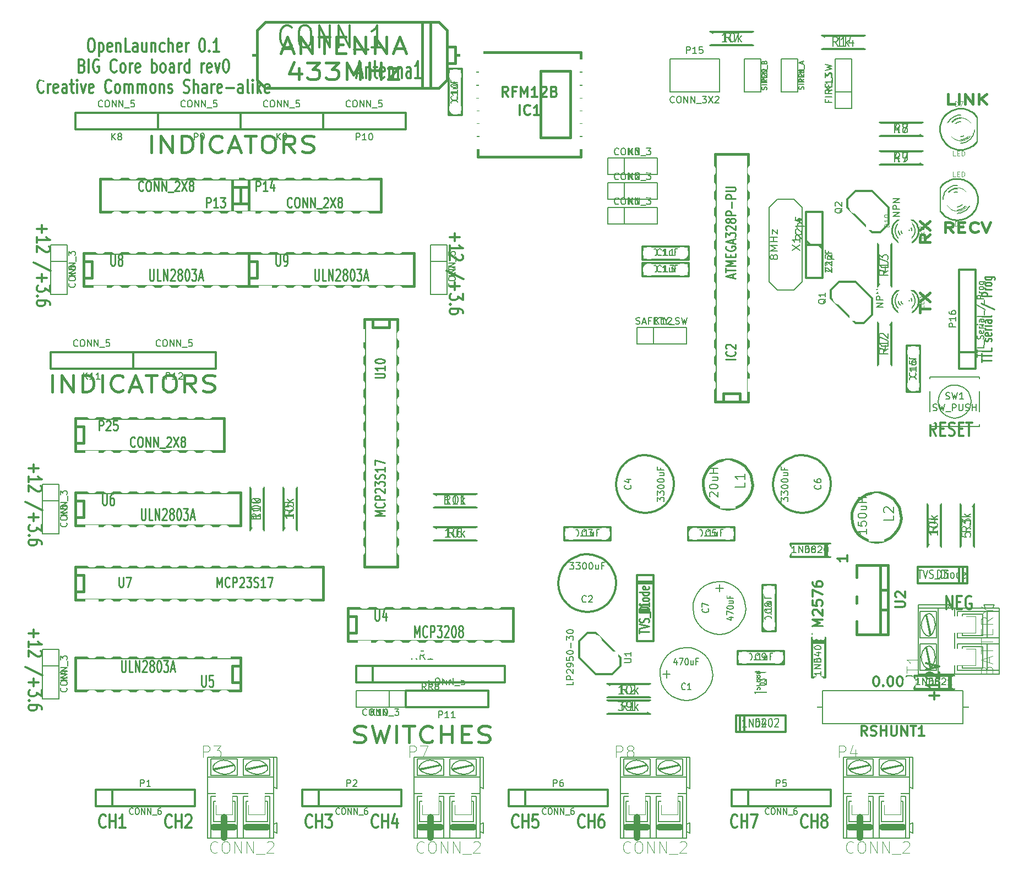
<source format=gto>
G04 (created by PCBNEW-RS274X (2011-05-25)-stable) date Sun 10 Jun 2012 11:37:39 PM MDT*
G01*
G70*
G90*
%MOIN*%
G04 Gerber Fmt 3.4, Leading zero omitted, Abs format*
%FSLAX34Y34*%
G04 APERTURE LIST*
%ADD10C,0.006000*%
%ADD11C,0.040000*%
%ADD12C,0.015000*%
%ADD13C,0.012000*%
%ADD14C,0.018000*%
%ADD15C,0.010000*%
%ADD16C,0.007500*%
%ADD17C,0.008000*%
%ADD18C,0.003000*%
%ADD19C,0.005000*%
%ADD20C,0.002600*%
%ADD21C,0.003500*%
%ADD22C,0.011300*%
%ADD23C,0.079100*%
%ADD24R,0.080000X0.080000*%
%ADD25C,0.080000*%
%ADD26C,0.086000*%
%ADD27R,0.095000X0.095000*%
%ADD28C,0.095000*%
%ADD29O,0.110000X0.082000*%
%ADD30R,0.110000X0.082000*%
%ADD31O,0.082000X0.110000*%
%ADD32R,0.082000X0.110000*%
%ADD33C,0.090000*%
%ADD34R,0.090000X0.090000*%
%ADD35R,0.075000X0.075000*%
%ADD36C,0.075000*%
%ADD37R,0.098700X0.075100*%
%ADD38O,0.176000X0.098000*%
%ADD39R,0.085000X0.085000*%
%ADD40C,0.085000*%
%ADD41R,0.050000X0.040000*%
%ADD42R,0.140000X0.140000*%
%ADD43C,0.140000*%
%ADD44O,0.098000X0.176000*%
%ADD45O,0.118400X0.090900*%
%ADD46C,0.320000*%
G04 APERTURE END LIST*
G54D10*
G54D11*
X55141Y-61538D02*
X56360Y-61538D01*
X42641Y-61538D02*
X43860Y-61538D01*
X81141Y-61538D02*
X82360Y-61538D01*
X53141Y-61538D02*
X54360Y-61538D01*
X53750Y-62148D02*
X53750Y-60929D01*
X67641Y-61538D02*
X68860Y-61538D01*
X65641Y-61538D02*
X66860Y-61538D01*
X66250Y-62148D02*
X66250Y-60929D01*
X40641Y-61538D02*
X41860Y-61538D01*
X41250Y-62148D02*
X41250Y-60929D01*
X79141Y-61538D02*
X80360Y-61538D01*
X79750Y-62148D02*
X79750Y-60929D01*
G54D12*
X83993Y-25633D02*
X83707Y-25900D01*
X83993Y-26091D02*
X83393Y-26091D01*
X83393Y-25786D01*
X83421Y-25710D01*
X83450Y-25671D01*
X83507Y-25633D01*
X83593Y-25633D01*
X83650Y-25671D01*
X83679Y-25710D01*
X83707Y-25786D01*
X83707Y-26091D01*
X83393Y-25367D02*
X83993Y-24833D01*
X83393Y-24833D02*
X83993Y-25367D01*
X83393Y-30360D02*
X83393Y-29903D01*
X83993Y-30131D02*
X83393Y-30131D01*
X83393Y-29712D02*
X83993Y-29178D01*
X83393Y-29178D02*
X83993Y-29712D01*
G54D13*
X55231Y-25572D02*
X55231Y-26029D01*
X54926Y-25800D02*
X55536Y-25800D01*
X54926Y-26629D02*
X54926Y-26286D01*
X54926Y-26458D02*
X55726Y-26458D01*
X55612Y-26401D01*
X55536Y-26343D01*
X55498Y-26286D01*
X55650Y-26857D02*
X55688Y-26886D01*
X55726Y-26943D01*
X55726Y-27086D01*
X55688Y-27143D01*
X55650Y-27172D01*
X55574Y-27200D01*
X55498Y-27200D01*
X55383Y-27172D01*
X54926Y-26829D01*
X54926Y-27200D01*
X55764Y-28342D02*
X54736Y-27828D01*
X55231Y-28543D02*
X55231Y-29000D01*
X54926Y-28771D02*
X55536Y-28771D01*
X55726Y-29229D02*
X55726Y-29600D01*
X55421Y-29400D01*
X55421Y-29486D01*
X55383Y-29543D01*
X55345Y-29572D01*
X55269Y-29600D01*
X55079Y-29600D01*
X55002Y-29572D01*
X54964Y-29543D01*
X54926Y-29486D01*
X54926Y-29314D01*
X54964Y-29257D01*
X55002Y-29229D01*
X55002Y-29857D02*
X54964Y-29885D01*
X54926Y-29857D01*
X54964Y-29828D01*
X55002Y-29857D01*
X54926Y-29857D01*
X55726Y-30400D02*
X55726Y-30286D01*
X55688Y-30229D01*
X55650Y-30200D01*
X55536Y-30143D01*
X55383Y-30114D01*
X55079Y-30114D01*
X55002Y-30143D01*
X54964Y-30171D01*
X54926Y-30229D01*
X54926Y-30343D01*
X54964Y-30400D01*
X55002Y-30429D01*
X55079Y-30457D01*
X55269Y-30457D01*
X55345Y-30429D01*
X55383Y-30400D01*
X55421Y-30343D01*
X55421Y-30229D01*
X55383Y-30171D01*
X55345Y-30143D01*
X55269Y-30114D01*
X29731Y-49572D02*
X29731Y-50029D01*
X29426Y-49800D02*
X30036Y-49800D01*
X29426Y-50629D02*
X29426Y-50286D01*
X29426Y-50458D02*
X30226Y-50458D01*
X30112Y-50401D01*
X30036Y-50343D01*
X29998Y-50286D01*
X30150Y-50857D02*
X30188Y-50886D01*
X30226Y-50943D01*
X30226Y-51086D01*
X30188Y-51143D01*
X30150Y-51172D01*
X30074Y-51200D01*
X29998Y-51200D01*
X29883Y-51172D01*
X29426Y-50829D01*
X29426Y-51200D01*
X30264Y-52342D02*
X29236Y-51828D01*
X29731Y-52543D02*
X29731Y-53000D01*
X29426Y-52771D02*
X30036Y-52771D01*
X30226Y-53229D02*
X30226Y-53600D01*
X29921Y-53400D01*
X29921Y-53486D01*
X29883Y-53543D01*
X29845Y-53572D01*
X29769Y-53600D01*
X29579Y-53600D01*
X29502Y-53572D01*
X29464Y-53543D01*
X29426Y-53486D01*
X29426Y-53314D01*
X29464Y-53257D01*
X29502Y-53229D01*
X29502Y-53857D02*
X29464Y-53885D01*
X29426Y-53857D01*
X29464Y-53828D01*
X29502Y-53857D01*
X29426Y-53857D01*
X30226Y-54400D02*
X30226Y-54286D01*
X30188Y-54229D01*
X30150Y-54200D01*
X30036Y-54143D01*
X29883Y-54114D01*
X29579Y-54114D01*
X29502Y-54143D01*
X29464Y-54171D01*
X29426Y-54229D01*
X29426Y-54343D01*
X29464Y-54400D01*
X29502Y-54429D01*
X29579Y-54457D01*
X29769Y-54457D01*
X29845Y-54429D01*
X29883Y-54400D01*
X29921Y-54343D01*
X29921Y-54229D01*
X29883Y-54171D01*
X29845Y-54143D01*
X29769Y-54114D01*
X29731Y-39572D02*
X29731Y-40029D01*
X29426Y-39800D02*
X30036Y-39800D01*
X29426Y-40629D02*
X29426Y-40286D01*
X29426Y-40458D02*
X30226Y-40458D01*
X30112Y-40401D01*
X30036Y-40343D01*
X29998Y-40286D01*
X30150Y-40857D02*
X30188Y-40886D01*
X30226Y-40943D01*
X30226Y-41086D01*
X30188Y-41143D01*
X30150Y-41172D01*
X30074Y-41200D01*
X29998Y-41200D01*
X29883Y-41172D01*
X29426Y-40829D01*
X29426Y-41200D01*
X30264Y-42342D02*
X29236Y-41828D01*
X29731Y-42543D02*
X29731Y-43000D01*
X29426Y-42771D02*
X30036Y-42771D01*
X30226Y-43229D02*
X30226Y-43600D01*
X29921Y-43400D01*
X29921Y-43486D01*
X29883Y-43543D01*
X29845Y-43572D01*
X29769Y-43600D01*
X29579Y-43600D01*
X29502Y-43572D01*
X29464Y-43543D01*
X29426Y-43486D01*
X29426Y-43314D01*
X29464Y-43257D01*
X29502Y-43229D01*
X29502Y-43857D02*
X29464Y-43885D01*
X29426Y-43857D01*
X29464Y-43828D01*
X29502Y-43857D01*
X29426Y-43857D01*
X30226Y-44400D02*
X30226Y-44286D01*
X30188Y-44229D01*
X30150Y-44200D01*
X30036Y-44143D01*
X29883Y-44114D01*
X29579Y-44114D01*
X29502Y-44143D01*
X29464Y-44171D01*
X29426Y-44229D01*
X29426Y-44343D01*
X29464Y-44400D01*
X29502Y-44429D01*
X29579Y-44457D01*
X29769Y-44457D01*
X29845Y-44429D01*
X29883Y-44400D01*
X29921Y-44343D01*
X29921Y-44229D01*
X29883Y-44171D01*
X29845Y-44143D01*
X29769Y-44114D01*
X30231Y-25072D02*
X30231Y-25529D01*
X29926Y-25300D02*
X30536Y-25300D01*
X29926Y-26129D02*
X29926Y-25786D01*
X29926Y-25958D02*
X30726Y-25958D01*
X30612Y-25901D01*
X30536Y-25843D01*
X30498Y-25786D01*
X30650Y-26357D02*
X30688Y-26386D01*
X30726Y-26443D01*
X30726Y-26586D01*
X30688Y-26643D01*
X30650Y-26672D01*
X30574Y-26700D01*
X30498Y-26700D01*
X30383Y-26672D01*
X29926Y-26329D01*
X29926Y-26700D01*
X30764Y-27842D02*
X29736Y-27328D01*
X30231Y-28043D02*
X30231Y-28500D01*
X29926Y-28271D02*
X30536Y-28271D01*
X30726Y-28729D02*
X30726Y-29100D01*
X30421Y-28900D01*
X30421Y-28986D01*
X30383Y-29043D01*
X30345Y-29072D01*
X30269Y-29100D01*
X30079Y-29100D01*
X30002Y-29072D01*
X29964Y-29043D01*
X29926Y-28986D01*
X29926Y-28814D01*
X29964Y-28757D01*
X30002Y-28729D01*
X30002Y-29357D02*
X29964Y-29385D01*
X29926Y-29357D01*
X29964Y-29328D01*
X30002Y-29357D01*
X29926Y-29357D01*
X30726Y-29900D02*
X30726Y-29786D01*
X30688Y-29729D01*
X30650Y-29700D01*
X30536Y-29643D01*
X30383Y-29614D01*
X30079Y-29614D01*
X30002Y-29643D01*
X29964Y-29671D01*
X29926Y-29729D01*
X29926Y-29843D01*
X29964Y-29900D01*
X30002Y-29929D01*
X30079Y-29957D01*
X30269Y-29957D01*
X30345Y-29929D01*
X30383Y-29900D01*
X30421Y-29843D01*
X30421Y-29729D01*
X30383Y-29671D01*
X30345Y-29643D01*
X30269Y-29614D01*
G54D14*
X30865Y-35155D02*
X30865Y-34155D01*
X31436Y-35155D02*
X31436Y-34155D01*
X32121Y-35155D01*
X32121Y-34155D01*
X32693Y-35155D02*
X32693Y-34155D01*
X32978Y-34155D01*
X33150Y-34202D01*
X33264Y-34298D01*
X33321Y-34393D01*
X33378Y-34583D01*
X33378Y-34726D01*
X33321Y-34917D01*
X33264Y-35012D01*
X33150Y-35107D01*
X32978Y-35155D01*
X32693Y-35155D01*
X33893Y-35155D02*
X33893Y-34155D01*
X35149Y-35060D02*
X35092Y-35107D01*
X34921Y-35155D01*
X34807Y-35155D01*
X34635Y-35107D01*
X34521Y-35012D01*
X34464Y-34917D01*
X34407Y-34726D01*
X34407Y-34583D01*
X34464Y-34393D01*
X34521Y-34298D01*
X34635Y-34202D01*
X34807Y-34155D01*
X34921Y-34155D01*
X35092Y-34202D01*
X35149Y-34250D01*
X35607Y-34869D02*
X36178Y-34869D01*
X35492Y-35155D02*
X35892Y-34155D01*
X36292Y-35155D01*
X36521Y-34155D02*
X37207Y-34155D01*
X36864Y-35155D02*
X36864Y-34155D01*
X37835Y-34155D02*
X38064Y-34155D01*
X38178Y-34202D01*
X38292Y-34298D01*
X38350Y-34488D01*
X38350Y-34821D01*
X38292Y-35012D01*
X38178Y-35107D01*
X38064Y-35155D01*
X37835Y-35155D01*
X37721Y-35107D01*
X37607Y-35012D01*
X37550Y-34821D01*
X37550Y-34488D01*
X37607Y-34298D01*
X37721Y-34202D01*
X37835Y-34155D01*
X39549Y-35155D02*
X39149Y-34679D01*
X38864Y-35155D02*
X38864Y-34155D01*
X39321Y-34155D01*
X39435Y-34202D01*
X39492Y-34250D01*
X39549Y-34345D01*
X39549Y-34488D01*
X39492Y-34583D01*
X39435Y-34631D01*
X39321Y-34679D01*
X38864Y-34679D01*
X40007Y-35107D02*
X40178Y-35155D01*
X40464Y-35155D01*
X40578Y-35107D01*
X40635Y-35060D01*
X40692Y-34964D01*
X40692Y-34869D01*
X40635Y-34774D01*
X40578Y-34726D01*
X40464Y-34679D01*
X40235Y-34631D01*
X40121Y-34583D01*
X40064Y-34536D01*
X40007Y-34440D01*
X40007Y-34345D01*
X40064Y-34250D01*
X40121Y-34202D01*
X40235Y-34155D01*
X40521Y-34155D01*
X40692Y-34202D01*
G54D13*
X85007Y-48324D02*
X85007Y-47524D01*
X85350Y-48324D01*
X85350Y-47524D01*
X85636Y-47905D02*
X85836Y-47905D01*
X85922Y-48324D02*
X85636Y-48324D01*
X85636Y-47524D01*
X85922Y-47524D01*
X86493Y-47562D02*
X86436Y-47524D01*
X86350Y-47524D01*
X86265Y-47562D01*
X86207Y-47638D01*
X86179Y-47714D01*
X86150Y-47867D01*
X86150Y-47981D01*
X86179Y-48133D01*
X86207Y-48210D01*
X86265Y-48286D01*
X86350Y-48324D01*
X86407Y-48324D01*
X86493Y-48286D01*
X86522Y-48248D01*
X86522Y-47981D01*
X86407Y-47981D01*
X84269Y-53806D02*
X84269Y-53349D01*
X84574Y-53578D02*
X83964Y-53578D01*
X84574Y-52749D02*
X84574Y-53092D01*
X84574Y-52920D02*
X83774Y-52920D01*
X83888Y-52977D01*
X83964Y-53035D01*
X84002Y-53092D01*
X83850Y-52521D02*
X83812Y-52492D01*
X83774Y-52435D01*
X83774Y-52292D01*
X83812Y-52235D01*
X83850Y-52206D01*
X83926Y-52178D01*
X84002Y-52178D01*
X84117Y-52206D01*
X84574Y-52549D01*
X84574Y-52178D01*
X83774Y-52007D02*
X84574Y-51807D01*
X83774Y-51607D01*
X76586Y-61498D02*
X76557Y-61536D01*
X76471Y-61574D01*
X76414Y-61574D01*
X76329Y-61536D01*
X76271Y-61460D01*
X76243Y-61383D01*
X76214Y-61231D01*
X76214Y-61117D01*
X76243Y-60964D01*
X76271Y-60888D01*
X76329Y-60812D01*
X76414Y-60774D01*
X76471Y-60774D01*
X76557Y-60812D01*
X76586Y-60850D01*
X76843Y-61574D02*
X76843Y-60774D01*
X76843Y-61155D02*
X77186Y-61155D01*
X77186Y-61574D02*
X77186Y-60774D01*
X77558Y-61117D02*
X77500Y-61079D01*
X77472Y-61040D01*
X77443Y-60964D01*
X77443Y-60926D01*
X77472Y-60850D01*
X77500Y-60812D01*
X77558Y-60774D01*
X77672Y-60774D01*
X77729Y-60812D01*
X77758Y-60850D01*
X77786Y-60926D01*
X77786Y-60964D01*
X77758Y-61040D01*
X77729Y-61079D01*
X77672Y-61117D01*
X77558Y-61117D01*
X77500Y-61155D01*
X77472Y-61193D01*
X77443Y-61269D01*
X77443Y-61421D01*
X77472Y-61498D01*
X77500Y-61536D01*
X77558Y-61574D01*
X77672Y-61574D01*
X77729Y-61536D01*
X77758Y-61498D01*
X77786Y-61421D01*
X77786Y-61269D01*
X77758Y-61193D01*
X77729Y-61155D01*
X77672Y-61117D01*
X72336Y-61498D02*
X72307Y-61536D01*
X72221Y-61574D01*
X72164Y-61574D01*
X72079Y-61536D01*
X72021Y-61460D01*
X71993Y-61383D01*
X71964Y-61231D01*
X71964Y-61117D01*
X71993Y-60964D01*
X72021Y-60888D01*
X72079Y-60812D01*
X72164Y-60774D01*
X72221Y-60774D01*
X72307Y-60812D01*
X72336Y-60850D01*
X72593Y-61574D02*
X72593Y-60774D01*
X72593Y-61155D02*
X72936Y-61155D01*
X72936Y-61574D02*
X72936Y-60774D01*
X73165Y-60774D02*
X73565Y-60774D01*
X73308Y-61574D01*
X63086Y-61498D02*
X63057Y-61536D01*
X62971Y-61574D01*
X62914Y-61574D01*
X62829Y-61536D01*
X62771Y-61460D01*
X62743Y-61383D01*
X62714Y-61231D01*
X62714Y-61117D01*
X62743Y-60964D01*
X62771Y-60888D01*
X62829Y-60812D01*
X62914Y-60774D01*
X62971Y-60774D01*
X63057Y-60812D01*
X63086Y-60850D01*
X63343Y-61574D02*
X63343Y-60774D01*
X63343Y-61155D02*
X63686Y-61155D01*
X63686Y-61574D02*
X63686Y-60774D01*
X64229Y-60774D02*
X64115Y-60774D01*
X64058Y-60812D01*
X64029Y-60850D01*
X63972Y-60964D01*
X63943Y-61117D01*
X63943Y-61421D01*
X63972Y-61498D01*
X64000Y-61536D01*
X64058Y-61574D01*
X64172Y-61574D01*
X64229Y-61536D01*
X64258Y-61498D01*
X64286Y-61421D01*
X64286Y-61231D01*
X64258Y-61155D01*
X64229Y-61117D01*
X64172Y-61079D01*
X64058Y-61079D01*
X64000Y-61117D01*
X63972Y-61155D01*
X63943Y-61231D01*
X59086Y-61498D02*
X59057Y-61536D01*
X58971Y-61574D01*
X58914Y-61574D01*
X58829Y-61536D01*
X58771Y-61460D01*
X58743Y-61383D01*
X58714Y-61231D01*
X58714Y-61117D01*
X58743Y-60964D01*
X58771Y-60888D01*
X58829Y-60812D01*
X58914Y-60774D01*
X58971Y-60774D01*
X59057Y-60812D01*
X59086Y-60850D01*
X59343Y-61574D02*
X59343Y-60774D01*
X59343Y-61155D02*
X59686Y-61155D01*
X59686Y-61574D02*
X59686Y-60774D01*
X60258Y-60774D02*
X59972Y-60774D01*
X59943Y-61155D01*
X59972Y-61117D01*
X60029Y-61079D01*
X60172Y-61079D01*
X60229Y-61117D01*
X60258Y-61155D01*
X60286Y-61231D01*
X60286Y-61421D01*
X60258Y-61498D01*
X60229Y-61536D01*
X60172Y-61574D01*
X60029Y-61574D01*
X59972Y-61536D01*
X59943Y-61498D01*
X50586Y-61498D02*
X50557Y-61536D01*
X50471Y-61574D01*
X50414Y-61574D01*
X50329Y-61536D01*
X50271Y-61460D01*
X50243Y-61383D01*
X50214Y-61231D01*
X50214Y-61117D01*
X50243Y-60964D01*
X50271Y-60888D01*
X50329Y-60812D01*
X50414Y-60774D01*
X50471Y-60774D01*
X50557Y-60812D01*
X50586Y-60850D01*
X50843Y-61574D02*
X50843Y-60774D01*
X50843Y-61155D02*
X51186Y-61155D01*
X51186Y-61574D02*
X51186Y-60774D01*
X51729Y-61040D02*
X51729Y-61574D01*
X51586Y-60736D02*
X51443Y-61307D01*
X51815Y-61307D01*
X46586Y-61498D02*
X46557Y-61536D01*
X46471Y-61574D01*
X46414Y-61574D01*
X46329Y-61536D01*
X46271Y-61460D01*
X46243Y-61383D01*
X46214Y-61231D01*
X46214Y-61117D01*
X46243Y-60964D01*
X46271Y-60888D01*
X46329Y-60812D01*
X46414Y-60774D01*
X46471Y-60774D01*
X46557Y-60812D01*
X46586Y-60850D01*
X46843Y-61574D02*
X46843Y-60774D01*
X46843Y-61155D02*
X47186Y-61155D01*
X47186Y-61574D02*
X47186Y-60774D01*
X47415Y-60774D02*
X47786Y-60774D01*
X47586Y-61079D01*
X47672Y-61079D01*
X47729Y-61117D01*
X47758Y-61155D01*
X47786Y-61231D01*
X47786Y-61421D01*
X47758Y-61498D01*
X47729Y-61536D01*
X47672Y-61574D01*
X47500Y-61574D01*
X47443Y-61536D01*
X47415Y-61498D01*
X38086Y-61498D02*
X38057Y-61536D01*
X37971Y-61574D01*
X37914Y-61574D01*
X37829Y-61536D01*
X37771Y-61460D01*
X37743Y-61383D01*
X37714Y-61231D01*
X37714Y-61117D01*
X37743Y-60964D01*
X37771Y-60888D01*
X37829Y-60812D01*
X37914Y-60774D01*
X37971Y-60774D01*
X38057Y-60812D01*
X38086Y-60850D01*
X38343Y-61574D02*
X38343Y-60774D01*
X38343Y-61155D02*
X38686Y-61155D01*
X38686Y-61574D02*
X38686Y-60774D01*
X38943Y-60850D02*
X38972Y-60812D01*
X39029Y-60774D01*
X39172Y-60774D01*
X39229Y-60812D01*
X39258Y-60850D01*
X39286Y-60926D01*
X39286Y-61002D01*
X39258Y-61117D01*
X38915Y-61574D01*
X39286Y-61574D01*
X34086Y-61498D02*
X34057Y-61536D01*
X33971Y-61574D01*
X33914Y-61574D01*
X33829Y-61536D01*
X33771Y-61460D01*
X33743Y-61383D01*
X33714Y-61231D01*
X33714Y-61117D01*
X33743Y-60964D01*
X33771Y-60888D01*
X33829Y-60812D01*
X33914Y-60774D01*
X33971Y-60774D01*
X34057Y-60812D01*
X34086Y-60850D01*
X34343Y-61574D02*
X34343Y-60774D01*
X34343Y-61155D02*
X34686Y-61155D01*
X34686Y-61574D02*
X34686Y-60774D01*
X35286Y-61574D02*
X34943Y-61574D01*
X35115Y-61574D02*
X35115Y-60774D01*
X35058Y-60888D01*
X35000Y-60964D01*
X34943Y-61002D01*
G54D15*
X87143Y-33370D02*
X87143Y-33141D01*
X87743Y-33256D02*
X87143Y-33256D01*
X87143Y-33065D02*
X87143Y-32836D01*
X87743Y-32951D02*
X87143Y-32951D01*
X87743Y-32512D02*
X87743Y-32703D01*
X87143Y-32703D01*
X87714Y-32093D02*
X87743Y-32055D01*
X87743Y-31979D01*
X87714Y-31940D01*
X87657Y-31921D01*
X87629Y-31921D01*
X87571Y-31940D01*
X87543Y-31979D01*
X87543Y-32036D01*
X87514Y-32074D01*
X87457Y-32093D01*
X87429Y-32093D01*
X87371Y-32074D01*
X87343Y-32036D01*
X87343Y-31979D01*
X87371Y-31940D01*
X87714Y-31597D02*
X87743Y-31635D01*
X87743Y-31712D01*
X87714Y-31750D01*
X87657Y-31769D01*
X87429Y-31769D01*
X87371Y-31750D01*
X87343Y-31712D01*
X87343Y-31635D01*
X87371Y-31597D01*
X87429Y-31578D01*
X87486Y-31578D01*
X87543Y-31769D01*
X87743Y-31407D02*
X87343Y-31407D01*
X87457Y-31407D02*
X87400Y-31388D01*
X87371Y-31369D01*
X87343Y-31331D01*
X87343Y-31292D01*
X87743Y-31159D02*
X87343Y-31159D01*
X87143Y-31159D02*
X87171Y-31178D01*
X87200Y-31159D01*
X87171Y-31140D01*
X87143Y-31159D01*
X87200Y-31159D01*
X87743Y-30797D02*
X87429Y-30797D01*
X87371Y-30816D01*
X87343Y-30854D01*
X87343Y-30931D01*
X87371Y-30969D01*
X87714Y-30797D02*
X87743Y-30835D01*
X87743Y-30931D01*
X87714Y-30969D01*
X87657Y-30988D01*
X87600Y-30988D01*
X87543Y-30969D01*
X87514Y-30931D01*
X87514Y-30835D01*
X87486Y-30797D01*
X87743Y-30550D02*
X87714Y-30588D01*
X87657Y-30607D01*
X87143Y-30607D01*
X87114Y-29806D02*
X87886Y-30149D01*
X87743Y-29368D02*
X87143Y-29368D01*
X87143Y-29215D01*
X87171Y-29177D01*
X87200Y-29158D01*
X87257Y-29139D01*
X87343Y-29139D01*
X87400Y-29158D01*
X87429Y-29177D01*
X87457Y-29215D01*
X87457Y-29368D01*
X87743Y-28968D02*
X87343Y-28968D01*
X87457Y-28968D02*
X87400Y-28949D01*
X87371Y-28930D01*
X87343Y-28892D01*
X87343Y-28853D01*
X87743Y-28663D02*
X87714Y-28701D01*
X87686Y-28720D01*
X87629Y-28739D01*
X87457Y-28739D01*
X87400Y-28720D01*
X87371Y-28701D01*
X87343Y-28663D01*
X87343Y-28605D01*
X87371Y-28567D01*
X87400Y-28548D01*
X87457Y-28529D01*
X87629Y-28529D01*
X87686Y-28548D01*
X87714Y-28567D01*
X87743Y-28605D01*
X87743Y-28663D01*
X87343Y-28186D02*
X87829Y-28186D01*
X87886Y-28205D01*
X87914Y-28224D01*
X87943Y-28263D01*
X87943Y-28320D01*
X87914Y-28358D01*
X87714Y-28186D02*
X87743Y-28224D01*
X87743Y-28301D01*
X87714Y-28339D01*
X87686Y-28358D01*
X87629Y-28377D01*
X87457Y-28377D01*
X87400Y-28358D01*
X87371Y-28339D01*
X87343Y-28301D01*
X87343Y-28224D01*
X87371Y-28186D01*
G54D13*
X84379Y-37824D02*
X84179Y-37443D01*
X84036Y-37824D02*
X84036Y-37024D01*
X84264Y-37024D01*
X84322Y-37062D01*
X84350Y-37100D01*
X84379Y-37176D01*
X84379Y-37290D01*
X84350Y-37367D01*
X84322Y-37405D01*
X84264Y-37443D01*
X84036Y-37443D01*
X84636Y-37405D02*
X84836Y-37405D01*
X84922Y-37824D02*
X84636Y-37824D01*
X84636Y-37024D01*
X84922Y-37024D01*
X85150Y-37786D02*
X85236Y-37824D01*
X85379Y-37824D01*
X85436Y-37786D01*
X85465Y-37748D01*
X85493Y-37671D01*
X85493Y-37595D01*
X85465Y-37519D01*
X85436Y-37481D01*
X85379Y-37443D01*
X85265Y-37405D01*
X85207Y-37367D01*
X85179Y-37329D01*
X85150Y-37252D01*
X85150Y-37176D01*
X85179Y-37100D01*
X85207Y-37062D01*
X85265Y-37024D01*
X85407Y-37024D01*
X85493Y-37062D01*
X85750Y-37405D02*
X85950Y-37405D01*
X86036Y-37824D02*
X85750Y-37824D01*
X85750Y-37024D01*
X86036Y-37024D01*
X86207Y-37024D02*
X86550Y-37024D01*
X86379Y-37824D02*
X86379Y-37024D01*
G54D12*
X85393Y-25493D02*
X85126Y-25207D01*
X84935Y-25493D02*
X84935Y-24893D01*
X85240Y-24893D01*
X85316Y-24921D01*
X85355Y-24950D01*
X85393Y-25007D01*
X85393Y-25093D01*
X85355Y-25150D01*
X85316Y-25179D01*
X85240Y-25207D01*
X84935Y-25207D01*
X85735Y-25179D02*
X86002Y-25179D01*
X86116Y-25493D02*
X85735Y-25493D01*
X85735Y-24893D01*
X86116Y-24893D01*
X86917Y-25436D02*
X86879Y-25464D01*
X86764Y-25493D01*
X86688Y-25493D01*
X86574Y-25464D01*
X86498Y-25407D01*
X86459Y-25350D01*
X86421Y-25236D01*
X86421Y-25150D01*
X86459Y-25036D01*
X86498Y-24979D01*
X86574Y-24921D01*
X86688Y-24893D01*
X86764Y-24893D01*
X86879Y-24921D01*
X86917Y-24950D01*
X87145Y-24893D02*
X87412Y-25493D01*
X87679Y-24893D01*
X85488Y-17743D02*
X85107Y-17743D01*
X85107Y-17143D01*
X85755Y-17743D02*
X85755Y-17143D01*
X86136Y-17743D02*
X86136Y-17143D01*
X86594Y-17743D01*
X86594Y-17143D01*
X86974Y-17743D02*
X86974Y-17143D01*
X87432Y-17743D02*
X87089Y-17400D01*
X87432Y-17143D02*
X86974Y-17486D01*
G54D14*
X44815Y-14369D02*
X45386Y-14369D01*
X44700Y-14655D02*
X45100Y-13655D01*
X45500Y-14655D01*
X45901Y-14655D02*
X45901Y-13655D01*
X46586Y-14655D01*
X46586Y-13655D01*
X46986Y-13655D02*
X47672Y-13655D01*
X47329Y-14655D02*
X47329Y-13655D01*
X48072Y-14131D02*
X48472Y-14131D01*
X48643Y-14655D02*
X48072Y-14655D01*
X48072Y-13655D01*
X48643Y-13655D01*
X49158Y-14655D02*
X49158Y-13655D01*
X49843Y-14655D01*
X49843Y-13655D01*
X50415Y-14655D02*
X50415Y-13655D01*
X51100Y-14655D01*
X51100Y-13655D01*
X51615Y-14369D02*
X52186Y-14369D01*
X51500Y-14655D02*
X51900Y-13655D01*
X52300Y-14655D01*
X45786Y-15568D02*
X45786Y-16235D01*
X45500Y-15187D02*
X45215Y-15901D01*
X45957Y-15901D01*
X46300Y-15235D02*
X47043Y-15235D01*
X46643Y-15616D01*
X46815Y-15616D01*
X46929Y-15663D01*
X46986Y-15711D01*
X47043Y-15806D01*
X47043Y-16044D01*
X46986Y-16140D01*
X46929Y-16187D01*
X46815Y-16235D01*
X46472Y-16235D01*
X46358Y-16187D01*
X46300Y-16140D01*
X47443Y-15235D02*
X48186Y-15235D01*
X47786Y-15616D01*
X47958Y-15616D01*
X48072Y-15663D01*
X48129Y-15711D01*
X48186Y-15806D01*
X48186Y-16044D01*
X48129Y-16140D01*
X48072Y-16187D01*
X47958Y-16235D01*
X47615Y-16235D01*
X47501Y-16187D01*
X47443Y-16140D01*
X48701Y-16235D02*
X48701Y-15235D01*
X49101Y-15949D01*
X49501Y-15235D01*
X49501Y-16235D01*
X50072Y-16235D02*
X50072Y-15235D01*
X50072Y-15711D02*
X50757Y-15711D01*
X50757Y-16235D02*
X50757Y-15235D01*
X51214Y-15568D02*
X51843Y-15568D01*
X51214Y-16235D01*
X51843Y-16235D01*
X36865Y-20655D02*
X36865Y-19655D01*
X37436Y-20655D02*
X37436Y-19655D01*
X38121Y-20655D01*
X38121Y-19655D01*
X38693Y-20655D02*
X38693Y-19655D01*
X38978Y-19655D01*
X39150Y-19702D01*
X39264Y-19798D01*
X39321Y-19893D01*
X39378Y-20083D01*
X39378Y-20226D01*
X39321Y-20417D01*
X39264Y-20512D01*
X39150Y-20607D01*
X38978Y-20655D01*
X38693Y-20655D01*
X39893Y-20655D02*
X39893Y-19655D01*
X41149Y-20560D02*
X41092Y-20607D01*
X40921Y-20655D01*
X40807Y-20655D01*
X40635Y-20607D01*
X40521Y-20512D01*
X40464Y-20417D01*
X40407Y-20226D01*
X40407Y-20083D01*
X40464Y-19893D01*
X40521Y-19798D01*
X40635Y-19702D01*
X40807Y-19655D01*
X40921Y-19655D01*
X41092Y-19702D01*
X41149Y-19750D01*
X41607Y-20369D02*
X42178Y-20369D01*
X41492Y-20655D02*
X41892Y-19655D01*
X42292Y-20655D01*
X42521Y-19655D02*
X43207Y-19655D01*
X42864Y-20655D02*
X42864Y-19655D01*
X43835Y-19655D02*
X44064Y-19655D01*
X44178Y-19702D01*
X44292Y-19798D01*
X44350Y-19988D01*
X44350Y-20321D01*
X44292Y-20512D01*
X44178Y-20607D01*
X44064Y-20655D01*
X43835Y-20655D01*
X43721Y-20607D01*
X43607Y-20512D01*
X43550Y-20321D01*
X43550Y-19988D01*
X43607Y-19798D01*
X43721Y-19702D01*
X43835Y-19655D01*
X45549Y-20655D02*
X45149Y-20179D01*
X44864Y-20655D02*
X44864Y-19655D01*
X45321Y-19655D01*
X45435Y-19702D01*
X45492Y-19750D01*
X45549Y-19845D01*
X45549Y-19988D01*
X45492Y-20083D01*
X45435Y-20131D01*
X45321Y-20179D01*
X44864Y-20179D01*
X46007Y-20607D02*
X46178Y-20655D01*
X46464Y-20655D01*
X46578Y-20607D01*
X46635Y-20560D01*
X46692Y-20464D01*
X46692Y-20369D01*
X46635Y-20274D01*
X46578Y-20226D01*
X46464Y-20179D01*
X46235Y-20131D01*
X46121Y-20083D01*
X46064Y-20036D01*
X46007Y-19940D01*
X46007Y-19845D01*
X46064Y-19750D01*
X46121Y-19702D01*
X46235Y-19655D01*
X46521Y-19655D01*
X46692Y-19702D01*
X49137Y-56357D02*
X49308Y-56405D01*
X49594Y-56405D01*
X49708Y-56357D01*
X49765Y-56310D01*
X49822Y-56214D01*
X49822Y-56119D01*
X49765Y-56024D01*
X49708Y-55976D01*
X49594Y-55929D01*
X49365Y-55881D01*
X49251Y-55833D01*
X49194Y-55786D01*
X49137Y-55690D01*
X49137Y-55595D01*
X49194Y-55500D01*
X49251Y-55452D01*
X49365Y-55405D01*
X49651Y-55405D01*
X49822Y-55452D01*
X50222Y-55405D02*
X50508Y-56405D01*
X50737Y-55690D01*
X50965Y-56405D01*
X51251Y-55405D01*
X51708Y-56405D02*
X51708Y-55405D01*
X52107Y-55405D02*
X52793Y-55405D01*
X52450Y-56405D02*
X52450Y-55405D01*
X53878Y-56310D02*
X53821Y-56357D01*
X53650Y-56405D01*
X53536Y-56405D01*
X53364Y-56357D01*
X53250Y-56262D01*
X53193Y-56167D01*
X53136Y-55976D01*
X53136Y-55833D01*
X53193Y-55643D01*
X53250Y-55548D01*
X53364Y-55452D01*
X53536Y-55405D01*
X53650Y-55405D01*
X53821Y-55452D01*
X53878Y-55500D01*
X54393Y-56405D02*
X54393Y-55405D01*
X54393Y-55881D02*
X55078Y-55881D01*
X55078Y-56405D02*
X55078Y-55405D01*
X55650Y-55881D02*
X56050Y-55881D01*
X56221Y-56405D02*
X55650Y-56405D01*
X55650Y-55405D01*
X56221Y-55405D01*
X56679Y-56357D02*
X56850Y-56405D01*
X57136Y-56405D01*
X57250Y-56357D01*
X57307Y-56310D01*
X57364Y-56214D01*
X57364Y-56119D01*
X57307Y-56024D01*
X57250Y-55976D01*
X57136Y-55929D01*
X56907Y-55881D01*
X56793Y-55833D01*
X56736Y-55786D01*
X56679Y-55690D01*
X56679Y-55595D01*
X56736Y-55500D01*
X56793Y-55452D01*
X56907Y-55405D01*
X57193Y-55405D01*
X57364Y-55452D01*
G54D13*
X33172Y-13774D02*
X33286Y-13774D01*
X33344Y-13812D01*
X33401Y-13888D01*
X33429Y-14040D01*
X33429Y-14307D01*
X33401Y-14460D01*
X33344Y-14536D01*
X33286Y-14574D01*
X33172Y-14574D01*
X33115Y-14536D01*
X33058Y-14460D01*
X33029Y-14307D01*
X33029Y-14040D01*
X33058Y-13888D01*
X33115Y-13812D01*
X33172Y-13774D01*
X33687Y-14040D02*
X33687Y-14840D01*
X33687Y-14079D02*
X33744Y-14040D01*
X33858Y-14040D01*
X33915Y-14079D01*
X33944Y-14117D01*
X33973Y-14193D01*
X33973Y-14421D01*
X33944Y-14498D01*
X33915Y-14536D01*
X33858Y-14574D01*
X33744Y-14574D01*
X33687Y-14536D01*
X34458Y-14536D02*
X34401Y-14574D01*
X34287Y-14574D01*
X34230Y-14536D01*
X34201Y-14460D01*
X34201Y-14155D01*
X34230Y-14079D01*
X34287Y-14040D01*
X34401Y-14040D01*
X34458Y-14079D01*
X34487Y-14155D01*
X34487Y-14231D01*
X34201Y-14307D01*
X34744Y-14040D02*
X34744Y-14574D01*
X34744Y-14117D02*
X34772Y-14079D01*
X34830Y-14040D01*
X34915Y-14040D01*
X34972Y-14079D01*
X35001Y-14155D01*
X35001Y-14574D01*
X35573Y-14574D02*
X35287Y-14574D01*
X35287Y-13774D01*
X36030Y-14574D02*
X36030Y-14155D01*
X36001Y-14079D01*
X35944Y-14040D01*
X35830Y-14040D01*
X35773Y-14079D01*
X36030Y-14536D02*
X35973Y-14574D01*
X35830Y-14574D01*
X35773Y-14536D01*
X35744Y-14460D01*
X35744Y-14383D01*
X35773Y-14307D01*
X35830Y-14269D01*
X35973Y-14269D01*
X36030Y-14231D01*
X36573Y-14040D02*
X36573Y-14574D01*
X36316Y-14040D02*
X36316Y-14460D01*
X36344Y-14536D01*
X36402Y-14574D01*
X36487Y-14574D01*
X36544Y-14536D01*
X36573Y-14498D01*
X36859Y-14040D02*
X36859Y-14574D01*
X36859Y-14117D02*
X36887Y-14079D01*
X36945Y-14040D01*
X37030Y-14040D01*
X37087Y-14079D01*
X37116Y-14155D01*
X37116Y-14574D01*
X37659Y-14536D02*
X37602Y-14574D01*
X37488Y-14574D01*
X37430Y-14536D01*
X37402Y-14498D01*
X37373Y-14421D01*
X37373Y-14193D01*
X37402Y-14117D01*
X37430Y-14079D01*
X37488Y-14040D01*
X37602Y-14040D01*
X37659Y-14079D01*
X37916Y-14574D02*
X37916Y-13774D01*
X38173Y-14574D02*
X38173Y-14155D01*
X38144Y-14079D01*
X38087Y-14040D01*
X38002Y-14040D01*
X37944Y-14079D01*
X37916Y-14117D01*
X38687Y-14536D02*
X38630Y-14574D01*
X38516Y-14574D01*
X38459Y-14536D01*
X38430Y-14460D01*
X38430Y-14155D01*
X38459Y-14079D01*
X38516Y-14040D01*
X38630Y-14040D01*
X38687Y-14079D01*
X38716Y-14155D01*
X38716Y-14231D01*
X38430Y-14307D01*
X38973Y-14574D02*
X38973Y-14040D01*
X38973Y-14193D02*
X39001Y-14117D01*
X39030Y-14079D01*
X39087Y-14040D01*
X39144Y-14040D01*
X39915Y-13774D02*
X39972Y-13774D01*
X40029Y-13812D01*
X40058Y-13850D01*
X40087Y-13926D01*
X40115Y-14079D01*
X40115Y-14269D01*
X40087Y-14421D01*
X40058Y-14498D01*
X40029Y-14536D01*
X39972Y-14574D01*
X39915Y-14574D01*
X39858Y-14536D01*
X39829Y-14498D01*
X39801Y-14421D01*
X39772Y-14269D01*
X39772Y-14079D01*
X39801Y-13926D01*
X39829Y-13850D01*
X39858Y-13812D01*
X39915Y-13774D01*
X40372Y-14498D02*
X40400Y-14536D01*
X40372Y-14574D01*
X40343Y-14536D01*
X40372Y-14498D01*
X40372Y-14574D01*
X40972Y-14574D02*
X40629Y-14574D01*
X40801Y-14574D02*
X40801Y-13774D01*
X40744Y-13888D01*
X40686Y-13964D01*
X40629Y-14002D01*
X32673Y-15395D02*
X32759Y-15433D01*
X32787Y-15471D01*
X32816Y-15547D01*
X32816Y-15661D01*
X32787Y-15738D01*
X32759Y-15776D01*
X32701Y-15814D01*
X32473Y-15814D01*
X32473Y-15014D01*
X32673Y-15014D01*
X32730Y-15052D01*
X32759Y-15090D01*
X32787Y-15166D01*
X32787Y-15242D01*
X32759Y-15319D01*
X32730Y-15357D01*
X32673Y-15395D01*
X32473Y-15395D01*
X33073Y-15814D02*
X33073Y-15014D01*
X33673Y-15052D02*
X33616Y-15014D01*
X33530Y-15014D01*
X33445Y-15052D01*
X33387Y-15128D01*
X33359Y-15204D01*
X33330Y-15357D01*
X33330Y-15471D01*
X33359Y-15623D01*
X33387Y-15700D01*
X33445Y-15776D01*
X33530Y-15814D01*
X33587Y-15814D01*
X33673Y-15776D01*
X33702Y-15738D01*
X33702Y-15471D01*
X33587Y-15471D01*
X34759Y-15738D02*
X34730Y-15776D01*
X34644Y-15814D01*
X34587Y-15814D01*
X34502Y-15776D01*
X34444Y-15700D01*
X34416Y-15623D01*
X34387Y-15471D01*
X34387Y-15357D01*
X34416Y-15204D01*
X34444Y-15128D01*
X34502Y-15052D01*
X34587Y-15014D01*
X34644Y-15014D01*
X34730Y-15052D01*
X34759Y-15090D01*
X35102Y-15814D02*
X35044Y-15776D01*
X35016Y-15738D01*
X34987Y-15661D01*
X34987Y-15433D01*
X35016Y-15357D01*
X35044Y-15319D01*
X35102Y-15280D01*
X35187Y-15280D01*
X35244Y-15319D01*
X35273Y-15357D01*
X35302Y-15433D01*
X35302Y-15661D01*
X35273Y-15738D01*
X35244Y-15776D01*
X35187Y-15814D01*
X35102Y-15814D01*
X35559Y-15814D02*
X35559Y-15280D01*
X35559Y-15433D02*
X35587Y-15357D01*
X35616Y-15319D01*
X35673Y-15280D01*
X35730Y-15280D01*
X36158Y-15776D02*
X36101Y-15814D01*
X35987Y-15814D01*
X35930Y-15776D01*
X35901Y-15700D01*
X35901Y-15395D01*
X35930Y-15319D01*
X35987Y-15280D01*
X36101Y-15280D01*
X36158Y-15319D01*
X36187Y-15395D01*
X36187Y-15471D01*
X35901Y-15547D01*
X36901Y-15814D02*
X36901Y-15014D01*
X36901Y-15319D02*
X36958Y-15280D01*
X37072Y-15280D01*
X37129Y-15319D01*
X37158Y-15357D01*
X37187Y-15433D01*
X37187Y-15661D01*
X37158Y-15738D01*
X37129Y-15776D01*
X37072Y-15814D01*
X36958Y-15814D01*
X36901Y-15776D01*
X37530Y-15814D02*
X37472Y-15776D01*
X37444Y-15738D01*
X37415Y-15661D01*
X37415Y-15433D01*
X37444Y-15357D01*
X37472Y-15319D01*
X37530Y-15280D01*
X37615Y-15280D01*
X37672Y-15319D01*
X37701Y-15357D01*
X37730Y-15433D01*
X37730Y-15661D01*
X37701Y-15738D01*
X37672Y-15776D01*
X37615Y-15814D01*
X37530Y-15814D01*
X38244Y-15814D02*
X38244Y-15395D01*
X38215Y-15319D01*
X38158Y-15280D01*
X38044Y-15280D01*
X37987Y-15319D01*
X38244Y-15776D02*
X38187Y-15814D01*
X38044Y-15814D01*
X37987Y-15776D01*
X37958Y-15700D01*
X37958Y-15623D01*
X37987Y-15547D01*
X38044Y-15509D01*
X38187Y-15509D01*
X38244Y-15471D01*
X38530Y-15814D02*
X38530Y-15280D01*
X38530Y-15433D02*
X38558Y-15357D01*
X38587Y-15319D01*
X38644Y-15280D01*
X38701Y-15280D01*
X39158Y-15814D02*
X39158Y-15014D01*
X39158Y-15776D02*
X39101Y-15814D01*
X38987Y-15814D01*
X38929Y-15776D01*
X38901Y-15738D01*
X38872Y-15661D01*
X38872Y-15433D01*
X38901Y-15357D01*
X38929Y-15319D01*
X38987Y-15280D01*
X39101Y-15280D01*
X39158Y-15319D01*
X39901Y-15814D02*
X39901Y-15280D01*
X39901Y-15433D02*
X39929Y-15357D01*
X39958Y-15319D01*
X40015Y-15280D01*
X40072Y-15280D01*
X40500Y-15776D02*
X40443Y-15814D01*
X40329Y-15814D01*
X40272Y-15776D01*
X40243Y-15700D01*
X40243Y-15395D01*
X40272Y-15319D01*
X40329Y-15280D01*
X40443Y-15280D01*
X40500Y-15319D01*
X40529Y-15395D01*
X40529Y-15471D01*
X40243Y-15547D01*
X40729Y-15280D02*
X40872Y-15814D01*
X41014Y-15280D01*
X41357Y-15014D02*
X41414Y-15014D01*
X41471Y-15052D01*
X41500Y-15090D01*
X41529Y-15166D01*
X41557Y-15319D01*
X41557Y-15509D01*
X41529Y-15661D01*
X41500Y-15738D01*
X41471Y-15776D01*
X41414Y-15814D01*
X41357Y-15814D01*
X41300Y-15776D01*
X41271Y-15738D01*
X41243Y-15661D01*
X41214Y-15509D01*
X41214Y-15319D01*
X41243Y-15166D01*
X41271Y-15090D01*
X41300Y-15052D01*
X41357Y-15014D01*
X30344Y-16978D02*
X30315Y-17016D01*
X30229Y-17054D01*
X30172Y-17054D01*
X30087Y-17016D01*
X30029Y-16940D01*
X30001Y-16863D01*
X29972Y-16711D01*
X29972Y-16597D01*
X30001Y-16444D01*
X30029Y-16368D01*
X30087Y-16292D01*
X30172Y-16254D01*
X30229Y-16254D01*
X30315Y-16292D01*
X30344Y-16330D01*
X30601Y-17054D02*
X30601Y-16520D01*
X30601Y-16673D02*
X30629Y-16597D01*
X30658Y-16559D01*
X30715Y-16520D01*
X30772Y-16520D01*
X31200Y-17016D02*
X31143Y-17054D01*
X31029Y-17054D01*
X30972Y-17016D01*
X30943Y-16940D01*
X30943Y-16635D01*
X30972Y-16559D01*
X31029Y-16520D01*
X31143Y-16520D01*
X31200Y-16559D01*
X31229Y-16635D01*
X31229Y-16711D01*
X30943Y-16787D01*
X31743Y-17054D02*
X31743Y-16635D01*
X31714Y-16559D01*
X31657Y-16520D01*
X31543Y-16520D01*
X31486Y-16559D01*
X31743Y-17016D02*
X31686Y-17054D01*
X31543Y-17054D01*
X31486Y-17016D01*
X31457Y-16940D01*
X31457Y-16863D01*
X31486Y-16787D01*
X31543Y-16749D01*
X31686Y-16749D01*
X31743Y-16711D01*
X31943Y-16520D02*
X32172Y-16520D01*
X32029Y-16254D02*
X32029Y-16940D01*
X32057Y-17016D01*
X32115Y-17054D01*
X32172Y-17054D01*
X32372Y-17054D02*
X32372Y-16520D01*
X32372Y-16254D02*
X32343Y-16292D01*
X32372Y-16330D01*
X32400Y-16292D01*
X32372Y-16254D01*
X32372Y-16330D01*
X32601Y-16520D02*
X32744Y-17054D01*
X32886Y-16520D01*
X33343Y-17016D02*
X33286Y-17054D01*
X33172Y-17054D01*
X33115Y-17016D01*
X33086Y-16940D01*
X33086Y-16635D01*
X33115Y-16559D01*
X33172Y-16520D01*
X33286Y-16520D01*
X33343Y-16559D01*
X33372Y-16635D01*
X33372Y-16711D01*
X33086Y-16787D01*
X34429Y-16978D02*
X34400Y-17016D01*
X34314Y-17054D01*
X34257Y-17054D01*
X34172Y-17016D01*
X34114Y-16940D01*
X34086Y-16863D01*
X34057Y-16711D01*
X34057Y-16597D01*
X34086Y-16444D01*
X34114Y-16368D01*
X34172Y-16292D01*
X34257Y-16254D01*
X34314Y-16254D01*
X34400Y-16292D01*
X34429Y-16330D01*
X34772Y-17054D02*
X34714Y-17016D01*
X34686Y-16978D01*
X34657Y-16901D01*
X34657Y-16673D01*
X34686Y-16597D01*
X34714Y-16559D01*
X34772Y-16520D01*
X34857Y-16520D01*
X34914Y-16559D01*
X34943Y-16597D01*
X34972Y-16673D01*
X34972Y-16901D01*
X34943Y-16978D01*
X34914Y-17016D01*
X34857Y-17054D01*
X34772Y-17054D01*
X35229Y-17054D02*
X35229Y-16520D01*
X35229Y-16597D02*
X35257Y-16559D01*
X35315Y-16520D01*
X35400Y-16520D01*
X35457Y-16559D01*
X35486Y-16635D01*
X35486Y-17054D01*
X35486Y-16635D02*
X35515Y-16559D01*
X35572Y-16520D01*
X35657Y-16520D01*
X35715Y-16559D01*
X35743Y-16635D01*
X35743Y-17054D01*
X36029Y-17054D02*
X36029Y-16520D01*
X36029Y-16597D02*
X36057Y-16559D01*
X36115Y-16520D01*
X36200Y-16520D01*
X36257Y-16559D01*
X36286Y-16635D01*
X36286Y-17054D01*
X36286Y-16635D02*
X36315Y-16559D01*
X36372Y-16520D01*
X36457Y-16520D01*
X36515Y-16559D01*
X36543Y-16635D01*
X36543Y-17054D01*
X36915Y-17054D02*
X36857Y-17016D01*
X36829Y-16978D01*
X36800Y-16901D01*
X36800Y-16673D01*
X36829Y-16597D01*
X36857Y-16559D01*
X36915Y-16520D01*
X37000Y-16520D01*
X37057Y-16559D01*
X37086Y-16597D01*
X37115Y-16673D01*
X37115Y-16901D01*
X37086Y-16978D01*
X37057Y-17016D01*
X37000Y-17054D01*
X36915Y-17054D01*
X37372Y-16520D02*
X37372Y-17054D01*
X37372Y-16597D02*
X37400Y-16559D01*
X37458Y-16520D01*
X37543Y-16520D01*
X37600Y-16559D01*
X37629Y-16635D01*
X37629Y-17054D01*
X37886Y-17016D02*
X37943Y-17054D01*
X38058Y-17054D01*
X38115Y-17016D01*
X38143Y-16940D01*
X38143Y-16901D01*
X38115Y-16825D01*
X38058Y-16787D01*
X37972Y-16787D01*
X37915Y-16749D01*
X37886Y-16673D01*
X37886Y-16635D01*
X37915Y-16559D01*
X37972Y-16520D01*
X38058Y-16520D01*
X38115Y-16559D01*
X38829Y-17016D02*
X38915Y-17054D01*
X39058Y-17054D01*
X39115Y-17016D01*
X39144Y-16978D01*
X39172Y-16901D01*
X39172Y-16825D01*
X39144Y-16749D01*
X39115Y-16711D01*
X39058Y-16673D01*
X38944Y-16635D01*
X38886Y-16597D01*
X38858Y-16559D01*
X38829Y-16482D01*
X38829Y-16406D01*
X38858Y-16330D01*
X38886Y-16292D01*
X38944Y-16254D01*
X39086Y-16254D01*
X39172Y-16292D01*
X39429Y-17054D02*
X39429Y-16254D01*
X39686Y-17054D02*
X39686Y-16635D01*
X39657Y-16559D01*
X39600Y-16520D01*
X39515Y-16520D01*
X39457Y-16559D01*
X39429Y-16597D01*
X40229Y-17054D02*
X40229Y-16635D01*
X40200Y-16559D01*
X40143Y-16520D01*
X40029Y-16520D01*
X39972Y-16559D01*
X40229Y-17016D02*
X40172Y-17054D01*
X40029Y-17054D01*
X39972Y-17016D01*
X39943Y-16940D01*
X39943Y-16863D01*
X39972Y-16787D01*
X40029Y-16749D01*
X40172Y-16749D01*
X40229Y-16711D01*
X40515Y-17054D02*
X40515Y-16520D01*
X40515Y-16673D02*
X40543Y-16597D01*
X40572Y-16559D01*
X40629Y-16520D01*
X40686Y-16520D01*
X41114Y-17016D02*
X41057Y-17054D01*
X40943Y-17054D01*
X40886Y-17016D01*
X40857Y-16940D01*
X40857Y-16635D01*
X40886Y-16559D01*
X40943Y-16520D01*
X41057Y-16520D01*
X41114Y-16559D01*
X41143Y-16635D01*
X41143Y-16711D01*
X40857Y-16787D01*
X41400Y-16749D02*
X41857Y-16749D01*
X42400Y-17054D02*
X42400Y-16635D01*
X42371Y-16559D01*
X42314Y-16520D01*
X42200Y-16520D01*
X42143Y-16559D01*
X42400Y-17016D02*
X42343Y-17054D01*
X42200Y-17054D01*
X42143Y-17016D01*
X42114Y-16940D01*
X42114Y-16863D01*
X42143Y-16787D01*
X42200Y-16749D01*
X42343Y-16749D01*
X42400Y-16711D01*
X42772Y-17054D02*
X42714Y-17016D01*
X42686Y-16940D01*
X42686Y-16254D01*
X43000Y-17054D02*
X43000Y-16520D01*
X43000Y-16254D02*
X42971Y-16292D01*
X43000Y-16330D01*
X43028Y-16292D01*
X43000Y-16254D01*
X43000Y-16330D01*
X43286Y-17054D02*
X43286Y-16254D01*
X43343Y-16749D02*
X43514Y-17054D01*
X43514Y-16520D02*
X43286Y-16825D01*
X44000Y-17016D02*
X43943Y-17054D01*
X43829Y-17054D01*
X43772Y-17016D01*
X43743Y-16940D01*
X43743Y-16635D01*
X43772Y-16559D01*
X43829Y-16520D01*
X43943Y-16520D01*
X44000Y-16559D01*
X44029Y-16635D01*
X44029Y-16711D01*
X43743Y-16787D01*
G54D16*
X86000Y-54250D02*
X86750Y-54250D01*
X76750Y-54250D02*
X77500Y-54250D01*
X86000Y-53250D02*
X86000Y-55250D01*
X86000Y-55250D02*
X77500Y-55250D01*
X77500Y-55250D02*
X77500Y-53250D01*
X77500Y-53250D02*
X86000Y-53250D01*
G54D10*
X64500Y-23500D02*
X64500Y-22500D01*
X64500Y-22500D02*
X67500Y-22500D01*
X67500Y-22500D02*
X67500Y-23500D01*
X67500Y-23500D02*
X64500Y-23500D01*
X65500Y-22500D02*
X65500Y-23500D01*
X64500Y-25000D02*
X64500Y-24000D01*
X64500Y-24000D02*
X67500Y-24000D01*
X67500Y-24000D02*
X67500Y-25000D01*
X67500Y-25000D02*
X64500Y-25000D01*
X65500Y-24000D02*
X65500Y-25000D01*
X64500Y-22000D02*
X64500Y-21000D01*
X64500Y-21000D02*
X67500Y-21000D01*
X67500Y-21000D02*
X67500Y-22000D01*
X67500Y-22000D02*
X64500Y-22000D01*
X65500Y-21000D02*
X65500Y-22000D01*
G54D13*
X33500Y-60250D02*
X33500Y-59250D01*
X33500Y-59250D02*
X39500Y-59250D01*
X39500Y-59250D02*
X39500Y-60250D01*
X39500Y-60250D02*
X33500Y-60250D01*
X34500Y-60250D02*
X34500Y-59250D01*
X46000Y-60250D02*
X46000Y-59250D01*
X46000Y-59250D02*
X52000Y-59250D01*
X52000Y-59250D02*
X52000Y-60250D01*
X52000Y-60250D02*
X46000Y-60250D01*
X47000Y-60250D02*
X47000Y-59250D01*
G54D17*
X86870Y-20000D02*
X86870Y-18500D01*
G54D18*
X86557Y-19250D02*
X86543Y-19387D01*
X86503Y-19519D01*
X86438Y-19641D01*
X86351Y-19748D01*
X86245Y-19836D01*
X86123Y-19901D01*
X85992Y-19942D01*
X85854Y-19956D01*
X85718Y-19944D01*
X85586Y-19905D01*
X85463Y-19841D01*
X85356Y-19755D01*
X85267Y-19649D01*
X85201Y-19528D01*
X85159Y-19396D01*
X85144Y-19259D01*
X85155Y-19123D01*
X85193Y-18990D01*
X85256Y-18868D01*
X85342Y-18759D01*
X85447Y-18670D01*
X85567Y-18603D01*
X85699Y-18560D01*
X85836Y-18544D01*
X85972Y-18554D01*
X86105Y-18591D01*
X86228Y-18654D01*
X86337Y-18739D01*
X86427Y-18843D01*
X86495Y-18963D01*
X86539Y-19094D01*
X86556Y-19231D01*
X86557Y-19250D01*
G54D15*
X86849Y-18500D02*
X86780Y-18416D01*
X86704Y-18338D01*
X86621Y-18267D01*
X86532Y-18203D01*
X86438Y-18148D01*
X86340Y-18101D01*
X86238Y-18062D01*
X86133Y-18033D01*
X86026Y-18013D01*
X85917Y-18002D01*
X85809Y-18001D01*
X85700Y-18010D01*
X85593Y-18027D01*
X85487Y-18054D01*
X85384Y-18091D01*
X85285Y-18136D01*
X85190Y-18189D01*
X85100Y-18251D01*
X85016Y-18320D01*
X84938Y-18396D01*
X84867Y-18479D01*
X84803Y-18568D01*
X84748Y-18662D01*
X84701Y-18760D01*
X84662Y-18862D01*
X84633Y-18967D01*
X84613Y-19074D01*
X84602Y-19183D01*
X84601Y-19291D01*
X84610Y-19400D01*
X84627Y-19507D01*
X84654Y-19613D01*
X84691Y-19716D01*
X84736Y-19815D01*
X84789Y-19910D01*
X84851Y-20000D01*
X84920Y-20084D01*
X84996Y-20162D01*
X85079Y-20233D01*
X85168Y-20297D01*
X85262Y-20352D01*
X85360Y-20399D01*
X85462Y-20438D01*
X85567Y-20467D01*
X85674Y-20487D01*
X85783Y-20498D01*
X85891Y-20499D01*
X86000Y-20490D01*
X86107Y-20473D01*
X86213Y-20446D01*
X86316Y-20409D01*
X86415Y-20364D01*
X86510Y-20311D01*
X86600Y-20249D01*
X86684Y-20180D01*
X86762Y-20104D01*
X86833Y-20021D01*
X86849Y-20000D01*
G54D10*
X85850Y-18800D02*
X85811Y-18802D01*
X85772Y-18807D01*
X85734Y-18816D01*
X85697Y-18828D01*
X85660Y-18843D01*
X85626Y-18861D01*
X85592Y-18882D01*
X85561Y-18906D01*
X85532Y-18932D01*
X85506Y-18961D01*
X85482Y-18992D01*
X85461Y-19026D01*
X85443Y-19060D01*
X85428Y-19097D01*
X85416Y-19134D01*
X85407Y-19172D01*
X85402Y-19211D01*
X85400Y-19250D01*
X85850Y-19700D02*
X85889Y-19698D01*
X85928Y-19693D01*
X85966Y-19684D01*
X86003Y-19672D01*
X86040Y-19657D01*
X86075Y-19639D01*
X86108Y-19618D01*
X86139Y-19594D01*
X86168Y-19568D01*
X86194Y-19539D01*
X86218Y-19508D01*
X86239Y-19474D01*
X86257Y-19440D01*
X86272Y-19403D01*
X86284Y-19366D01*
X86293Y-19328D01*
X86298Y-19289D01*
X86300Y-19250D01*
X85850Y-18600D02*
X85794Y-18603D01*
X85738Y-18610D01*
X85682Y-18623D01*
X85628Y-18640D01*
X85576Y-18661D01*
X85526Y-18688D01*
X85478Y-18718D01*
X85433Y-18753D01*
X85391Y-18791D01*
X85353Y-18833D01*
X85318Y-18878D01*
X85288Y-18926D01*
X85261Y-18976D01*
X85240Y-19028D01*
X85223Y-19082D01*
X85210Y-19138D01*
X85203Y-19194D01*
X85200Y-19250D01*
X85850Y-19900D02*
X85906Y-19897D01*
X85962Y-19890D01*
X86018Y-19877D01*
X86072Y-19860D01*
X86124Y-19839D01*
X86175Y-19812D01*
X86222Y-19782D01*
X86267Y-19747D01*
X86309Y-19709D01*
X86347Y-19667D01*
X86382Y-19622D01*
X86412Y-19574D01*
X86439Y-19524D01*
X86460Y-19472D01*
X86477Y-19418D01*
X86490Y-19362D01*
X86497Y-19306D01*
X86500Y-19250D01*
X85850Y-18400D02*
X85776Y-18404D01*
X85703Y-18413D01*
X85631Y-18429D01*
X85560Y-18452D01*
X85491Y-18480D01*
X85426Y-18514D01*
X85363Y-18554D01*
X85304Y-18599D01*
X85249Y-18649D01*
X85199Y-18704D01*
X85154Y-18763D01*
X85114Y-18826D01*
X85080Y-18891D01*
X85052Y-18960D01*
X85029Y-19031D01*
X85013Y-19103D01*
X85004Y-19176D01*
X85000Y-19250D01*
X85850Y-20100D02*
X85924Y-20096D01*
X85997Y-20087D01*
X86069Y-20071D01*
X86140Y-20048D01*
X86209Y-20020D01*
X86275Y-19986D01*
X86337Y-19946D01*
X86396Y-19901D01*
X86451Y-19851D01*
X86501Y-19796D01*
X86546Y-19737D01*
X86586Y-19674D01*
X86620Y-19609D01*
X86648Y-19540D01*
X86671Y-19469D01*
X86687Y-19397D01*
X86696Y-19324D01*
X86700Y-19250D01*
G54D17*
X84630Y-22750D02*
X84630Y-24250D01*
G54D18*
X86357Y-23500D02*
X86343Y-23637D01*
X86303Y-23769D01*
X86238Y-23891D01*
X86151Y-23998D01*
X86045Y-24086D01*
X85923Y-24151D01*
X85792Y-24192D01*
X85654Y-24206D01*
X85518Y-24194D01*
X85386Y-24155D01*
X85263Y-24091D01*
X85156Y-24005D01*
X85067Y-23899D01*
X85001Y-23778D01*
X84959Y-23646D01*
X84944Y-23509D01*
X84955Y-23373D01*
X84993Y-23240D01*
X85056Y-23118D01*
X85142Y-23009D01*
X85247Y-22920D01*
X85367Y-22853D01*
X85499Y-22810D01*
X85636Y-22794D01*
X85772Y-22804D01*
X85905Y-22841D01*
X86028Y-22904D01*
X86137Y-22989D01*
X86227Y-23093D01*
X86295Y-23213D01*
X86339Y-23344D01*
X86356Y-23481D01*
X86357Y-23500D01*
G54D15*
X84651Y-24250D02*
X84720Y-24334D01*
X84796Y-24412D01*
X84879Y-24483D01*
X84968Y-24547D01*
X85062Y-24602D01*
X85160Y-24649D01*
X85262Y-24688D01*
X85367Y-24717D01*
X85474Y-24737D01*
X85583Y-24748D01*
X85691Y-24749D01*
X85800Y-24740D01*
X85907Y-24723D01*
X86013Y-24696D01*
X86116Y-24659D01*
X86215Y-24614D01*
X86310Y-24561D01*
X86400Y-24499D01*
X86484Y-24430D01*
X86562Y-24354D01*
X86633Y-24271D01*
X86697Y-24182D01*
X86752Y-24088D01*
X86799Y-23990D01*
X86838Y-23888D01*
X86867Y-23783D01*
X86887Y-23676D01*
X86898Y-23567D01*
X86899Y-23459D01*
X86890Y-23350D01*
X86873Y-23243D01*
X86846Y-23137D01*
X86809Y-23034D01*
X86764Y-22935D01*
X86711Y-22840D01*
X86649Y-22750D01*
X86580Y-22666D01*
X86504Y-22588D01*
X86421Y-22517D01*
X86332Y-22453D01*
X86238Y-22398D01*
X86140Y-22351D01*
X86038Y-22312D01*
X85933Y-22283D01*
X85826Y-22263D01*
X85717Y-22252D01*
X85609Y-22251D01*
X85500Y-22260D01*
X85393Y-22277D01*
X85287Y-22304D01*
X85184Y-22341D01*
X85085Y-22386D01*
X84990Y-22439D01*
X84900Y-22501D01*
X84816Y-22570D01*
X84738Y-22646D01*
X84667Y-22729D01*
X84651Y-22750D01*
G54D10*
X85650Y-23950D02*
X85689Y-23948D01*
X85728Y-23943D01*
X85766Y-23934D01*
X85803Y-23922D01*
X85840Y-23907D01*
X85875Y-23889D01*
X85908Y-23868D01*
X85939Y-23844D01*
X85968Y-23818D01*
X85994Y-23789D01*
X86018Y-23758D01*
X86039Y-23724D01*
X86057Y-23690D01*
X86072Y-23653D01*
X86084Y-23616D01*
X86093Y-23578D01*
X86098Y-23539D01*
X86100Y-23500D01*
X85650Y-23050D02*
X85611Y-23052D01*
X85572Y-23057D01*
X85534Y-23066D01*
X85497Y-23078D01*
X85460Y-23093D01*
X85426Y-23111D01*
X85392Y-23132D01*
X85361Y-23156D01*
X85332Y-23182D01*
X85306Y-23211D01*
X85282Y-23242D01*
X85261Y-23276D01*
X85243Y-23310D01*
X85228Y-23347D01*
X85216Y-23384D01*
X85207Y-23422D01*
X85202Y-23461D01*
X85200Y-23500D01*
X85650Y-24150D02*
X85706Y-24147D01*
X85762Y-24140D01*
X85818Y-24127D01*
X85872Y-24110D01*
X85924Y-24089D01*
X85975Y-24062D01*
X86022Y-24032D01*
X86067Y-23997D01*
X86109Y-23959D01*
X86147Y-23917D01*
X86182Y-23872D01*
X86212Y-23824D01*
X86239Y-23774D01*
X86260Y-23722D01*
X86277Y-23668D01*
X86290Y-23612D01*
X86297Y-23556D01*
X86300Y-23500D01*
X85650Y-22850D02*
X85594Y-22853D01*
X85538Y-22860D01*
X85482Y-22873D01*
X85428Y-22890D01*
X85376Y-22911D01*
X85326Y-22938D01*
X85278Y-22968D01*
X85233Y-23003D01*
X85191Y-23041D01*
X85153Y-23083D01*
X85118Y-23128D01*
X85088Y-23176D01*
X85061Y-23226D01*
X85040Y-23278D01*
X85023Y-23332D01*
X85010Y-23388D01*
X85003Y-23444D01*
X85000Y-23500D01*
X85650Y-24350D02*
X85724Y-24346D01*
X85797Y-24337D01*
X85869Y-24321D01*
X85940Y-24298D01*
X86009Y-24270D01*
X86075Y-24236D01*
X86137Y-24196D01*
X86196Y-24151D01*
X86251Y-24101D01*
X86301Y-24046D01*
X86346Y-23987D01*
X86386Y-23924D01*
X86420Y-23859D01*
X86448Y-23790D01*
X86471Y-23719D01*
X86487Y-23647D01*
X86496Y-23574D01*
X86500Y-23500D01*
X85650Y-22650D02*
X85576Y-22654D01*
X85503Y-22663D01*
X85431Y-22679D01*
X85360Y-22702D01*
X85291Y-22730D01*
X85226Y-22764D01*
X85163Y-22804D01*
X85104Y-22849D01*
X85049Y-22899D01*
X84999Y-22954D01*
X84954Y-23013D01*
X84914Y-23076D01*
X84880Y-23141D01*
X84852Y-23210D01*
X84829Y-23281D01*
X84813Y-23353D01*
X84804Y-23426D01*
X84800Y-23500D01*
G54D12*
X73250Y-40750D02*
X73221Y-41041D01*
X73136Y-41321D01*
X72999Y-41580D01*
X72814Y-41806D01*
X72588Y-41993D01*
X72331Y-42132D01*
X72051Y-42219D01*
X71760Y-42249D01*
X71469Y-42223D01*
X71189Y-42140D01*
X70929Y-42005D01*
X70701Y-41821D01*
X70513Y-41597D01*
X70372Y-41340D01*
X70283Y-41061D01*
X70251Y-40770D01*
X70275Y-40480D01*
X70356Y-40198D01*
X70490Y-39938D01*
X70671Y-39709D01*
X70894Y-39519D01*
X71150Y-39376D01*
X71428Y-39285D01*
X71719Y-39251D01*
X72010Y-39273D01*
X72292Y-39352D01*
X72553Y-39484D01*
X72784Y-39664D01*
X72975Y-39886D01*
X73120Y-40140D01*
X73212Y-40418D01*
X73249Y-40709D01*
X73250Y-40750D01*
X82250Y-42750D02*
X82221Y-43041D01*
X82136Y-43321D01*
X81999Y-43580D01*
X81814Y-43806D01*
X81588Y-43993D01*
X81331Y-44132D01*
X81051Y-44219D01*
X80760Y-44249D01*
X80469Y-44223D01*
X80189Y-44140D01*
X79929Y-44005D01*
X79701Y-43821D01*
X79513Y-43597D01*
X79372Y-43340D01*
X79283Y-43061D01*
X79251Y-42770D01*
X79275Y-42480D01*
X79356Y-42198D01*
X79490Y-41938D01*
X79671Y-41709D01*
X79894Y-41519D01*
X80150Y-41376D01*
X80428Y-41285D01*
X80719Y-41251D01*
X81010Y-41273D01*
X81292Y-41352D01*
X81553Y-41484D01*
X81784Y-41664D01*
X81975Y-41886D01*
X82120Y-42140D01*
X82212Y-42418D01*
X82249Y-42709D01*
X82250Y-42750D01*
X51750Y-30750D02*
X51750Y-45750D01*
X51750Y-45750D02*
X49750Y-45750D01*
X49750Y-45750D02*
X49750Y-30750D01*
X49750Y-30750D02*
X51750Y-30750D01*
X51250Y-30750D02*
X51250Y-31250D01*
X51250Y-31250D02*
X50250Y-31250D01*
X50250Y-31250D02*
X50250Y-30750D01*
X32250Y-45750D02*
X47250Y-45750D01*
X47250Y-45750D02*
X47250Y-47750D01*
X47250Y-47750D02*
X32250Y-47750D01*
X32250Y-47750D02*
X32250Y-45750D01*
X32250Y-46250D02*
X32750Y-46250D01*
X32750Y-46250D02*
X32750Y-47250D01*
X32750Y-47250D02*
X32250Y-47250D01*
X48750Y-48750D02*
X49250Y-48750D01*
X49250Y-48750D02*
X49250Y-49750D01*
X49250Y-49750D02*
X48750Y-49750D01*
X48750Y-48250D02*
X58750Y-48250D01*
X58750Y-48250D02*
X58750Y-50250D01*
X58750Y-50250D02*
X48750Y-50250D01*
X48750Y-50250D02*
X48750Y-48250D01*
G54D13*
X83250Y-45750D02*
X86250Y-45750D01*
X86250Y-45750D02*
X86250Y-46750D01*
X86250Y-46750D02*
X83250Y-46750D01*
X83250Y-46750D02*
X83250Y-45750D01*
X86000Y-45750D02*
X86000Y-46750D01*
X85750Y-46750D02*
X85750Y-45750D01*
X83250Y-46250D02*
X82750Y-46250D01*
X86250Y-46250D02*
X86750Y-46250D01*
X85750Y-52750D02*
X85450Y-52750D01*
X85450Y-52750D02*
X85450Y-52350D01*
X85450Y-52350D02*
X83050Y-52350D01*
X83050Y-52350D02*
X83050Y-52750D01*
X83050Y-52750D02*
X82750Y-52750D01*
X83050Y-52750D02*
X83050Y-53150D01*
X83050Y-53150D02*
X85450Y-53150D01*
X85450Y-53150D02*
X85450Y-52750D01*
X85250Y-52350D02*
X85250Y-53150D01*
X85150Y-53150D02*
X85150Y-52350D01*
X69400Y-27150D02*
X66600Y-27150D01*
X66600Y-27150D02*
X66600Y-26350D01*
X66600Y-26350D02*
X69400Y-26350D01*
X69400Y-26350D02*
X69400Y-27150D01*
X69400Y-26950D02*
X69200Y-27150D01*
X75150Y-51650D02*
X72350Y-51650D01*
X72350Y-51650D02*
X72350Y-50850D01*
X72350Y-50850D02*
X75150Y-50850D01*
X75150Y-50850D02*
X75150Y-51650D01*
X75150Y-51450D02*
X74950Y-51650D01*
X54850Y-18400D02*
X54850Y-15600D01*
X54850Y-15600D02*
X55650Y-15600D01*
X55650Y-15600D02*
X55650Y-18400D01*
X55650Y-18400D02*
X54850Y-18400D01*
X55050Y-18400D02*
X54850Y-18200D01*
X77500Y-26270D02*
X77500Y-28250D01*
X77500Y-28250D02*
X76500Y-28250D01*
X76500Y-28250D02*
X76500Y-26250D01*
X76500Y-26250D02*
X77500Y-26250D01*
X77250Y-26250D02*
X77500Y-26500D01*
X69350Y-43350D02*
X72150Y-43350D01*
X72150Y-43350D02*
X72150Y-44150D01*
X72150Y-44150D02*
X69350Y-44150D01*
X69350Y-44150D02*
X69350Y-43350D01*
X69350Y-43550D02*
X69550Y-43350D01*
X76500Y-26230D02*
X76500Y-24250D01*
X76500Y-24250D02*
X77500Y-24250D01*
X77500Y-24250D02*
X77500Y-26250D01*
X77500Y-26250D02*
X76500Y-26250D01*
X76750Y-26250D02*
X76500Y-26000D01*
X58500Y-60250D02*
X58500Y-59250D01*
X58500Y-59250D02*
X64500Y-59250D01*
X64500Y-59250D02*
X64500Y-60250D01*
X64500Y-60250D02*
X58500Y-60250D01*
X59500Y-60250D02*
X59500Y-59250D01*
X68500Y-40750D02*
X68466Y-41089D01*
X68367Y-41416D01*
X68207Y-41718D01*
X67991Y-41983D01*
X67728Y-42200D01*
X67428Y-42363D01*
X67101Y-42464D01*
X66762Y-42499D01*
X66423Y-42469D01*
X66095Y-42372D01*
X65792Y-42214D01*
X65526Y-42000D01*
X65307Y-41738D01*
X65142Y-41439D01*
X65039Y-41113D01*
X65001Y-40774D01*
X65029Y-40435D01*
X65123Y-40106D01*
X65280Y-39803D01*
X65492Y-39535D01*
X65752Y-39313D01*
X66050Y-39147D01*
X66375Y-39041D01*
X66714Y-39001D01*
X67053Y-39027D01*
X67382Y-39119D01*
X67687Y-39273D01*
X67956Y-39483D01*
X68180Y-39742D01*
X68348Y-40039D01*
X68456Y-40363D01*
X68499Y-40702D01*
X68500Y-40750D01*
X82600Y-35150D02*
X82600Y-32350D01*
X82600Y-32350D02*
X83400Y-32350D01*
X83400Y-32350D02*
X83400Y-35150D01*
X83400Y-35150D02*
X82600Y-35150D01*
X82800Y-35150D02*
X82600Y-34950D01*
X66750Y-45750D02*
X66750Y-46250D01*
X66750Y-46250D02*
X66250Y-46250D01*
X66250Y-46250D02*
X66250Y-50250D01*
X66250Y-50250D02*
X66750Y-50250D01*
X66750Y-50250D02*
X66750Y-50750D01*
X66750Y-50250D02*
X67250Y-50250D01*
X67250Y-50250D02*
X67250Y-46250D01*
X67250Y-46250D02*
X66750Y-46250D01*
X66250Y-46750D02*
X67250Y-46750D01*
X66250Y-46650D02*
X67250Y-46650D01*
X75250Y-55750D02*
X72250Y-55750D01*
X72250Y-55750D02*
X72250Y-54750D01*
X72250Y-54750D02*
X75250Y-54750D01*
X75250Y-54750D02*
X75250Y-55750D01*
X72500Y-55750D02*
X72500Y-54750D01*
X72750Y-54750D02*
X72750Y-55750D01*
X75250Y-55250D02*
X75750Y-55250D01*
X72250Y-55250D02*
X71750Y-55250D01*
X77250Y-49750D02*
X77250Y-50050D01*
X77250Y-50050D02*
X76850Y-50050D01*
X76850Y-50050D02*
X76850Y-52450D01*
X76850Y-52450D02*
X77250Y-52450D01*
X77250Y-52450D02*
X77250Y-52750D01*
X77250Y-52450D02*
X77650Y-52450D01*
X77650Y-52450D02*
X77650Y-50050D01*
X77650Y-50050D02*
X77250Y-50050D01*
X76850Y-50250D02*
X77650Y-50250D01*
X77650Y-50350D02*
X76850Y-50350D01*
X78250Y-44750D02*
X77950Y-44750D01*
X77950Y-44750D02*
X77950Y-44350D01*
X77950Y-44350D02*
X75550Y-44350D01*
X75550Y-44350D02*
X75550Y-44750D01*
X75550Y-44750D02*
X75250Y-44750D01*
X75550Y-44750D02*
X75550Y-45150D01*
X75550Y-45150D02*
X77950Y-45150D01*
X77950Y-45150D02*
X77950Y-44750D01*
X77750Y-44350D02*
X77750Y-45150D01*
X77650Y-45150D02*
X77650Y-44350D01*
X72000Y-60250D02*
X72000Y-59250D01*
X72000Y-59250D02*
X78000Y-59250D01*
X78000Y-59250D02*
X78000Y-60250D01*
X78000Y-60250D02*
X72000Y-60250D01*
X73000Y-60250D02*
X73000Y-59250D01*
G54D12*
X62230Y-15742D02*
X62230Y-19758D01*
X62230Y-19758D02*
X60419Y-19758D01*
X60419Y-19758D02*
X60419Y-15742D01*
X60419Y-15742D02*
X62230Y-15742D01*
X62880Y-20919D02*
X56620Y-20919D01*
X56620Y-20919D02*
X56600Y-14581D01*
X56600Y-14581D02*
X62880Y-14581D01*
X62880Y-14581D02*
X62880Y-20919D01*
X71000Y-35750D02*
X71000Y-20750D01*
X71000Y-20750D02*
X73000Y-20750D01*
X73000Y-20750D02*
X73000Y-35750D01*
X73000Y-35750D02*
X71000Y-35750D01*
X71500Y-35750D02*
X71500Y-35250D01*
X71500Y-35250D02*
X72500Y-35250D01*
X72500Y-35250D02*
X72500Y-35750D01*
G54D17*
X71250Y-17000D02*
X68250Y-17000D01*
X68250Y-15000D02*
X71250Y-15000D01*
X71250Y-15000D02*
X71250Y-17000D01*
X68250Y-17000D02*
X68250Y-15000D01*
G54D19*
X86500Y-35750D02*
X86480Y-35944D01*
X86424Y-36131D01*
X86332Y-36303D01*
X86209Y-36454D01*
X86059Y-36579D01*
X85887Y-36671D01*
X85701Y-36729D01*
X85506Y-36749D01*
X85313Y-36732D01*
X85126Y-36677D01*
X84953Y-36586D01*
X84801Y-36464D01*
X84675Y-36314D01*
X84581Y-36143D01*
X84522Y-35957D01*
X84501Y-35763D01*
X84517Y-35570D01*
X84571Y-35382D01*
X84660Y-35209D01*
X84781Y-35056D01*
X84930Y-34929D01*
X85100Y-34834D01*
X85286Y-34774D01*
X85480Y-34751D01*
X85673Y-34766D01*
X85861Y-34818D01*
X86035Y-34906D01*
X86189Y-35026D01*
X86317Y-35174D01*
X86413Y-35344D01*
X86475Y-35529D01*
X86499Y-35723D01*
X86500Y-35750D01*
X84000Y-34250D02*
X87000Y-34250D01*
X87000Y-34250D02*
X87000Y-37250D01*
X87000Y-37250D02*
X84000Y-37250D01*
X84000Y-34250D02*
X84000Y-37250D01*
G54D20*
X86750Y-51740D02*
X86750Y-50740D01*
X86750Y-50740D02*
X85650Y-50740D01*
X85650Y-51740D02*
X85650Y-50740D01*
X86750Y-51740D02*
X85650Y-51740D01*
X86750Y-49770D02*
X86750Y-48770D01*
X86750Y-48770D02*
X85650Y-48770D01*
X85650Y-49770D02*
X85650Y-48770D01*
X86750Y-49770D02*
X85650Y-49770D01*
G54D10*
X83300Y-48250D02*
X84500Y-48250D01*
X83300Y-48250D02*
X83300Y-52250D01*
X83300Y-48250D02*
X83300Y-48050D01*
X83300Y-48050D02*
X85200Y-48050D01*
X85200Y-48050D02*
X85100Y-48250D01*
X87900Y-48050D02*
X87800Y-48250D01*
X87800Y-48250D02*
X88200Y-48250D01*
X87250Y-48050D02*
X87350Y-48250D01*
X87350Y-48250D02*
X87800Y-48250D01*
X87250Y-48050D02*
X87900Y-48050D01*
X88200Y-50070D02*
X87450Y-50070D01*
X85650Y-48470D02*
X87450Y-48470D01*
X88200Y-50070D02*
X88200Y-48470D01*
X88200Y-48470D02*
X88200Y-48250D01*
X88200Y-50440D02*
X87450Y-50440D01*
X88200Y-50440D02*
X88200Y-50070D01*
X85650Y-52040D02*
X87450Y-52040D01*
X88200Y-52250D02*
X88200Y-52040D01*
X88200Y-52040D02*
X88200Y-50440D01*
X87450Y-50070D02*
X87450Y-48470D01*
X87450Y-50070D02*
X85650Y-50070D01*
X87450Y-48470D02*
X88200Y-48470D01*
X87450Y-50440D02*
X87450Y-52040D01*
X87450Y-50440D02*
X85650Y-50440D01*
X87450Y-52040D02*
X88200Y-52040D01*
X87200Y-48620D02*
X85950Y-48620D01*
X87200Y-48620D02*
X87200Y-49920D01*
X87200Y-49920D02*
X85950Y-49920D01*
X87200Y-50590D02*
X85950Y-50590D01*
X87200Y-50590D02*
X87200Y-51890D01*
X87200Y-51890D02*
X85950Y-51890D01*
X85950Y-51890D02*
X85950Y-51740D01*
X85950Y-50590D02*
X85950Y-50740D01*
X85950Y-49920D02*
X85950Y-49770D01*
X85950Y-48620D02*
X85950Y-48770D01*
X88200Y-52250D02*
X85500Y-52250D01*
X85500Y-52250D02*
X84500Y-52250D01*
X85100Y-48250D02*
X85500Y-48250D01*
X85500Y-48250D02*
X87350Y-48250D01*
X84500Y-52250D02*
X84500Y-48250D01*
X84500Y-52250D02*
X83300Y-52250D01*
X84500Y-48250D02*
X85100Y-48250D01*
X84400Y-50070D02*
X83400Y-50070D01*
X83400Y-50070D02*
X83400Y-48470D01*
X83400Y-48470D02*
X84400Y-48470D01*
X84400Y-48470D02*
X84400Y-50070D01*
X84400Y-50440D02*
X83400Y-50440D01*
X84400Y-50440D02*
X84400Y-52040D01*
X84400Y-52040D02*
X83400Y-52040D01*
X83400Y-50440D02*
X83400Y-52040D01*
X84000Y-49910D02*
X83750Y-48710D01*
X84050Y-49860D02*
X83800Y-48660D01*
X84000Y-51880D02*
X83750Y-50679D01*
X84050Y-51830D02*
X83800Y-50630D01*
X85650Y-52040D02*
X85650Y-51890D01*
X85650Y-50440D02*
X85650Y-50590D01*
X85650Y-50590D02*
X85650Y-51890D01*
X85500Y-52250D02*
X85500Y-51890D01*
X85500Y-51890D02*
X85500Y-50590D01*
X85500Y-50590D02*
X85500Y-49920D01*
X85500Y-48250D02*
X85500Y-48620D01*
X85500Y-48620D02*
X85500Y-49920D01*
X85650Y-48470D02*
X85650Y-48620D01*
X85650Y-50070D02*
X85650Y-49920D01*
X85650Y-49920D02*
X85650Y-48620D01*
X84141Y-48693D02*
X84125Y-48676D01*
X84107Y-48660D01*
X84088Y-48647D01*
X84068Y-48635D01*
X84047Y-48625D01*
X84025Y-48616D01*
X84003Y-48610D01*
X83980Y-48605D01*
X83956Y-48603D01*
X83934Y-48603D01*
X83911Y-48604D01*
X83888Y-48608D01*
X83865Y-48614D01*
X83843Y-48621D01*
X83822Y-48631D01*
X83801Y-48642D01*
X83782Y-48655D01*
X83764Y-48670D01*
X83762Y-48672D01*
X84109Y-49850D02*
X84158Y-49782D01*
X84202Y-49711D01*
X84239Y-49635D01*
X84269Y-49557D01*
X84292Y-49477D01*
X84308Y-49395D01*
X84317Y-49311D01*
X84319Y-49229D01*
X84314Y-49145D01*
X84301Y-49062D01*
X84281Y-48981D01*
X84254Y-48902D01*
X84220Y-48825D01*
X84180Y-48752D01*
X84133Y-48682D01*
X84128Y-48675D01*
X83760Y-48671D02*
X83709Y-48720D01*
X83662Y-48772D01*
X83620Y-48829D01*
X83583Y-48889D01*
X83551Y-48952D01*
X83526Y-49018D01*
X83506Y-49086D01*
X83491Y-49155D01*
X83483Y-49225D01*
X83482Y-49295D01*
X83486Y-49365D01*
X83496Y-49435D01*
X83513Y-49503D01*
X83535Y-49570D01*
X83563Y-49635D01*
X83597Y-49697D01*
X83636Y-49756D01*
X83680Y-49811D01*
X83729Y-49862D01*
X83781Y-49909D01*
X83761Y-49889D02*
X83777Y-49902D01*
X83793Y-49914D01*
X83811Y-49924D01*
X83829Y-49933D01*
X83848Y-49941D01*
X83868Y-49946D01*
X83887Y-49950D01*
X83908Y-49952D01*
X83927Y-49952D01*
X83947Y-49951D01*
X83967Y-49948D01*
X83987Y-49943D01*
X84006Y-49936D01*
X84025Y-49928D01*
X84043Y-49918D01*
X84059Y-49907D01*
X84075Y-49894D01*
X84090Y-49880D01*
X84103Y-49864D01*
X84115Y-49848D01*
X84124Y-49833D01*
X84142Y-50662D02*
X84126Y-50645D01*
X84108Y-50630D01*
X84089Y-50616D01*
X84069Y-50604D01*
X84048Y-50594D01*
X84026Y-50585D01*
X84003Y-50579D01*
X83980Y-50574D01*
X83957Y-50572D01*
X83934Y-50572D01*
X83911Y-50573D01*
X83888Y-50577D01*
X83865Y-50583D01*
X83843Y-50590D01*
X83821Y-50600D01*
X83801Y-50611D01*
X83781Y-50624D01*
X83763Y-50639D01*
X83762Y-50641D01*
X84109Y-51819D02*
X84158Y-51751D01*
X84202Y-51680D01*
X84239Y-51604D01*
X84269Y-51526D01*
X84292Y-51446D01*
X84308Y-51364D01*
X84317Y-51280D01*
X84319Y-51198D01*
X84314Y-51114D01*
X84301Y-51031D01*
X84281Y-50950D01*
X84254Y-50871D01*
X84220Y-50794D01*
X84180Y-50721D01*
X84133Y-50651D01*
X84128Y-50644D01*
X83757Y-50638D02*
X83706Y-50687D01*
X83659Y-50740D01*
X83617Y-50797D01*
X83580Y-50858D01*
X83549Y-50921D01*
X83523Y-50987D01*
X83503Y-51055D01*
X83489Y-51124D01*
X83481Y-51194D01*
X83480Y-51264D01*
X83484Y-51335D01*
X83495Y-51405D01*
X83511Y-51473D01*
X83534Y-51540D01*
X83562Y-51605D01*
X83596Y-51667D01*
X83635Y-51726D01*
X83679Y-51782D01*
X83728Y-51833D01*
X83781Y-51880D01*
X83762Y-51859D02*
X83777Y-51873D01*
X83794Y-51884D01*
X83811Y-51895D01*
X83830Y-51904D01*
X83849Y-51911D01*
X83868Y-51916D01*
X83888Y-51920D01*
X83908Y-51922D01*
X83928Y-51922D01*
X83948Y-51921D01*
X83968Y-51918D01*
X83988Y-51913D01*
X84007Y-51906D01*
X84026Y-51897D01*
X84043Y-51888D01*
X84060Y-51876D01*
X84076Y-51863D01*
X84090Y-51849D01*
X84104Y-51834D01*
X84115Y-51817D01*
X84124Y-51802D01*
G54D17*
X70850Y-52250D02*
X70819Y-52560D01*
X70729Y-52859D01*
X70582Y-53135D01*
X70385Y-53377D01*
X70144Y-53576D01*
X69870Y-53724D01*
X69571Y-53817D01*
X69261Y-53849D01*
X68951Y-53821D01*
X68651Y-53733D01*
X68374Y-53588D01*
X68131Y-53393D01*
X67930Y-53153D01*
X67780Y-52880D01*
X67685Y-52582D01*
X67651Y-52272D01*
X67677Y-51962D01*
X67763Y-51662D01*
X67906Y-51384D01*
X68100Y-51139D01*
X68337Y-50937D01*
X68610Y-50784D01*
X68907Y-50688D01*
X69217Y-50651D01*
X69527Y-50675D01*
X69828Y-50759D01*
X70107Y-50900D01*
X70353Y-51092D01*
X70557Y-51328D01*
X70711Y-51600D01*
X70810Y-51896D01*
X70849Y-52206D01*
X70850Y-52250D01*
G54D13*
X65000Y-46750D02*
X64966Y-47089D01*
X64867Y-47416D01*
X64707Y-47718D01*
X64491Y-47983D01*
X64228Y-48200D01*
X63928Y-48363D01*
X63601Y-48464D01*
X63262Y-48499D01*
X62923Y-48469D01*
X62595Y-48372D01*
X62292Y-48214D01*
X62026Y-48000D01*
X61807Y-47738D01*
X61642Y-47439D01*
X61539Y-47113D01*
X61501Y-46774D01*
X61529Y-46435D01*
X61623Y-46106D01*
X61780Y-45803D01*
X61992Y-45535D01*
X62252Y-45313D01*
X62550Y-45147D01*
X62875Y-45041D01*
X63214Y-45001D01*
X63553Y-45027D01*
X63882Y-45119D01*
X64187Y-45273D01*
X64456Y-45483D01*
X64680Y-45742D01*
X64848Y-46039D01*
X64956Y-46363D01*
X64999Y-46702D01*
X65000Y-46750D01*
X64650Y-44150D02*
X61850Y-44150D01*
X61850Y-44150D02*
X61850Y-43350D01*
X61850Y-43350D02*
X64650Y-43350D01*
X64650Y-43350D02*
X64650Y-44150D01*
X64650Y-43950D02*
X64450Y-44150D01*
X78000Y-40750D02*
X77966Y-41089D01*
X77867Y-41416D01*
X77707Y-41718D01*
X77491Y-41983D01*
X77228Y-42200D01*
X76928Y-42363D01*
X76601Y-42464D01*
X76262Y-42499D01*
X75923Y-42469D01*
X75595Y-42372D01*
X75292Y-42214D01*
X75026Y-42000D01*
X74807Y-41738D01*
X74642Y-41439D01*
X74539Y-41113D01*
X74501Y-40774D01*
X74529Y-40435D01*
X74623Y-40106D01*
X74780Y-39803D01*
X74992Y-39535D01*
X75252Y-39313D01*
X75550Y-39147D01*
X75875Y-39041D01*
X76214Y-39001D01*
X76553Y-39027D01*
X76882Y-39119D01*
X77187Y-39273D01*
X77456Y-39483D01*
X77680Y-39742D01*
X77848Y-40039D01*
X77956Y-40363D01*
X77999Y-40702D01*
X78000Y-40750D01*
G54D17*
X72850Y-48250D02*
X72819Y-48560D01*
X72729Y-48859D01*
X72582Y-49135D01*
X72385Y-49377D01*
X72144Y-49576D01*
X71870Y-49724D01*
X71571Y-49817D01*
X71261Y-49849D01*
X70951Y-49821D01*
X70651Y-49733D01*
X70374Y-49588D01*
X70131Y-49393D01*
X69930Y-49153D01*
X69780Y-48880D01*
X69685Y-48582D01*
X69651Y-48272D01*
X69677Y-47962D01*
X69763Y-47662D01*
X69906Y-47384D01*
X70100Y-47139D01*
X70337Y-46937D01*
X70610Y-46784D01*
X70907Y-46688D01*
X71217Y-46651D01*
X71527Y-46675D01*
X71828Y-46759D01*
X72107Y-46900D01*
X72353Y-47092D01*
X72557Y-47328D01*
X72711Y-47600D01*
X72810Y-47896D01*
X72849Y-48206D01*
X72850Y-48250D01*
G54D13*
X73850Y-49650D02*
X73850Y-46850D01*
X73850Y-46850D02*
X74650Y-46850D01*
X74650Y-46850D02*
X74650Y-49650D01*
X74650Y-49650D02*
X73850Y-49650D01*
X74050Y-49650D02*
X73850Y-49450D01*
X66600Y-27350D02*
X69400Y-27350D01*
X69400Y-27350D02*
X69400Y-28150D01*
X69400Y-28150D02*
X66600Y-28150D01*
X66600Y-28150D02*
X66600Y-27350D01*
X66600Y-27550D02*
X66800Y-27350D01*
X67250Y-54250D02*
X67050Y-54250D01*
X64250Y-54250D02*
X64450Y-54250D01*
X64450Y-54250D02*
X64450Y-54650D01*
X64450Y-54650D02*
X67050Y-54650D01*
X67050Y-54650D02*
X67050Y-53850D01*
X67050Y-53850D02*
X64450Y-53850D01*
X64450Y-53850D02*
X64450Y-54250D01*
X67050Y-54450D02*
X66850Y-54650D01*
X64250Y-53250D02*
X64450Y-53250D01*
X67250Y-53250D02*
X67050Y-53250D01*
X67050Y-53250D02*
X67050Y-52850D01*
X67050Y-52850D02*
X64450Y-52850D01*
X64450Y-52850D02*
X64450Y-53650D01*
X64450Y-53650D02*
X67050Y-53650D01*
X67050Y-53650D02*
X67050Y-53250D01*
X64450Y-53050D02*
X64650Y-52850D01*
X86250Y-41750D02*
X86250Y-41950D01*
X86250Y-44750D02*
X86250Y-44550D01*
X86250Y-44550D02*
X86650Y-44550D01*
X86650Y-44550D02*
X86650Y-41950D01*
X86650Y-41950D02*
X85850Y-41950D01*
X85850Y-41950D02*
X85850Y-44550D01*
X85850Y-44550D02*
X86250Y-44550D01*
X86450Y-41950D02*
X86650Y-42150D01*
X84250Y-44750D02*
X84250Y-44550D01*
X84250Y-41750D02*
X84250Y-41950D01*
X84250Y-41950D02*
X83850Y-41950D01*
X83850Y-41950D02*
X83850Y-44550D01*
X83850Y-44550D02*
X84650Y-44550D01*
X84650Y-44550D02*
X84650Y-41950D01*
X84650Y-41950D02*
X84250Y-41950D01*
X84050Y-44550D02*
X83850Y-44350D01*
X45250Y-43750D02*
X45250Y-43550D01*
X45250Y-40750D02*
X45250Y-40950D01*
X45250Y-40950D02*
X44850Y-40950D01*
X44850Y-40950D02*
X44850Y-43550D01*
X44850Y-43550D02*
X45650Y-43550D01*
X45650Y-43550D02*
X45650Y-40950D01*
X45650Y-40950D02*
X45250Y-40950D01*
X45050Y-43550D02*
X44850Y-43350D01*
X70500Y-13750D02*
X70700Y-13750D01*
X73500Y-13750D02*
X73300Y-13750D01*
X73300Y-13750D02*
X73300Y-13350D01*
X73300Y-13350D02*
X70700Y-13350D01*
X70700Y-13350D02*
X70700Y-14150D01*
X70700Y-14150D02*
X73300Y-14150D01*
X73300Y-14150D02*
X73300Y-13750D01*
X70700Y-13550D02*
X70900Y-13350D01*
X65250Y-51250D02*
X63750Y-49750D01*
X63750Y-49750D02*
X63250Y-49750D01*
X63250Y-49750D02*
X62750Y-50250D01*
X62750Y-50250D02*
X62750Y-51250D01*
X62750Y-51250D02*
X63750Y-52250D01*
X63750Y-52250D02*
X64750Y-52250D01*
X64750Y-52250D02*
X65250Y-51750D01*
X65250Y-51750D02*
X65250Y-51250D01*
G54D19*
X74100Y-53350D02*
X73400Y-53350D01*
X73400Y-53350D02*
X73400Y-52150D01*
X73400Y-52150D02*
X74100Y-52150D01*
X74100Y-52150D02*
X74100Y-53350D01*
G54D10*
X75750Y-23500D02*
X76250Y-24000D01*
X76250Y-28500D02*
X75750Y-29000D01*
X74750Y-29000D02*
X74250Y-28500D01*
X74750Y-23500D02*
X74250Y-24000D01*
X76250Y-24000D02*
X76250Y-28500D01*
X75750Y-23500D02*
X74750Y-23500D01*
X74250Y-24000D02*
X74250Y-28500D01*
X74750Y-29000D02*
X75750Y-29000D01*
G54D12*
X42750Y-27250D02*
X43250Y-27250D01*
X43250Y-27250D02*
X43250Y-28250D01*
X43250Y-28250D02*
X42750Y-28250D01*
X42750Y-26750D02*
X52750Y-26750D01*
X52750Y-26750D02*
X52750Y-28750D01*
X52750Y-28750D02*
X42750Y-28750D01*
X42750Y-28750D02*
X42750Y-26750D01*
X32750Y-27250D02*
X33250Y-27250D01*
X33250Y-27250D02*
X33250Y-28250D01*
X33250Y-28250D02*
X32750Y-28250D01*
X32750Y-26750D02*
X42750Y-26750D01*
X42750Y-26750D02*
X42750Y-28750D01*
X42750Y-28750D02*
X32750Y-28750D01*
X32750Y-28750D02*
X32750Y-26750D01*
X32250Y-41750D02*
X32750Y-41750D01*
X32750Y-41750D02*
X32750Y-42750D01*
X32750Y-42750D02*
X32250Y-42750D01*
X32250Y-41250D02*
X42250Y-41250D01*
X42250Y-41250D02*
X42250Y-43250D01*
X42250Y-43250D02*
X32250Y-43250D01*
X32250Y-43250D02*
X32250Y-41250D01*
X42250Y-52750D02*
X41750Y-52750D01*
X41750Y-52750D02*
X41750Y-51750D01*
X41750Y-51750D02*
X42250Y-51750D01*
X42250Y-53250D02*
X32250Y-53250D01*
X32250Y-53250D02*
X32250Y-51250D01*
X32250Y-51250D02*
X42250Y-51250D01*
X42250Y-51250D02*
X42250Y-53250D01*
G54D13*
X83750Y-21000D02*
X83550Y-21000D01*
X80750Y-21000D02*
X80950Y-21000D01*
X80950Y-21000D02*
X80950Y-21400D01*
X80950Y-21400D02*
X83550Y-21400D01*
X83550Y-21400D02*
X83550Y-20600D01*
X83550Y-20600D02*
X80950Y-20600D01*
X80950Y-20600D02*
X80950Y-21000D01*
X83550Y-21200D02*
X83350Y-21400D01*
X83750Y-19250D02*
X83550Y-19250D01*
X80750Y-19250D02*
X80950Y-19250D01*
X80950Y-19250D02*
X80950Y-19650D01*
X80950Y-19650D02*
X83550Y-19650D01*
X83550Y-19650D02*
X83550Y-18850D01*
X83550Y-18850D02*
X80950Y-18850D01*
X80950Y-18850D02*
X80950Y-19250D01*
X83550Y-19450D02*
X83350Y-19650D01*
G54D12*
X43250Y-14750D02*
X42250Y-14750D01*
X54750Y-16250D02*
X54250Y-16750D01*
X54250Y-16750D02*
X43750Y-16750D01*
X43750Y-16750D02*
X43250Y-16250D01*
X43250Y-16250D02*
X43250Y-13250D01*
X43250Y-13250D02*
X43750Y-12750D01*
X43750Y-12750D02*
X54250Y-12750D01*
X54250Y-12750D02*
X54750Y-13250D01*
X54750Y-13250D02*
X54750Y-16250D01*
X53250Y-12750D02*
X53250Y-16750D01*
X54750Y-15250D02*
X55250Y-15250D01*
X55250Y-15250D02*
X55250Y-14250D01*
X55250Y-14250D02*
X54750Y-14250D01*
X55250Y-14750D02*
X56250Y-14750D01*
X53750Y-12750D02*
X53750Y-16750D01*
G54D13*
X53750Y-43750D02*
X53950Y-43750D01*
X56750Y-43750D02*
X56550Y-43750D01*
X56550Y-43750D02*
X56550Y-43350D01*
X56550Y-43350D02*
X53950Y-43350D01*
X53950Y-43350D02*
X53950Y-44150D01*
X53950Y-44150D02*
X56550Y-44150D01*
X56550Y-44150D02*
X56550Y-43750D01*
X53950Y-43550D02*
X54150Y-43350D01*
G54D20*
X40770Y-60750D02*
X41770Y-60750D01*
X41770Y-60750D02*
X41770Y-59650D01*
X40770Y-59650D02*
X41770Y-59650D01*
X40770Y-60750D02*
X40770Y-59650D01*
X42740Y-60750D02*
X43740Y-60750D01*
X43740Y-60750D02*
X43740Y-59650D01*
X42740Y-59650D02*
X43740Y-59650D01*
X42740Y-60750D02*
X42740Y-59650D01*
G54D10*
X44260Y-57300D02*
X44260Y-58500D01*
X44260Y-57300D02*
X40260Y-57300D01*
X44260Y-57300D02*
X44460Y-57300D01*
X44460Y-57300D02*
X44460Y-59200D01*
X44460Y-59200D02*
X44260Y-59100D01*
X44460Y-61900D02*
X44260Y-61800D01*
X44260Y-61800D02*
X44260Y-62200D01*
X44460Y-61250D02*
X44260Y-61350D01*
X44260Y-61350D02*
X44260Y-61800D01*
X44460Y-61250D02*
X44460Y-61900D01*
X42440Y-62200D02*
X42440Y-61450D01*
X44040Y-59650D02*
X44040Y-61450D01*
X42440Y-62200D02*
X44040Y-62200D01*
X44040Y-62200D02*
X44260Y-62200D01*
X42070Y-62200D02*
X42070Y-61450D01*
X42070Y-62200D02*
X42440Y-62200D01*
X40470Y-59650D02*
X40470Y-61450D01*
X40260Y-62200D02*
X40470Y-62200D01*
X40470Y-62200D02*
X42070Y-62200D01*
X42440Y-61450D02*
X44040Y-61450D01*
X42440Y-61450D02*
X42440Y-59650D01*
X44040Y-61450D02*
X44040Y-62200D01*
X42070Y-61450D02*
X40470Y-61450D01*
X42070Y-61450D02*
X42070Y-59650D01*
X40470Y-61450D02*
X40470Y-62200D01*
X43890Y-61200D02*
X43890Y-59950D01*
X43890Y-61200D02*
X42590Y-61200D01*
X42590Y-61200D02*
X42590Y-59950D01*
X41920Y-61200D02*
X41920Y-59950D01*
X41920Y-61200D02*
X40620Y-61200D01*
X40620Y-61200D02*
X40620Y-59950D01*
X40620Y-59950D02*
X40770Y-59950D01*
X41920Y-59950D02*
X41770Y-59950D01*
X42590Y-59950D02*
X42740Y-59950D01*
X43890Y-59950D02*
X43740Y-59950D01*
X40260Y-62200D02*
X40260Y-59500D01*
X40260Y-59500D02*
X40260Y-58500D01*
X44260Y-59100D02*
X44260Y-59500D01*
X44260Y-59500D02*
X44260Y-61350D01*
X40260Y-58500D02*
X44260Y-58500D01*
X40260Y-58500D02*
X40260Y-57300D01*
X44260Y-58500D02*
X44260Y-59100D01*
X42440Y-58400D02*
X42440Y-57400D01*
X42440Y-57400D02*
X44040Y-57400D01*
X44040Y-57400D02*
X44040Y-58400D01*
X44040Y-58400D02*
X42440Y-58400D01*
X42070Y-58400D02*
X42070Y-57400D01*
X42070Y-58400D02*
X40470Y-58400D01*
X40470Y-58400D02*
X40470Y-57400D01*
X42070Y-57400D02*
X40470Y-57400D01*
X42600Y-58000D02*
X43800Y-57750D01*
X42650Y-58050D02*
X43850Y-57800D01*
X40630Y-58000D02*
X41831Y-57750D01*
X40680Y-58050D02*
X41880Y-57800D01*
X40470Y-59650D02*
X40620Y-59650D01*
X42070Y-59650D02*
X41920Y-59650D01*
X41920Y-59650D02*
X40620Y-59650D01*
X40260Y-59500D02*
X40620Y-59500D01*
X40620Y-59500D02*
X41920Y-59500D01*
X41920Y-59500D02*
X42590Y-59500D01*
X44260Y-59500D02*
X43890Y-59500D01*
X43890Y-59500D02*
X42590Y-59500D01*
X44040Y-59650D02*
X43890Y-59650D01*
X42440Y-59650D02*
X42590Y-59650D01*
X42590Y-59650D02*
X43890Y-59650D01*
X43817Y-58141D02*
X43834Y-58125D01*
X43850Y-58107D01*
X43863Y-58088D01*
X43875Y-58068D01*
X43885Y-58047D01*
X43894Y-58025D01*
X43900Y-58003D01*
X43905Y-57980D01*
X43907Y-57956D01*
X43907Y-57934D01*
X43906Y-57911D01*
X43902Y-57888D01*
X43896Y-57865D01*
X43889Y-57843D01*
X43879Y-57822D01*
X43868Y-57801D01*
X43855Y-57782D01*
X43840Y-57764D01*
X43838Y-57762D01*
X42660Y-58109D02*
X42728Y-58158D01*
X42799Y-58202D01*
X42875Y-58239D01*
X42953Y-58269D01*
X43033Y-58292D01*
X43115Y-58308D01*
X43199Y-58317D01*
X43281Y-58319D01*
X43365Y-58314D01*
X43448Y-58301D01*
X43529Y-58281D01*
X43608Y-58254D01*
X43685Y-58220D01*
X43758Y-58180D01*
X43828Y-58133D01*
X43835Y-58128D01*
X43839Y-57760D02*
X43790Y-57709D01*
X43738Y-57662D01*
X43681Y-57620D01*
X43621Y-57583D01*
X43558Y-57551D01*
X43492Y-57526D01*
X43424Y-57506D01*
X43355Y-57491D01*
X43285Y-57483D01*
X43215Y-57482D01*
X43145Y-57486D01*
X43075Y-57496D01*
X43007Y-57513D01*
X42940Y-57535D01*
X42875Y-57563D01*
X42813Y-57597D01*
X42754Y-57636D01*
X42699Y-57680D01*
X42648Y-57729D01*
X42601Y-57781D01*
X42621Y-57761D02*
X42608Y-57777D01*
X42596Y-57793D01*
X42586Y-57811D01*
X42577Y-57829D01*
X42569Y-57848D01*
X42564Y-57868D01*
X42560Y-57887D01*
X42558Y-57908D01*
X42558Y-57927D01*
X42559Y-57947D01*
X42562Y-57967D01*
X42567Y-57987D01*
X42574Y-58006D01*
X42582Y-58025D01*
X42592Y-58043D01*
X42603Y-58059D01*
X42616Y-58075D01*
X42630Y-58090D01*
X42646Y-58103D01*
X42662Y-58115D01*
X42677Y-58124D01*
X41848Y-58142D02*
X41865Y-58126D01*
X41880Y-58108D01*
X41894Y-58089D01*
X41906Y-58069D01*
X41916Y-58048D01*
X41925Y-58026D01*
X41931Y-58003D01*
X41936Y-57980D01*
X41938Y-57957D01*
X41938Y-57934D01*
X41937Y-57911D01*
X41933Y-57888D01*
X41927Y-57865D01*
X41920Y-57843D01*
X41910Y-57821D01*
X41899Y-57801D01*
X41886Y-57781D01*
X41871Y-57763D01*
X41869Y-57762D01*
X40691Y-58109D02*
X40759Y-58158D01*
X40830Y-58202D01*
X40906Y-58239D01*
X40984Y-58269D01*
X41064Y-58292D01*
X41146Y-58308D01*
X41230Y-58317D01*
X41312Y-58319D01*
X41396Y-58314D01*
X41479Y-58301D01*
X41560Y-58281D01*
X41639Y-58254D01*
X41716Y-58220D01*
X41789Y-58180D01*
X41859Y-58133D01*
X41866Y-58128D01*
X41872Y-57757D02*
X41823Y-57706D01*
X41770Y-57659D01*
X41713Y-57617D01*
X41652Y-57580D01*
X41589Y-57549D01*
X41523Y-57523D01*
X41455Y-57503D01*
X41386Y-57489D01*
X41316Y-57481D01*
X41246Y-57480D01*
X41175Y-57484D01*
X41105Y-57495D01*
X41037Y-57511D01*
X40970Y-57534D01*
X40905Y-57562D01*
X40843Y-57596D01*
X40784Y-57635D01*
X40728Y-57679D01*
X40677Y-57728D01*
X40630Y-57781D01*
X40651Y-57762D02*
X40637Y-57777D01*
X40626Y-57794D01*
X40615Y-57811D01*
X40606Y-57830D01*
X40599Y-57849D01*
X40594Y-57868D01*
X40590Y-57888D01*
X40588Y-57908D01*
X40588Y-57928D01*
X40589Y-57948D01*
X40592Y-57968D01*
X40597Y-57988D01*
X40604Y-58007D01*
X40613Y-58026D01*
X40622Y-58043D01*
X40634Y-58060D01*
X40647Y-58076D01*
X40661Y-58090D01*
X40676Y-58104D01*
X40693Y-58115D01*
X40708Y-58124D01*
G54D20*
X79260Y-60750D02*
X80260Y-60750D01*
X80260Y-60750D02*
X80260Y-59650D01*
X79260Y-59650D02*
X80260Y-59650D01*
X79260Y-60750D02*
X79260Y-59650D01*
X81230Y-60750D02*
X82230Y-60750D01*
X82230Y-60750D02*
X82230Y-59650D01*
X81230Y-59650D02*
X82230Y-59650D01*
X81230Y-60750D02*
X81230Y-59650D01*
G54D10*
X82750Y-57300D02*
X82750Y-58500D01*
X82750Y-57300D02*
X78750Y-57300D01*
X82750Y-57300D02*
X82950Y-57300D01*
X82950Y-57300D02*
X82950Y-59200D01*
X82950Y-59200D02*
X82750Y-59100D01*
X82950Y-61900D02*
X82750Y-61800D01*
X82750Y-61800D02*
X82750Y-62200D01*
X82950Y-61250D02*
X82750Y-61350D01*
X82750Y-61350D02*
X82750Y-61800D01*
X82950Y-61250D02*
X82950Y-61900D01*
X80930Y-62200D02*
X80930Y-61450D01*
X82530Y-59650D02*
X82530Y-61450D01*
X80930Y-62200D02*
X82530Y-62200D01*
X82530Y-62200D02*
X82750Y-62200D01*
X80560Y-62200D02*
X80560Y-61450D01*
X80560Y-62200D02*
X80930Y-62200D01*
X78960Y-59650D02*
X78960Y-61450D01*
X78750Y-62200D02*
X78960Y-62200D01*
X78960Y-62200D02*
X80560Y-62200D01*
X80930Y-61450D02*
X82530Y-61450D01*
X80930Y-61450D02*
X80930Y-59650D01*
X82530Y-61450D02*
X82530Y-62200D01*
X80560Y-61450D02*
X78960Y-61450D01*
X80560Y-61450D02*
X80560Y-59650D01*
X78960Y-61450D02*
X78960Y-62200D01*
X82380Y-61200D02*
X82380Y-59950D01*
X82380Y-61200D02*
X81080Y-61200D01*
X81080Y-61200D02*
X81080Y-59950D01*
X80410Y-61200D02*
X80410Y-59950D01*
X80410Y-61200D02*
X79110Y-61200D01*
X79110Y-61200D02*
X79110Y-59950D01*
X79110Y-59950D02*
X79260Y-59950D01*
X80410Y-59950D02*
X80260Y-59950D01*
X81080Y-59950D02*
X81230Y-59950D01*
X82380Y-59950D02*
X82230Y-59950D01*
X78750Y-62200D02*
X78750Y-59500D01*
X78750Y-59500D02*
X78750Y-58500D01*
X82750Y-59100D02*
X82750Y-59500D01*
X82750Y-59500D02*
X82750Y-61350D01*
X78750Y-58500D02*
X82750Y-58500D01*
X78750Y-58500D02*
X78750Y-57300D01*
X82750Y-58500D02*
X82750Y-59100D01*
X80930Y-58400D02*
X80930Y-57400D01*
X80930Y-57400D02*
X82530Y-57400D01*
X82530Y-57400D02*
X82530Y-58400D01*
X82530Y-58400D02*
X80930Y-58400D01*
X80560Y-58400D02*
X80560Y-57400D01*
X80560Y-58400D02*
X78960Y-58400D01*
X78960Y-58400D02*
X78960Y-57400D01*
X80560Y-57400D02*
X78960Y-57400D01*
X81090Y-58000D02*
X82290Y-57750D01*
X81140Y-58050D02*
X82340Y-57800D01*
X79120Y-58000D02*
X80321Y-57750D01*
X79170Y-58050D02*
X80370Y-57800D01*
X78960Y-59650D02*
X79110Y-59650D01*
X80560Y-59650D02*
X80410Y-59650D01*
X80410Y-59650D02*
X79110Y-59650D01*
X78750Y-59500D02*
X79110Y-59500D01*
X79110Y-59500D02*
X80410Y-59500D01*
X80410Y-59500D02*
X81080Y-59500D01*
X82750Y-59500D02*
X82380Y-59500D01*
X82380Y-59500D02*
X81080Y-59500D01*
X82530Y-59650D02*
X82380Y-59650D01*
X80930Y-59650D02*
X81080Y-59650D01*
X81080Y-59650D02*
X82380Y-59650D01*
X82307Y-58141D02*
X82324Y-58125D01*
X82340Y-58107D01*
X82353Y-58088D01*
X82365Y-58068D01*
X82375Y-58047D01*
X82384Y-58025D01*
X82390Y-58003D01*
X82395Y-57980D01*
X82397Y-57956D01*
X82397Y-57934D01*
X82396Y-57911D01*
X82392Y-57888D01*
X82386Y-57865D01*
X82379Y-57843D01*
X82369Y-57822D01*
X82358Y-57801D01*
X82345Y-57782D01*
X82330Y-57764D01*
X82328Y-57762D01*
X81150Y-58109D02*
X81218Y-58158D01*
X81289Y-58202D01*
X81365Y-58239D01*
X81443Y-58269D01*
X81523Y-58292D01*
X81605Y-58308D01*
X81689Y-58317D01*
X81771Y-58319D01*
X81855Y-58314D01*
X81938Y-58301D01*
X82019Y-58281D01*
X82098Y-58254D01*
X82175Y-58220D01*
X82248Y-58180D01*
X82318Y-58133D01*
X82325Y-58128D01*
X82329Y-57760D02*
X82280Y-57709D01*
X82228Y-57662D01*
X82171Y-57620D01*
X82111Y-57583D01*
X82048Y-57551D01*
X81982Y-57526D01*
X81914Y-57506D01*
X81845Y-57491D01*
X81775Y-57483D01*
X81705Y-57482D01*
X81635Y-57486D01*
X81565Y-57496D01*
X81497Y-57513D01*
X81430Y-57535D01*
X81365Y-57563D01*
X81303Y-57597D01*
X81244Y-57636D01*
X81189Y-57680D01*
X81138Y-57729D01*
X81091Y-57781D01*
X81111Y-57761D02*
X81098Y-57777D01*
X81086Y-57793D01*
X81076Y-57811D01*
X81067Y-57829D01*
X81059Y-57848D01*
X81054Y-57868D01*
X81050Y-57887D01*
X81048Y-57908D01*
X81048Y-57927D01*
X81049Y-57947D01*
X81052Y-57967D01*
X81057Y-57987D01*
X81064Y-58006D01*
X81072Y-58025D01*
X81082Y-58043D01*
X81093Y-58059D01*
X81106Y-58075D01*
X81120Y-58090D01*
X81136Y-58103D01*
X81152Y-58115D01*
X81167Y-58124D01*
X80338Y-58142D02*
X80355Y-58126D01*
X80370Y-58108D01*
X80384Y-58089D01*
X80396Y-58069D01*
X80406Y-58048D01*
X80415Y-58026D01*
X80421Y-58003D01*
X80426Y-57980D01*
X80428Y-57957D01*
X80428Y-57934D01*
X80427Y-57911D01*
X80423Y-57888D01*
X80417Y-57865D01*
X80410Y-57843D01*
X80400Y-57821D01*
X80389Y-57801D01*
X80376Y-57781D01*
X80361Y-57763D01*
X80359Y-57762D01*
X79181Y-58109D02*
X79249Y-58158D01*
X79320Y-58202D01*
X79396Y-58239D01*
X79474Y-58269D01*
X79554Y-58292D01*
X79636Y-58308D01*
X79720Y-58317D01*
X79802Y-58319D01*
X79886Y-58314D01*
X79969Y-58301D01*
X80050Y-58281D01*
X80129Y-58254D01*
X80206Y-58220D01*
X80279Y-58180D01*
X80349Y-58133D01*
X80356Y-58128D01*
X80362Y-57757D02*
X80313Y-57706D01*
X80260Y-57659D01*
X80203Y-57617D01*
X80142Y-57580D01*
X80079Y-57549D01*
X80013Y-57523D01*
X79945Y-57503D01*
X79876Y-57489D01*
X79806Y-57481D01*
X79736Y-57480D01*
X79665Y-57484D01*
X79595Y-57495D01*
X79527Y-57511D01*
X79460Y-57534D01*
X79395Y-57562D01*
X79333Y-57596D01*
X79274Y-57635D01*
X79218Y-57679D01*
X79167Y-57728D01*
X79120Y-57781D01*
X79141Y-57762D02*
X79127Y-57777D01*
X79116Y-57794D01*
X79105Y-57811D01*
X79096Y-57830D01*
X79089Y-57849D01*
X79084Y-57868D01*
X79080Y-57888D01*
X79078Y-57908D01*
X79078Y-57928D01*
X79079Y-57948D01*
X79082Y-57968D01*
X79087Y-57988D01*
X79094Y-58007D01*
X79103Y-58026D01*
X79112Y-58043D01*
X79124Y-58060D01*
X79137Y-58076D01*
X79151Y-58090D01*
X79166Y-58104D01*
X79183Y-58115D01*
X79198Y-58124D01*
G54D20*
X53260Y-60750D02*
X54260Y-60750D01*
X54260Y-60750D02*
X54260Y-59650D01*
X53260Y-59650D02*
X54260Y-59650D01*
X53260Y-60750D02*
X53260Y-59650D01*
X55230Y-60750D02*
X56230Y-60750D01*
X56230Y-60750D02*
X56230Y-59650D01*
X55230Y-59650D02*
X56230Y-59650D01*
X55230Y-60750D02*
X55230Y-59650D01*
G54D10*
X56750Y-57300D02*
X56750Y-58500D01*
X56750Y-57300D02*
X52750Y-57300D01*
X56750Y-57300D02*
X56950Y-57300D01*
X56950Y-57300D02*
X56950Y-59200D01*
X56950Y-59200D02*
X56750Y-59100D01*
X56950Y-61900D02*
X56750Y-61800D01*
X56750Y-61800D02*
X56750Y-62200D01*
X56950Y-61250D02*
X56750Y-61350D01*
X56750Y-61350D02*
X56750Y-61800D01*
X56950Y-61250D02*
X56950Y-61900D01*
X54930Y-62200D02*
X54930Y-61450D01*
X56530Y-59650D02*
X56530Y-61450D01*
X54930Y-62200D02*
X56530Y-62200D01*
X56530Y-62200D02*
X56750Y-62200D01*
X54560Y-62200D02*
X54560Y-61450D01*
X54560Y-62200D02*
X54930Y-62200D01*
X52960Y-59650D02*
X52960Y-61450D01*
X52750Y-62200D02*
X52960Y-62200D01*
X52960Y-62200D02*
X54560Y-62200D01*
X54930Y-61450D02*
X56530Y-61450D01*
X54930Y-61450D02*
X54930Y-59650D01*
X56530Y-61450D02*
X56530Y-62200D01*
X54560Y-61450D02*
X52960Y-61450D01*
X54560Y-61450D02*
X54560Y-59650D01*
X52960Y-61450D02*
X52960Y-62200D01*
X56380Y-61200D02*
X56380Y-59950D01*
X56380Y-61200D02*
X55080Y-61200D01*
X55080Y-61200D02*
X55080Y-59950D01*
X54410Y-61200D02*
X54410Y-59950D01*
X54410Y-61200D02*
X53110Y-61200D01*
X53110Y-61200D02*
X53110Y-59950D01*
X53110Y-59950D02*
X53260Y-59950D01*
X54410Y-59950D02*
X54260Y-59950D01*
X55080Y-59950D02*
X55230Y-59950D01*
X56380Y-59950D02*
X56230Y-59950D01*
X52750Y-62200D02*
X52750Y-59500D01*
X52750Y-59500D02*
X52750Y-58500D01*
X56750Y-59100D02*
X56750Y-59500D01*
X56750Y-59500D02*
X56750Y-61350D01*
X52750Y-58500D02*
X56750Y-58500D01*
X52750Y-58500D02*
X52750Y-57300D01*
X56750Y-58500D02*
X56750Y-59100D01*
X54930Y-58400D02*
X54930Y-57400D01*
X54930Y-57400D02*
X56530Y-57400D01*
X56530Y-57400D02*
X56530Y-58400D01*
X56530Y-58400D02*
X54930Y-58400D01*
X54560Y-58400D02*
X54560Y-57400D01*
X54560Y-58400D02*
X52960Y-58400D01*
X52960Y-58400D02*
X52960Y-57400D01*
X54560Y-57400D02*
X52960Y-57400D01*
X55090Y-58000D02*
X56290Y-57750D01*
X55140Y-58050D02*
X56340Y-57800D01*
X53120Y-58000D02*
X54321Y-57750D01*
X53170Y-58050D02*
X54370Y-57800D01*
X52960Y-59650D02*
X53110Y-59650D01*
X54560Y-59650D02*
X54410Y-59650D01*
X54410Y-59650D02*
X53110Y-59650D01*
X52750Y-59500D02*
X53110Y-59500D01*
X53110Y-59500D02*
X54410Y-59500D01*
X54410Y-59500D02*
X55080Y-59500D01*
X56750Y-59500D02*
X56380Y-59500D01*
X56380Y-59500D02*
X55080Y-59500D01*
X56530Y-59650D02*
X56380Y-59650D01*
X54930Y-59650D02*
X55080Y-59650D01*
X55080Y-59650D02*
X56380Y-59650D01*
X56307Y-58141D02*
X56324Y-58125D01*
X56340Y-58107D01*
X56353Y-58088D01*
X56365Y-58068D01*
X56375Y-58047D01*
X56384Y-58025D01*
X56390Y-58003D01*
X56395Y-57980D01*
X56397Y-57956D01*
X56397Y-57934D01*
X56396Y-57911D01*
X56392Y-57888D01*
X56386Y-57865D01*
X56379Y-57843D01*
X56369Y-57822D01*
X56358Y-57801D01*
X56345Y-57782D01*
X56330Y-57764D01*
X56328Y-57762D01*
X55150Y-58109D02*
X55218Y-58158D01*
X55289Y-58202D01*
X55365Y-58239D01*
X55443Y-58269D01*
X55523Y-58292D01*
X55605Y-58308D01*
X55689Y-58317D01*
X55771Y-58319D01*
X55855Y-58314D01*
X55938Y-58301D01*
X56019Y-58281D01*
X56098Y-58254D01*
X56175Y-58220D01*
X56248Y-58180D01*
X56318Y-58133D01*
X56325Y-58128D01*
X56329Y-57760D02*
X56280Y-57709D01*
X56228Y-57662D01*
X56171Y-57620D01*
X56111Y-57583D01*
X56048Y-57551D01*
X55982Y-57526D01*
X55914Y-57506D01*
X55845Y-57491D01*
X55775Y-57483D01*
X55705Y-57482D01*
X55635Y-57486D01*
X55565Y-57496D01*
X55497Y-57513D01*
X55430Y-57535D01*
X55365Y-57563D01*
X55303Y-57597D01*
X55244Y-57636D01*
X55189Y-57680D01*
X55138Y-57729D01*
X55091Y-57781D01*
X55111Y-57761D02*
X55098Y-57777D01*
X55086Y-57793D01*
X55076Y-57811D01*
X55067Y-57829D01*
X55059Y-57848D01*
X55054Y-57868D01*
X55050Y-57887D01*
X55048Y-57908D01*
X55048Y-57927D01*
X55049Y-57947D01*
X55052Y-57967D01*
X55057Y-57987D01*
X55064Y-58006D01*
X55072Y-58025D01*
X55082Y-58043D01*
X55093Y-58059D01*
X55106Y-58075D01*
X55120Y-58090D01*
X55136Y-58103D01*
X55152Y-58115D01*
X55167Y-58124D01*
X54338Y-58142D02*
X54355Y-58126D01*
X54370Y-58108D01*
X54384Y-58089D01*
X54396Y-58069D01*
X54406Y-58048D01*
X54415Y-58026D01*
X54421Y-58003D01*
X54426Y-57980D01*
X54428Y-57957D01*
X54428Y-57934D01*
X54427Y-57911D01*
X54423Y-57888D01*
X54417Y-57865D01*
X54410Y-57843D01*
X54400Y-57821D01*
X54389Y-57801D01*
X54376Y-57781D01*
X54361Y-57763D01*
X54359Y-57762D01*
X53181Y-58109D02*
X53249Y-58158D01*
X53320Y-58202D01*
X53396Y-58239D01*
X53474Y-58269D01*
X53554Y-58292D01*
X53636Y-58308D01*
X53720Y-58317D01*
X53802Y-58319D01*
X53886Y-58314D01*
X53969Y-58301D01*
X54050Y-58281D01*
X54129Y-58254D01*
X54206Y-58220D01*
X54279Y-58180D01*
X54349Y-58133D01*
X54356Y-58128D01*
X54362Y-57757D02*
X54313Y-57706D01*
X54260Y-57659D01*
X54203Y-57617D01*
X54142Y-57580D01*
X54079Y-57549D01*
X54013Y-57523D01*
X53945Y-57503D01*
X53876Y-57489D01*
X53806Y-57481D01*
X53736Y-57480D01*
X53665Y-57484D01*
X53595Y-57495D01*
X53527Y-57511D01*
X53460Y-57534D01*
X53395Y-57562D01*
X53333Y-57596D01*
X53274Y-57635D01*
X53218Y-57679D01*
X53167Y-57728D01*
X53120Y-57781D01*
X53141Y-57762D02*
X53127Y-57777D01*
X53116Y-57794D01*
X53105Y-57811D01*
X53096Y-57830D01*
X53089Y-57849D01*
X53084Y-57868D01*
X53080Y-57888D01*
X53078Y-57908D01*
X53078Y-57928D01*
X53079Y-57948D01*
X53082Y-57968D01*
X53087Y-57988D01*
X53094Y-58007D01*
X53103Y-58026D01*
X53112Y-58043D01*
X53124Y-58060D01*
X53137Y-58076D01*
X53151Y-58090D01*
X53166Y-58104D01*
X53183Y-58115D01*
X53198Y-58124D01*
G54D20*
X65760Y-60750D02*
X66760Y-60750D01*
X66760Y-60750D02*
X66760Y-59650D01*
X65760Y-59650D02*
X66760Y-59650D01*
X65760Y-60750D02*
X65760Y-59650D01*
X67730Y-60750D02*
X68730Y-60750D01*
X68730Y-60750D02*
X68730Y-59650D01*
X67730Y-59650D02*
X68730Y-59650D01*
X67730Y-60750D02*
X67730Y-59650D01*
G54D10*
X69250Y-57300D02*
X69250Y-58500D01*
X69250Y-57300D02*
X65250Y-57300D01*
X69250Y-57300D02*
X69450Y-57300D01*
X69450Y-57300D02*
X69450Y-59200D01*
X69450Y-59200D02*
X69250Y-59100D01*
X69450Y-61900D02*
X69250Y-61800D01*
X69250Y-61800D02*
X69250Y-62200D01*
X69450Y-61250D02*
X69250Y-61350D01*
X69250Y-61350D02*
X69250Y-61800D01*
X69450Y-61250D02*
X69450Y-61900D01*
X67430Y-62200D02*
X67430Y-61450D01*
X69030Y-59650D02*
X69030Y-61450D01*
X67430Y-62200D02*
X69030Y-62200D01*
X69030Y-62200D02*
X69250Y-62200D01*
X67060Y-62200D02*
X67060Y-61450D01*
X67060Y-62200D02*
X67430Y-62200D01*
X65460Y-59650D02*
X65460Y-61450D01*
X65250Y-62200D02*
X65460Y-62200D01*
X65460Y-62200D02*
X67060Y-62200D01*
X67430Y-61450D02*
X69030Y-61450D01*
X67430Y-61450D02*
X67430Y-59650D01*
X69030Y-61450D02*
X69030Y-62200D01*
X67060Y-61450D02*
X65460Y-61450D01*
X67060Y-61450D02*
X67060Y-59650D01*
X65460Y-61450D02*
X65460Y-62200D01*
X68880Y-61200D02*
X68880Y-59950D01*
X68880Y-61200D02*
X67580Y-61200D01*
X67580Y-61200D02*
X67580Y-59950D01*
X66910Y-61200D02*
X66910Y-59950D01*
X66910Y-61200D02*
X65610Y-61200D01*
X65610Y-61200D02*
X65610Y-59950D01*
X65610Y-59950D02*
X65760Y-59950D01*
X66910Y-59950D02*
X66760Y-59950D01*
X67580Y-59950D02*
X67730Y-59950D01*
X68880Y-59950D02*
X68730Y-59950D01*
X65250Y-62200D02*
X65250Y-59500D01*
X65250Y-59500D02*
X65250Y-58500D01*
X69250Y-59100D02*
X69250Y-59500D01*
X69250Y-59500D02*
X69250Y-61350D01*
X65250Y-58500D02*
X69250Y-58500D01*
X65250Y-58500D02*
X65250Y-57300D01*
X69250Y-58500D02*
X69250Y-59100D01*
X67430Y-58400D02*
X67430Y-57400D01*
X67430Y-57400D02*
X69030Y-57400D01*
X69030Y-57400D02*
X69030Y-58400D01*
X69030Y-58400D02*
X67430Y-58400D01*
X67060Y-58400D02*
X67060Y-57400D01*
X67060Y-58400D02*
X65460Y-58400D01*
X65460Y-58400D02*
X65460Y-57400D01*
X67060Y-57400D02*
X65460Y-57400D01*
X67590Y-58000D02*
X68790Y-57750D01*
X67640Y-58050D02*
X68840Y-57800D01*
X65620Y-58000D02*
X66821Y-57750D01*
X65670Y-58050D02*
X66870Y-57800D01*
X65460Y-59650D02*
X65610Y-59650D01*
X67060Y-59650D02*
X66910Y-59650D01*
X66910Y-59650D02*
X65610Y-59650D01*
X65250Y-59500D02*
X65610Y-59500D01*
X65610Y-59500D02*
X66910Y-59500D01*
X66910Y-59500D02*
X67580Y-59500D01*
X69250Y-59500D02*
X68880Y-59500D01*
X68880Y-59500D02*
X67580Y-59500D01*
X69030Y-59650D02*
X68880Y-59650D01*
X67430Y-59650D02*
X67580Y-59650D01*
X67580Y-59650D02*
X68880Y-59650D01*
X68807Y-58141D02*
X68824Y-58125D01*
X68840Y-58107D01*
X68853Y-58088D01*
X68865Y-58068D01*
X68875Y-58047D01*
X68884Y-58025D01*
X68890Y-58003D01*
X68895Y-57980D01*
X68897Y-57956D01*
X68897Y-57934D01*
X68896Y-57911D01*
X68892Y-57888D01*
X68886Y-57865D01*
X68879Y-57843D01*
X68869Y-57822D01*
X68858Y-57801D01*
X68845Y-57782D01*
X68830Y-57764D01*
X68828Y-57762D01*
X67650Y-58109D02*
X67718Y-58158D01*
X67789Y-58202D01*
X67865Y-58239D01*
X67943Y-58269D01*
X68023Y-58292D01*
X68105Y-58308D01*
X68189Y-58317D01*
X68271Y-58319D01*
X68355Y-58314D01*
X68438Y-58301D01*
X68519Y-58281D01*
X68598Y-58254D01*
X68675Y-58220D01*
X68748Y-58180D01*
X68818Y-58133D01*
X68825Y-58128D01*
X68829Y-57760D02*
X68780Y-57709D01*
X68728Y-57662D01*
X68671Y-57620D01*
X68611Y-57583D01*
X68548Y-57551D01*
X68482Y-57526D01*
X68414Y-57506D01*
X68345Y-57491D01*
X68275Y-57483D01*
X68205Y-57482D01*
X68135Y-57486D01*
X68065Y-57496D01*
X67997Y-57513D01*
X67930Y-57535D01*
X67865Y-57563D01*
X67803Y-57597D01*
X67744Y-57636D01*
X67689Y-57680D01*
X67638Y-57729D01*
X67591Y-57781D01*
X67611Y-57761D02*
X67598Y-57777D01*
X67586Y-57793D01*
X67576Y-57811D01*
X67567Y-57829D01*
X67559Y-57848D01*
X67554Y-57868D01*
X67550Y-57887D01*
X67548Y-57908D01*
X67548Y-57927D01*
X67549Y-57947D01*
X67552Y-57967D01*
X67557Y-57987D01*
X67564Y-58006D01*
X67572Y-58025D01*
X67582Y-58043D01*
X67593Y-58059D01*
X67606Y-58075D01*
X67620Y-58090D01*
X67636Y-58103D01*
X67652Y-58115D01*
X67667Y-58124D01*
X66838Y-58142D02*
X66855Y-58126D01*
X66870Y-58108D01*
X66884Y-58089D01*
X66896Y-58069D01*
X66906Y-58048D01*
X66915Y-58026D01*
X66921Y-58003D01*
X66926Y-57980D01*
X66928Y-57957D01*
X66928Y-57934D01*
X66927Y-57911D01*
X66923Y-57888D01*
X66917Y-57865D01*
X66910Y-57843D01*
X66900Y-57821D01*
X66889Y-57801D01*
X66876Y-57781D01*
X66861Y-57763D01*
X66859Y-57762D01*
X65681Y-58109D02*
X65749Y-58158D01*
X65820Y-58202D01*
X65896Y-58239D01*
X65974Y-58269D01*
X66054Y-58292D01*
X66136Y-58308D01*
X66220Y-58317D01*
X66302Y-58319D01*
X66386Y-58314D01*
X66469Y-58301D01*
X66550Y-58281D01*
X66629Y-58254D01*
X66706Y-58220D01*
X66779Y-58180D01*
X66849Y-58133D01*
X66856Y-58128D01*
X66862Y-57757D02*
X66813Y-57706D01*
X66760Y-57659D01*
X66703Y-57617D01*
X66642Y-57580D01*
X66579Y-57549D01*
X66513Y-57523D01*
X66445Y-57503D01*
X66376Y-57489D01*
X66306Y-57481D01*
X66236Y-57480D01*
X66165Y-57484D01*
X66095Y-57495D01*
X66027Y-57511D01*
X65960Y-57534D01*
X65895Y-57562D01*
X65833Y-57596D01*
X65774Y-57635D01*
X65718Y-57679D01*
X65667Y-57728D01*
X65620Y-57781D01*
X65641Y-57762D02*
X65627Y-57777D01*
X65616Y-57794D01*
X65605Y-57811D01*
X65596Y-57830D01*
X65589Y-57849D01*
X65584Y-57868D01*
X65580Y-57888D01*
X65578Y-57908D01*
X65578Y-57928D01*
X65579Y-57948D01*
X65582Y-57968D01*
X65587Y-57988D01*
X65594Y-58007D01*
X65603Y-58026D01*
X65612Y-58043D01*
X65624Y-58060D01*
X65637Y-58076D01*
X65651Y-58090D01*
X65666Y-58104D01*
X65683Y-58115D01*
X65698Y-58124D01*
G54D12*
X42750Y-23750D02*
X42750Y-23750D01*
X42750Y-23750D02*
X42250Y-23750D01*
X42250Y-23750D02*
X42250Y-22750D01*
X42250Y-22750D02*
X42750Y-22750D01*
X42750Y-24250D02*
X33750Y-24250D01*
X33750Y-24250D02*
X33750Y-22250D01*
X33750Y-22250D02*
X42750Y-22250D01*
X42750Y-22250D02*
X42750Y-24250D01*
X41750Y-22750D02*
X41750Y-22750D01*
X41750Y-22750D02*
X42250Y-22750D01*
X42250Y-22750D02*
X42250Y-23750D01*
X42250Y-23750D02*
X41750Y-23750D01*
X41750Y-22250D02*
X50750Y-22250D01*
X50750Y-22250D02*
X50750Y-24250D01*
X50750Y-24250D02*
X41750Y-24250D01*
X41750Y-24250D02*
X41750Y-22250D01*
G54D13*
X86750Y-33750D02*
X85750Y-33750D01*
X85750Y-33750D02*
X85750Y-27750D01*
X85750Y-27750D02*
X86750Y-27750D01*
X86750Y-27750D02*
X86750Y-33750D01*
X86750Y-32750D02*
X85750Y-32750D01*
G54D12*
X79550Y-49050D02*
X79550Y-49850D01*
X79550Y-47550D02*
X79550Y-47950D01*
X79550Y-45650D02*
X79550Y-46400D01*
X81450Y-47150D02*
X81000Y-47150D01*
X81450Y-48350D02*
X81000Y-48350D01*
X81000Y-49850D02*
X79550Y-49850D01*
X79550Y-45650D02*
X81000Y-45650D01*
X81450Y-49850D02*
X81000Y-49850D01*
X81000Y-49850D02*
X81000Y-45650D01*
X81000Y-45650D02*
X81450Y-45650D01*
X81450Y-47750D02*
X81450Y-45650D01*
X81450Y-47750D02*
X81450Y-49850D01*
X31650Y-14750D02*
X31632Y-14924D01*
X31582Y-15092D01*
X31499Y-15248D01*
X31388Y-15384D01*
X31253Y-15496D01*
X31098Y-15579D01*
X30930Y-15631D01*
X30756Y-15649D01*
X30582Y-15634D01*
X30413Y-15584D01*
X30258Y-15503D01*
X30121Y-15393D01*
X30008Y-15258D01*
X29923Y-15104D01*
X29870Y-14937D01*
X29851Y-14762D01*
X29865Y-14588D01*
X29914Y-14419D01*
X29994Y-14263D01*
X30103Y-14125D01*
X30237Y-14011D01*
X30390Y-13926D01*
X30557Y-13871D01*
X30732Y-13851D01*
X30906Y-13864D01*
X31075Y-13911D01*
X31232Y-13991D01*
X31370Y-14099D01*
X31485Y-14232D01*
X31572Y-14384D01*
X31627Y-14551D01*
X31649Y-14725D01*
X31650Y-14750D01*
X86650Y-14750D02*
X86632Y-14924D01*
X86582Y-15092D01*
X86499Y-15248D01*
X86388Y-15384D01*
X86253Y-15496D01*
X86098Y-15579D01*
X85930Y-15631D01*
X85756Y-15649D01*
X85582Y-15634D01*
X85413Y-15584D01*
X85258Y-15503D01*
X85121Y-15393D01*
X85008Y-15258D01*
X84923Y-15104D01*
X84870Y-14937D01*
X84851Y-14762D01*
X84865Y-14588D01*
X84914Y-14419D01*
X84994Y-14263D01*
X85103Y-14125D01*
X85237Y-14011D01*
X85390Y-13926D01*
X85557Y-13871D01*
X85732Y-13851D01*
X85906Y-13864D01*
X86075Y-13911D01*
X86232Y-13991D01*
X86370Y-14099D01*
X86485Y-14232D01*
X86572Y-14384D01*
X86627Y-14551D01*
X86649Y-14725D01*
X86650Y-14750D01*
X31650Y-59750D02*
X31632Y-59924D01*
X31582Y-60092D01*
X31499Y-60248D01*
X31388Y-60384D01*
X31253Y-60496D01*
X31098Y-60579D01*
X30930Y-60631D01*
X30756Y-60649D01*
X30582Y-60634D01*
X30413Y-60584D01*
X30258Y-60503D01*
X30121Y-60393D01*
X30008Y-60258D01*
X29923Y-60104D01*
X29870Y-59937D01*
X29851Y-59762D01*
X29865Y-59588D01*
X29914Y-59419D01*
X29994Y-59263D01*
X30103Y-59125D01*
X30237Y-59011D01*
X30390Y-58926D01*
X30557Y-58871D01*
X30732Y-58851D01*
X30906Y-58864D01*
X31075Y-58911D01*
X31232Y-58991D01*
X31370Y-59099D01*
X31485Y-59232D01*
X31572Y-59384D01*
X31627Y-59551D01*
X31649Y-59725D01*
X31650Y-59750D01*
X86650Y-59750D02*
X86632Y-59924D01*
X86582Y-60092D01*
X86499Y-60248D01*
X86388Y-60384D01*
X86253Y-60496D01*
X86098Y-60579D01*
X85930Y-60631D01*
X85756Y-60649D01*
X85582Y-60634D01*
X85413Y-60584D01*
X85258Y-60503D01*
X85121Y-60393D01*
X85008Y-60258D01*
X84923Y-60104D01*
X84870Y-59937D01*
X84851Y-59762D01*
X84865Y-59588D01*
X84914Y-59419D01*
X84994Y-59263D01*
X85103Y-59125D01*
X85237Y-59011D01*
X85390Y-58926D01*
X85557Y-58871D01*
X85732Y-58851D01*
X85906Y-58864D01*
X86075Y-58911D01*
X86232Y-58991D01*
X86370Y-59099D01*
X86485Y-59232D01*
X86572Y-59384D01*
X86627Y-59551D01*
X86649Y-59725D01*
X86650Y-59750D01*
G54D13*
X58250Y-51750D02*
X58250Y-52750D01*
X58250Y-52750D02*
X49250Y-52750D01*
X49250Y-52750D02*
X49250Y-51750D01*
X58250Y-51750D02*
X49250Y-51750D01*
X50250Y-51750D02*
X50250Y-52750D01*
X81250Y-29000D02*
X81250Y-28800D01*
X81250Y-26000D02*
X81250Y-26200D01*
X81250Y-26200D02*
X80850Y-26200D01*
X80850Y-26200D02*
X80850Y-28800D01*
X80850Y-28800D02*
X81650Y-28800D01*
X81650Y-28800D02*
X81650Y-26200D01*
X81650Y-26200D02*
X81250Y-26200D01*
X81050Y-28800D02*
X80850Y-28600D01*
X81250Y-30750D02*
X81250Y-30950D01*
X81250Y-33750D02*
X81250Y-33550D01*
X81250Y-33550D02*
X81650Y-33550D01*
X81650Y-33550D02*
X81650Y-30950D01*
X81650Y-30950D02*
X80850Y-30950D01*
X80850Y-30950D02*
X80850Y-33550D01*
X80850Y-33550D02*
X81250Y-33550D01*
X81450Y-30950D02*
X81650Y-31150D01*
X53750Y-41750D02*
X53950Y-41750D01*
X56750Y-41750D02*
X56550Y-41750D01*
X56550Y-41750D02*
X56550Y-41350D01*
X56550Y-41350D02*
X53950Y-41350D01*
X53950Y-41350D02*
X53950Y-42150D01*
X53950Y-42150D02*
X56550Y-42150D01*
X56550Y-42150D02*
X56550Y-41750D01*
X53950Y-41550D02*
X54150Y-41350D01*
X43250Y-43750D02*
X43250Y-43550D01*
X43250Y-40750D02*
X43250Y-40950D01*
X43250Y-40950D02*
X42850Y-40950D01*
X42850Y-40950D02*
X42850Y-43550D01*
X42850Y-43550D02*
X43650Y-43550D01*
X43650Y-43550D02*
X43650Y-40950D01*
X43650Y-40950D02*
X43250Y-40950D01*
X43050Y-43550D02*
X42850Y-43350D01*
G54D10*
X52250Y-53250D02*
X52250Y-54250D01*
X52250Y-54250D02*
X49250Y-54250D01*
X49250Y-54250D02*
X49250Y-53250D01*
X49250Y-53250D02*
X52250Y-53250D01*
X51250Y-54250D02*
X51250Y-53250D01*
X53750Y-26250D02*
X54750Y-26250D01*
X54750Y-26250D02*
X54750Y-29250D01*
X54750Y-29250D02*
X53750Y-29250D01*
X53750Y-29250D02*
X53750Y-26250D01*
X54750Y-27250D02*
X53750Y-27250D01*
X30750Y-26250D02*
X31750Y-26250D01*
X31750Y-26250D02*
X31750Y-29250D01*
X31750Y-29250D02*
X30750Y-29250D01*
X30750Y-29250D02*
X30750Y-26250D01*
X31750Y-27250D02*
X30750Y-27250D01*
X30250Y-40750D02*
X31250Y-40750D01*
X31250Y-40750D02*
X31250Y-43750D01*
X31250Y-43750D02*
X30250Y-43750D01*
X30250Y-43750D02*
X30250Y-40750D01*
X31250Y-41750D02*
X30250Y-41750D01*
X30250Y-50750D02*
X31250Y-50750D01*
X31250Y-50750D02*
X31250Y-53750D01*
X31250Y-53750D02*
X30250Y-53750D01*
X30250Y-53750D02*
X30250Y-50750D01*
X31250Y-51750D02*
X30250Y-51750D01*
G54D15*
X83000Y-29030D02*
X82000Y-29030D01*
G54D10*
X82116Y-30110D02*
X82158Y-30142D01*
X82202Y-30170D01*
X82249Y-30194D01*
X82297Y-30214D01*
X82347Y-30230D01*
X82398Y-30241D01*
X82450Y-30247D01*
X82500Y-30250D01*
X82500Y-30249D02*
X82552Y-30246D01*
X82604Y-30239D01*
X82655Y-30228D01*
X82704Y-30212D01*
X82753Y-30192D01*
X82799Y-30168D01*
X82843Y-30140D01*
X82885Y-30108D01*
X82897Y-30097D01*
X82500Y-29051D02*
X82448Y-29054D01*
X82396Y-29061D01*
X82345Y-29072D01*
X82296Y-29088D01*
X82247Y-29108D01*
X82201Y-29132D01*
X82157Y-29160D01*
X82115Y-29192D01*
X82111Y-29196D01*
X82884Y-29190D02*
X82842Y-29158D01*
X82798Y-29130D01*
X82751Y-29106D01*
X82703Y-29086D01*
X82653Y-29070D01*
X82602Y-29059D01*
X82550Y-29053D01*
X82500Y-29050D01*
X82151Y-29163D02*
X82110Y-29195D01*
X82072Y-29231D01*
X82037Y-29270D01*
X82005Y-29312D01*
X81978Y-29356D01*
X81954Y-29403D01*
X81935Y-29451D01*
X81919Y-29501D01*
X81909Y-29553D01*
X81902Y-29604D01*
X81900Y-29650D01*
X81900Y-29650D02*
X81903Y-29702D01*
X81910Y-29754D01*
X81921Y-29805D01*
X81937Y-29855D01*
X81957Y-29903D01*
X81981Y-29949D01*
X82009Y-29994D01*
X82041Y-30035D01*
X82076Y-30074D01*
X82115Y-30109D01*
X82140Y-30129D01*
X83099Y-29650D02*
X83096Y-29598D01*
X83089Y-29546D01*
X83078Y-29495D01*
X83062Y-29446D01*
X83042Y-29397D01*
X83018Y-29351D01*
X82990Y-29307D01*
X82958Y-29265D01*
X82923Y-29227D01*
X82885Y-29192D01*
X82867Y-29178D01*
X82868Y-30123D02*
X82908Y-30089D01*
X82945Y-30052D01*
X82978Y-30011D01*
X83008Y-29968D01*
X83034Y-29923D01*
X83055Y-29875D01*
X83073Y-29826D01*
X83086Y-29775D01*
X83095Y-29724D01*
X83099Y-29671D01*
X83100Y-29650D01*
X82250Y-29650D02*
X82251Y-29671D01*
X82254Y-29693D01*
X82259Y-29714D01*
X82266Y-29735D01*
X82274Y-29755D01*
X82284Y-29774D01*
X82296Y-29793D01*
X82309Y-29810D01*
X82324Y-29826D01*
X82340Y-29841D01*
X82357Y-29854D01*
X82376Y-29866D01*
X82395Y-29876D01*
X82415Y-29884D01*
X82436Y-29891D01*
X82457Y-29896D01*
X82479Y-29899D01*
X82500Y-29900D01*
X82100Y-29650D02*
X82102Y-29684D01*
X82107Y-29719D01*
X82114Y-29753D01*
X82125Y-29786D01*
X82138Y-29819D01*
X82154Y-29849D01*
X82173Y-29879D01*
X82194Y-29907D01*
X82218Y-29932D01*
X82243Y-29956D01*
X82271Y-29977D01*
X82301Y-29996D01*
X82331Y-30012D01*
X82364Y-30025D01*
X82397Y-30036D01*
X82431Y-30043D01*
X82466Y-30048D01*
X82500Y-30050D01*
X82750Y-29650D02*
X82749Y-29629D01*
X82746Y-29607D01*
X82741Y-29586D01*
X82734Y-29565D01*
X82726Y-29545D01*
X82716Y-29526D01*
X82704Y-29507D01*
X82691Y-29490D01*
X82676Y-29474D01*
X82660Y-29459D01*
X82643Y-29446D01*
X82625Y-29434D01*
X82605Y-29424D01*
X82585Y-29416D01*
X82564Y-29409D01*
X82543Y-29404D01*
X82521Y-29401D01*
X82500Y-29400D01*
X82900Y-29650D02*
X82898Y-29616D01*
X82893Y-29581D01*
X82886Y-29547D01*
X82875Y-29514D01*
X82862Y-29481D01*
X82846Y-29451D01*
X82827Y-29421D01*
X82806Y-29393D01*
X82782Y-29368D01*
X82757Y-29344D01*
X82729Y-29323D01*
X82700Y-29304D01*
X82669Y-29288D01*
X82636Y-29275D01*
X82603Y-29264D01*
X82569Y-29257D01*
X82534Y-29252D01*
X82500Y-29250D01*
G54D15*
X81987Y-29037D02*
X81936Y-29084D01*
X81889Y-29135D01*
X81846Y-29190D01*
X81808Y-29249D01*
X81776Y-29311D01*
X81749Y-29376D01*
X81728Y-29442D01*
X81713Y-29510D01*
X81704Y-29579D01*
X81701Y-29649D01*
X81700Y-29650D01*
X81701Y-29650D02*
X81705Y-29719D01*
X81714Y-29788D01*
X81729Y-29856D01*
X81750Y-29923D01*
X81776Y-29987D01*
X81809Y-30049D01*
X81846Y-30108D01*
X81888Y-30163D01*
X81936Y-30214D01*
X81987Y-30262D01*
X82042Y-30304D01*
X82101Y-30341D01*
X82124Y-30354D01*
X83297Y-29649D02*
X83294Y-29580D01*
X83285Y-29511D01*
X83270Y-29443D01*
X83249Y-29376D01*
X83222Y-29312D01*
X83190Y-29250D01*
X83152Y-29192D01*
X83110Y-29136D01*
X83063Y-29085D01*
X83015Y-29041D01*
X82897Y-30344D02*
X82956Y-30306D01*
X83012Y-30264D01*
X83063Y-30217D01*
X83111Y-30166D01*
X83153Y-30111D01*
X83191Y-30052D01*
X83223Y-29990D01*
X83250Y-29926D01*
X83272Y-29859D01*
X83287Y-29791D01*
X83296Y-29722D01*
X83299Y-29652D01*
X83300Y-29650D01*
X82121Y-30354D02*
X82184Y-30384D01*
X82249Y-30409D01*
X82316Y-30428D01*
X82385Y-30441D01*
X82454Y-30448D01*
X82500Y-30450D01*
X82500Y-30449D02*
X82569Y-30445D01*
X82638Y-30436D01*
X82706Y-30421D01*
X82773Y-30400D01*
X82837Y-30374D01*
X82899Y-30341D01*
X82918Y-30330D01*
X83000Y-24780D02*
X82000Y-24780D01*
G54D10*
X82116Y-25860D02*
X82158Y-25892D01*
X82202Y-25920D01*
X82249Y-25944D01*
X82297Y-25964D01*
X82347Y-25980D01*
X82398Y-25991D01*
X82450Y-25997D01*
X82500Y-26000D01*
X82500Y-25999D02*
X82552Y-25996D01*
X82604Y-25989D01*
X82655Y-25978D01*
X82704Y-25962D01*
X82753Y-25942D01*
X82799Y-25918D01*
X82843Y-25890D01*
X82885Y-25858D01*
X82897Y-25847D01*
X82500Y-24801D02*
X82448Y-24804D01*
X82396Y-24811D01*
X82345Y-24822D01*
X82296Y-24838D01*
X82247Y-24858D01*
X82201Y-24882D01*
X82157Y-24910D01*
X82115Y-24942D01*
X82111Y-24946D01*
X82884Y-24940D02*
X82842Y-24908D01*
X82798Y-24880D01*
X82751Y-24856D01*
X82703Y-24836D01*
X82653Y-24820D01*
X82602Y-24809D01*
X82550Y-24803D01*
X82500Y-24800D01*
X82151Y-24913D02*
X82110Y-24945D01*
X82072Y-24981D01*
X82037Y-25020D01*
X82005Y-25062D01*
X81978Y-25106D01*
X81954Y-25153D01*
X81935Y-25201D01*
X81919Y-25251D01*
X81909Y-25303D01*
X81902Y-25354D01*
X81900Y-25400D01*
X81900Y-25400D02*
X81903Y-25452D01*
X81910Y-25504D01*
X81921Y-25555D01*
X81937Y-25605D01*
X81957Y-25653D01*
X81981Y-25699D01*
X82009Y-25744D01*
X82041Y-25785D01*
X82076Y-25824D01*
X82115Y-25859D01*
X82140Y-25879D01*
X83099Y-25400D02*
X83096Y-25348D01*
X83089Y-25296D01*
X83078Y-25245D01*
X83062Y-25196D01*
X83042Y-25147D01*
X83018Y-25101D01*
X82990Y-25057D01*
X82958Y-25015D01*
X82923Y-24977D01*
X82885Y-24942D01*
X82867Y-24928D01*
X82868Y-25873D02*
X82908Y-25839D01*
X82945Y-25802D01*
X82978Y-25761D01*
X83008Y-25718D01*
X83034Y-25673D01*
X83055Y-25625D01*
X83073Y-25576D01*
X83086Y-25525D01*
X83095Y-25474D01*
X83099Y-25421D01*
X83100Y-25400D01*
X82250Y-25400D02*
X82251Y-25421D01*
X82254Y-25443D01*
X82259Y-25464D01*
X82266Y-25485D01*
X82274Y-25505D01*
X82284Y-25524D01*
X82296Y-25543D01*
X82309Y-25560D01*
X82324Y-25576D01*
X82340Y-25591D01*
X82357Y-25604D01*
X82376Y-25616D01*
X82395Y-25626D01*
X82415Y-25634D01*
X82436Y-25641D01*
X82457Y-25646D01*
X82479Y-25649D01*
X82500Y-25650D01*
X82100Y-25400D02*
X82102Y-25434D01*
X82107Y-25469D01*
X82114Y-25503D01*
X82125Y-25536D01*
X82138Y-25569D01*
X82154Y-25599D01*
X82173Y-25629D01*
X82194Y-25657D01*
X82218Y-25682D01*
X82243Y-25706D01*
X82271Y-25727D01*
X82301Y-25746D01*
X82331Y-25762D01*
X82364Y-25775D01*
X82397Y-25786D01*
X82431Y-25793D01*
X82466Y-25798D01*
X82500Y-25800D01*
X82750Y-25400D02*
X82749Y-25379D01*
X82746Y-25357D01*
X82741Y-25336D01*
X82734Y-25315D01*
X82726Y-25295D01*
X82716Y-25276D01*
X82704Y-25257D01*
X82691Y-25240D01*
X82676Y-25224D01*
X82660Y-25209D01*
X82643Y-25196D01*
X82625Y-25184D01*
X82605Y-25174D01*
X82585Y-25166D01*
X82564Y-25159D01*
X82543Y-25154D01*
X82521Y-25151D01*
X82500Y-25150D01*
X82900Y-25400D02*
X82898Y-25366D01*
X82893Y-25331D01*
X82886Y-25297D01*
X82875Y-25264D01*
X82862Y-25231D01*
X82846Y-25201D01*
X82827Y-25171D01*
X82806Y-25143D01*
X82782Y-25118D01*
X82757Y-25094D01*
X82729Y-25073D01*
X82700Y-25054D01*
X82669Y-25038D01*
X82636Y-25025D01*
X82603Y-25014D01*
X82569Y-25007D01*
X82534Y-25002D01*
X82500Y-25000D01*
G54D15*
X81987Y-24787D02*
X81936Y-24834D01*
X81889Y-24885D01*
X81846Y-24940D01*
X81808Y-24999D01*
X81776Y-25061D01*
X81749Y-25126D01*
X81728Y-25192D01*
X81713Y-25260D01*
X81704Y-25329D01*
X81701Y-25399D01*
X81700Y-25400D01*
X81701Y-25400D02*
X81705Y-25469D01*
X81714Y-25538D01*
X81729Y-25606D01*
X81750Y-25673D01*
X81776Y-25737D01*
X81809Y-25799D01*
X81846Y-25858D01*
X81888Y-25913D01*
X81936Y-25964D01*
X81987Y-26012D01*
X82042Y-26054D01*
X82101Y-26091D01*
X82124Y-26104D01*
X83297Y-25399D02*
X83294Y-25330D01*
X83285Y-25261D01*
X83270Y-25193D01*
X83249Y-25126D01*
X83222Y-25062D01*
X83190Y-25000D01*
X83152Y-24942D01*
X83110Y-24886D01*
X83063Y-24835D01*
X83015Y-24791D01*
X82897Y-26094D02*
X82956Y-26056D01*
X83012Y-26014D01*
X83063Y-25967D01*
X83111Y-25916D01*
X83153Y-25861D01*
X83191Y-25802D01*
X83223Y-25740D01*
X83250Y-25676D01*
X83272Y-25609D01*
X83287Y-25541D01*
X83296Y-25472D01*
X83299Y-25402D01*
X83300Y-25400D01*
X82121Y-26104D02*
X82184Y-26134D01*
X82249Y-26159D01*
X82316Y-26178D01*
X82385Y-26191D01*
X82454Y-26198D01*
X82500Y-26200D01*
X82500Y-26199D02*
X82569Y-26195D01*
X82638Y-26186D01*
X82706Y-26171D01*
X82773Y-26150D01*
X82837Y-26124D01*
X82899Y-26091D01*
X82918Y-26080D01*
G54D12*
X32250Y-37250D02*
X32250Y-37250D01*
X32250Y-37250D02*
X32750Y-37250D01*
X32750Y-37250D02*
X32750Y-38250D01*
X32750Y-38250D02*
X32250Y-38250D01*
X32250Y-36750D02*
X41250Y-36750D01*
X41250Y-36750D02*
X41250Y-38750D01*
X41250Y-38750D02*
X32250Y-38750D01*
X32250Y-38750D02*
X32250Y-36750D01*
G54D13*
X42250Y-19250D02*
X42250Y-18250D01*
X37250Y-18250D02*
X37250Y-19250D01*
X42250Y-19250D02*
X37250Y-19250D01*
X37250Y-18250D02*
X42250Y-18250D01*
X52250Y-19250D02*
X52250Y-18250D01*
X47250Y-18250D02*
X47250Y-19250D01*
X52250Y-19250D02*
X47250Y-19250D01*
X47250Y-18250D02*
X52250Y-18250D01*
X57250Y-54250D02*
X57250Y-53250D01*
X52250Y-53250D02*
X52250Y-54250D01*
X57250Y-54250D02*
X52250Y-54250D01*
X52250Y-53250D02*
X57250Y-53250D01*
X40750Y-33750D02*
X40750Y-32750D01*
X35750Y-32750D02*
X35750Y-33750D01*
X40750Y-33750D02*
X35750Y-33750D01*
X35750Y-32750D02*
X40750Y-32750D01*
X78000Y-29500D02*
X79500Y-31000D01*
X79500Y-31000D02*
X80000Y-31000D01*
X80000Y-31000D02*
X80500Y-30500D01*
X80500Y-30500D02*
X80500Y-29500D01*
X80500Y-29500D02*
X79500Y-28500D01*
X79500Y-28500D02*
X78500Y-28500D01*
X78500Y-28500D02*
X78000Y-29000D01*
X78000Y-29000D02*
X78000Y-29500D01*
X79000Y-24000D02*
X80500Y-25500D01*
X80500Y-25500D02*
X81000Y-25500D01*
X81000Y-25500D02*
X81500Y-25000D01*
X81500Y-25000D02*
X81500Y-24000D01*
X81500Y-24000D02*
X80500Y-23000D01*
X80500Y-23000D02*
X79500Y-23000D01*
X79500Y-23000D02*
X79000Y-23500D01*
X79000Y-23500D02*
X79000Y-24000D01*
G54D10*
X75000Y-15000D02*
X76000Y-15000D01*
X76000Y-15000D02*
X76000Y-17000D01*
X76000Y-17000D02*
X75000Y-17000D01*
X75000Y-17000D02*
X75000Y-15000D01*
X72750Y-15000D02*
X73750Y-15000D01*
X73750Y-15000D02*
X73750Y-17000D01*
X73750Y-17000D02*
X72750Y-17000D01*
X72750Y-17000D02*
X72750Y-15000D01*
G54D13*
X37250Y-19250D02*
X37250Y-18250D01*
X32250Y-18250D02*
X32250Y-19250D01*
X37250Y-19250D02*
X32250Y-19250D01*
X32250Y-18250D02*
X37250Y-18250D01*
X47250Y-19250D02*
X47250Y-18250D01*
X42250Y-18250D02*
X42250Y-19250D01*
X47250Y-19250D02*
X42250Y-19250D01*
X42250Y-18250D02*
X47250Y-18250D01*
X35750Y-33750D02*
X35750Y-32750D01*
X30750Y-32750D02*
X30750Y-33750D01*
X35750Y-33750D02*
X30750Y-33750D01*
X30750Y-32750D02*
X35750Y-32750D01*
X77250Y-14000D02*
X77450Y-14000D01*
X80250Y-14000D02*
X80050Y-14000D01*
X80050Y-14000D02*
X80050Y-13600D01*
X80050Y-13600D02*
X77450Y-13600D01*
X77450Y-13600D02*
X77450Y-14400D01*
X77450Y-14400D02*
X80050Y-14400D01*
X80050Y-14400D02*
X80050Y-14000D01*
X77450Y-13800D02*
X77650Y-13600D01*
G54D10*
X66250Y-32250D02*
X66250Y-31250D01*
X66250Y-31250D02*
X69250Y-31250D01*
X69250Y-31250D02*
X69250Y-32250D01*
X69250Y-32250D02*
X66250Y-32250D01*
X67250Y-31250D02*
X67250Y-32250D01*
X79250Y-18000D02*
X78250Y-18000D01*
X78250Y-18000D02*
X78250Y-15000D01*
X78250Y-15000D02*
X79250Y-15000D01*
X79250Y-15000D02*
X79250Y-18000D01*
X78250Y-17000D02*
X79250Y-17000D01*
G54D13*
X80193Y-55993D02*
X79993Y-55707D01*
X79850Y-55993D02*
X79850Y-55393D01*
X80078Y-55393D01*
X80136Y-55421D01*
X80164Y-55450D01*
X80193Y-55507D01*
X80193Y-55593D01*
X80164Y-55650D01*
X80136Y-55679D01*
X80078Y-55707D01*
X79850Y-55707D01*
X80421Y-55964D02*
X80507Y-55993D01*
X80650Y-55993D01*
X80707Y-55964D01*
X80736Y-55936D01*
X80764Y-55879D01*
X80764Y-55821D01*
X80736Y-55764D01*
X80707Y-55736D01*
X80650Y-55707D01*
X80536Y-55679D01*
X80478Y-55650D01*
X80450Y-55621D01*
X80421Y-55564D01*
X80421Y-55507D01*
X80450Y-55450D01*
X80478Y-55421D01*
X80536Y-55393D01*
X80678Y-55393D01*
X80764Y-55421D01*
X81021Y-55993D02*
X81021Y-55393D01*
X81021Y-55679D02*
X81364Y-55679D01*
X81364Y-55993D02*
X81364Y-55393D01*
X81650Y-55393D02*
X81650Y-55879D01*
X81678Y-55936D01*
X81707Y-55964D01*
X81764Y-55993D01*
X81878Y-55993D01*
X81936Y-55964D01*
X81964Y-55936D01*
X81993Y-55879D01*
X81993Y-55393D01*
X82279Y-55993D02*
X82279Y-55393D01*
X82622Y-55993D01*
X82622Y-55393D01*
X82822Y-55393D02*
X83165Y-55393D01*
X82994Y-55993D02*
X82994Y-55393D01*
X83679Y-55993D02*
X83336Y-55993D01*
X83508Y-55993D02*
X83508Y-55393D01*
X83451Y-55479D01*
X83393Y-55536D01*
X83336Y-55564D01*
X80722Y-52393D02*
X80779Y-52393D01*
X80836Y-52421D01*
X80865Y-52450D01*
X80894Y-52507D01*
X80922Y-52621D01*
X80922Y-52764D01*
X80894Y-52879D01*
X80865Y-52936D01*
X80836Y-52964D01*
X80779Y-52993D01*
X80722Y-52993D01*
X80665Y-52964D01*
X80636Y-52936D01*
X80608Y-52879D01*
X80579Y-52764D01*
X80579Y-52621D01*
X80608Y-52507D01*
X80636Y-52450D01*
X80665Y-52421D01*
X80722Y-52393D01*
X81179Y-52936D02*
X81207Y-52964D01*
X81179Y-52993D01*
X81150Y-52964D01*
X81179Y-52936D01*
X81179Y-52993D01*
X81579Y-52393D02*
X81636Y-52393D01*
X81693Y-52421D01*
X81722Y-52450D01*
X81751Y-52507D01*
X81779Y-52621D01*
X81779Y-52764D01*
X81751Y-52879D01*
X81722Y-52936D01*
X81693Y-52964D01*
X81636Y-52993D01*
X81579Y-52993D01*
X81522Y-52964D01*
X81493Y-52936D01*
X81465Y-52879D01*
X81436Y-52764D01*
X81436Y-52621D01*
X81465Y-52507D01*
X81493Y-52450D01*
X81522Y-52421D01*
X81579Y-52393D01*
X82150Y-52393D02*
X82207Y-52393D01*
X82264Y-52421D01*
X82293Y-52450D01*
X82322Y-52507D01*
X82350Y-52621D01*
X82350Y-52764D01*
X82322Y-52879D01*
X82293Y-52936D01*
X82264Y-52964D01*
X82207Y-52993D01*
X82150Y-52993D01*
X82093Y-52964D01*
X82064Y-52936D01*
X82036Y-52879D01*
X82007Y-52764D01*
X82007Y-52621D01*
X82036Y-52507D01*
X82064Y-52450D01*
X82093Y-52421D01*
X82150Y-52393D01*
X82893Y-52393D02*
X82607Y-52393D01*
X82578Y-52679D01*
X82607Y-52650D01*
X82664Y-52621D01*
X82807Y-52621D01*
X82864Y-52650D01*
X82893Y-52679D01*
X82921Y-52736D01*
X82921Y-52879D01*
X82893Y-52936D01*
X82864Y-52964D01*
X82807Y-52993D01*
X82664Y-52993D01*
X82607Y-52964D01*
X82578Y-52936D01*
G54D10*
X65805Y-22312D02*
X65805Y-21912D01*
X66034Y-22312D02*
X65862Y-22083D01*
X66034Y-21912D02*
X65805Y-22140D01*
X66186Y-21950D02*
X66205Y-21931D01*
X66243Y-21912D01*
X66339Y-21912D01*
X66377Y-21931D01*
X66396Y-21950D01*
X66415Y-21988D01*
X66415Y-22026D01*
X66396Y-22083D01*
X66167Y-22312D01*
X66415Y-22312D01*
X65153Y-22274D02*
X65134Y-22293D01*
X65077Y-22312D01*
X65039Y-22312D01*
X64981Y-22293D01*
X64943Y-22255D01*
X64924Y-22217D01*
X64905Y-22140D01*
X64905Y-22083D01*
X64924Y-22007D01*
X64943Y-21969D01*
X64981Y-21931D01*
X65039Y-21912D01*
X65077Y-21912D01*
X65134Y-21931D01*
X65153Y-21950D01*
X65400Y-21912D02*
X65477Y-21912D01*
X65515Y-21931D01*
X65553Y-21969D01*
X65572Y-22045D01*
X65572Y-22179D01*
X65553Y-22255D01*
X65515Y-22293D01*
X65477Y-22312D01*
X65400Y-22312D01*
X65362Y-22293D01*
X65324Y-22255D01*
X65305Y-22179D01*
X65305Y-22045D01*
X65324Y-21969D01*
X65362Y-21931D01*
X65400Y-21912D01*
X65743Y-22312D02*
X65743Y-21912D01*
X65972Y-22312D01*
X65972Y-21912D01*
X66162Y-22312D02*
X66162Y-21912D01*
X66391Y-22312D01*
X66391Y-21912D01*
X66486Y-22350D02*
X66791Y-22350D01*
X66848Y-21912D02*
X67096Y-21912D01*
X66962Y-22064D01*
X67020Y-22064D01*
X67058Y-22083D01*
X67077Y-22102D01*
X67096Y-22140D01*
X67096Y-22236D01*
X67077Y-22274D01*
X67058Y-22293D01*
X67020Y-22312D01*
X66905Y-22312D01*
X66867Y-22293D01*
X66848Y-22274D01*
X65805Y-23812D02*
X65805Y-23412D01*
X66034Y-23812D02*
X65862Y-23583D01*
X66034Y-23412D02*
X65805Y-23640D01*
X66415Y-23812D02*
X66186Y-23812D01*
X66300Y-23812D02*
X66300Y-23412D01*
X66262Y-23469D01*
X66224Y-23507D01*
X66186Y-23526D01*
X65153Y-23774D02*
X65134Y-23793D01*
X65077Y-23812D01*
X65039Y-23812D01*
X64981Y-23793D01*
X64943Y-23755D01*
X64924Y-23717D01*
X64905Y-23640D01*
X64905Y-23583D01*
X64924Y-23507D01*
X64943Y-23469D01*
X64981Y-23431D01*
X65039Y-23412D01*
X65077Y-23412D01*
X65134Y-23431D01*
X65153Y-23450D01*
X65400Y-23412D02*
X65477Y-23412D01*
X65515Y-23431D01*
X65553Y-23469D01*
X65572Y-23545D01*
X65572Y-23679D01*
X65553Y-23755D01*
X65515Y-23793D01*
X65477Y-23812D01*
X65400Y-23812D01*
X65362Y-23793D01*
X65324Y-23755D01*
X65305Y-23679D01*
X65305Y-23545D01*
X65324Y-23469D01*
X65362Y-23431D01*
X65400Y-23412D01*
X65743Y-23812D02*
X65743Y-23412D01*
X65972Y-23812D01*
X65972Y-23412D01*
X66162Y-23812D02*
X66162Y-23412D01*
X66391Y-23812D01*
X66391Y-23412D01*
X66486Y-23850D02*
X66791Y-23850D01*
X66848Y-23412D02*
X67096Y-23412D01*
X66962Y-23564D01*
X67020Y-23564D01*
X67058Y-23583D01*
X67077Y-23602D01*
X67096Y-23640D01*
X67096Y-23736D01*
X67077Y-23774D01*
X67058Y-23793D01*
X67020Y-23812D01*
X66905Y-23812D01*
X66867Y-23793D01*
X66848Y-23774D01*
X65805Y-20812D02*
X65805Y-20412D01*
X66034Y-20812D02*
X65862Y-20583D01*
X66034Y-20412D02*
X65805Y-20640D01*
X66167Y-20412D02*
X66415Y-20412D01*
X66281Y-20564D01*
X66339Y-20564D01*
X66377Y-20583D01*
X66396Y-20602D01*
X66415Y-20640D01*
X66415Y-20736D01*
X66396Y-20774D01*
X66377Y-20793D01*
X66339Y-20812D01*
X66224Y-20812D01*
X66186Y-20793D01*
X66167Y-20774D01*
X65153Y-20774D02*
X65134Y-20793D01*
X65077Y-20812D01*
X65039Y-20812D01*
X64981Y-20793D01*
X64943Y-20755D01*
X64924Y-20717D01*
X64905Y-20640D01*
X64905Y-20583D01*
X64924Y-20507D01*
X64943Y-20469D01*
X64981Y-20431D01*
X65039Y-20412D01*
X65077Y-20412D01*
X65134Y-20431D01*
X65153Y-20450D01*
X65400Y-20412D02*
X65477Y-20412D01*
X65515Y-20431D01*
X65553Y-20469D01*
X65572Y-20545D01*
X65572Y-20679D01*
X65553Y-20755D01*
X65515Y-20793D01*
X65477Y-20812D01*
X65400Y-20812D01*
X65362Y-20793D01*
X65324Y-20755D01*
X65305Y-20679D01*
X65305Y-20545D01*
X65324Y-20469D01*
X65362Y-20431D01*
X65400Y-20412D01*
X65743Y-20812D02*
X65743Y-20412D01*
X65972Y-20812D01*
X65972Y-20412D01*
X66162Y-20812D02*
X66162Y-20412D01*
X66391Y-20812D01*
X66391Y-20412D01*
X66486Y-20850D02*
X66791Y-20850D01*
X66848Y-20412D02*
X67096Y-20412D01*
X66962Y-20564D01*
X67020Y-20564D01*
X67058Y-20583D01*
X67077Y-20602D01*
X67096Y-20640D01*
X67096Y-20736D01*
X67077Y-20774D01*
X67058Y-20793D01*
X67020Y-20812D01*
X66905Y-20812D01*
X66867Y-20793D01*
X66848Y-20774D01*
G54D17*
X36205Y-59062D02*
X36205Y-58662D01*
X36358Y-58662D01*
X36396Y-58681D01*
X36415Y-58700D01*
X36434Y-58738D01*
X36434Y-58795D01*
X36415Y-58833D01*
X36396Y-58852D01*
X36358Y-58871D01*
X36205Y-58871D01*
X36815Y-59062D02*
X36586Y-59062D01*
X36700Y-59062D02*
X36700Y-58662D01*
X36662Y-58719D01*
X36624Y-58757D01*
X36586Y-58776D01*
X35758Y-60724D02*
X35742Y-60743D01*
X35692Y-60762D01*
X35658Y-60762D01*
X35608Y-60743D01*
X35575Y-60705D01*
X35558Y-60667D01*
X35542Y-60590D01*
X35542Y-60533D01*
X35558Y-60457D01*
X35575Y-60419D01*
X35608Y-60381D01*
X35658Y-60362D01*
X35692Y-60362D01*
X35742Y-60381D01*
X35758Y-60400D01*
X35975Y-60362D02*
X36042Y-60362D01*
X36075Y-60381D01*
X36108Y-60419D01*
X36125Y-60495D01*
X36125Y-60629D01*
X36108Y-60705D01*
X36075Y-60743D01*
X36042Y-60762D01*
X35975Y-60762D01*
X35942Y-60743D01*
X35908Y-60705D01*
X35892Y-60629D01*
X35892Y-60495D01*
X35908Y-60419D01*
X35942Y-60381D01*
X35975Y-60362D01*
X36275Y-60762D02*
X36275Y-60362D01*
X36475Y-60762D01*
X36475Y-60362D01*
X36642Y-60762D02*
X36642Y-60362D01*
X36842Y-60762D01*
X36842Y-60362D01*
X36926Y-60800D02*
X37193Y-60800D01*
X37426Y-60362D02*
X37360Y-60362D01*
X37326Y-60381D01*
X37310Y-60400D01*
X37276Y-60457D01*
X37260Y-60533D01*
X37260Y-60686D01*
X37276Y-60724D01*
X37293Y-60743D01*
X37326Y-60762D01*
X37393Y-60762D01*
X37426Y-60743D01*
X37443Y-60724D01*
X37460Y-60686D01*
X37460Y-60590D01*
X37443Y-60552D01*
X37426Y-60533D01*
X37393Y-60514D01*
X37326Y-60514D01*
X37293Y-60533D01*
X37276Y-60552D01*
X37260Y-60590D01*
X48705Y-59062D02*
X48705Y-58662D01*
X48858Y-58662D01*
X48896Y-58681D01*
X48915Y-58700D01*
X48934Y-58738D01*
X48934Y-58795D01*
X48915Y-58833D01*
X48896Y-58852D01*
X48858Y-58871D01*
X48705Y-58871D01*
X49086Y-58700D02*
X49105Y-58681D01*
X49143Y-58662D01*
X49239Y-58662D01*
X49277Y-58681D01*
X49296Y-58700D01*
X49315Y-58738D01*
X49315Y-58776D01*
X49296Y-58833D01*
X49067Y-59062D01*
X49315Y-59062D01*
X48258Y-60724D02*
X48242Y-60743D01*
X48192Y-60762D01*
X48158Y-60762D01*
X48108Y-60743D01*
X48075Y-60705D01*
X48058Y-60667D01*
X48042Y-60590D01*
X48042Y-60533D01*
X48058Y-60457D01*
X48075Y-60419D01*
X48108Y-60381D01*
X48158Y-60362D01*
X48192Y-60362D01*
X48242Y-60381D01*
X48258Y-60400D01*
X48475Y-60362D02*
X48542Y-60362D01*
X48575Y-60381D01*
X48608Y-60419D01*
X48625Y-60495D01*
X48625Y-60629D01*
X48608Y-60705D01*
X48575Y-60743D01*
X48542Y-60762D01*
X48475Y-60762D01*
X48442Y-60743D01*
X48408Y-60705D01*
X48392Y-60629D01*
X48392Y-60495D01*
X48408Y-60419D01*
X48442Y-60381D01*
X48475Y-60362D01*
X48775Y-60762D02*
X48775Y-60362D01*
X48975Y-60762D01*
X48975Y-60362D01*
X49142Y-60762D02*
X49142Y-60362D01*
X49342Y-60762D01*
X49342Y-60362D01*
X49426Y-60800D02*
X49693Y-60800D01*
X49926Y-60362D02*
X49860Y-60362D01*
X49826Y-60381D01*
X49810Y-60400D01*
X49776Y-60457D01*
X49760Y-60533D01*
X49760Y-60686D01*
X49776Y-60724D01*
X49793Y-60743D01*
X49826Y-60762D01*
X49893Y-60762D01*
X49926Y-60743D01*
X49943Y-60724D01*
X49960Y-60686D01*
X49960Y-60590D01*
X49943Y-60552D01*
X49926Y-60533D01*
X49893Y-60514D01*
X49826Y-60514D01*
X49793Y-60533D01*
X49776Y-60552D01*
X49760Y-60590D01*
G54D21*
X85528Y-17871D02*
X85528Y-17571D01*
X85600Y-17571D01*
X85643Y-17586D01*
X85671Y-17614D01*
X85686Y-17643D01*
X85700Y-17700D01*
X85700Y-17743D01*
X85686Y-17800D01*
X85671Y-17829D01*
X85643Y-17857D01*
X85600Y-17871D01*
X85528Y-17871D01*
X85800Y-17571D02*
X86000Y-17571D01*
X85871Y-17871D01*
X85557Y-20871D02*
X85414Y-20871D01*
X85414Y-20571D01*
X85657Y-20714D02*
X85757Y-20714D01*
X85800Y-20871D02*
X85657Y-20871D01*
X85657Y-20571D01*
X85800Y-20571D01*
X85928Y-20871D02*
X85928Y-20571D01*
X86000Y-20571D01*
X86043Y-20586D01*
X86071Y-20614D01*
X86086Y-20643D01*
X86100Y-20700D01*
X86100Y-20743D01*
X86086Y-20800D01*
X86071Y-20829D01*
X86043Y-20857D01*
X86000Y-20871D01*
X85928Y-20871D01*
X85528Y-25121D02*
X85528Y-24821D01*
X85600Y-24821D01*
X85643Y-24836D01*
X85671Y-24864D01*
X85686Y-24893D01*
X85700Y-24950D01*
X85700Y-24993D01*
X85686Y-25050D01*
X85671Y-25079D01*
X85643Y-25107D01*
X85600Y-25121D01*
X85528Y-25121D01*
X85871Y-24950D02*
X85843Y-24936D01*
X85828Y-24921D01*
X85814Y-24893D01*
X85814Y-24879D01*
X85828Y-24850D01*
X85843Y-24836D01*
X85871Y-24821D01*
X85928Y-24821D01*
X85957Y-24836D01*
X85971Y-24850D01*
X85986Y-24879D01*
X85986Y-24893D01*
X85971Y-24921D01*
X85957Y-24936D01*
X85928Y-24950D01*
X85871Y-24950D01*
X85843Y-24964D01*
X85828Y-24979D01*
X85814Y-25007D01*
X85814Y-25064D01*
X85828Y-25093D01*
X85843Y-25107D01*
X85871Y-25121D01*
X85928Y-25121D01*
X85957Y-25107D01*
X85971Y-25093D01*
X85986Y-25064D01*
X85986Y-25007D01*
X85971Y-24979D01*
X85957Y-24964D01*
X85928Y-24950D01*
X85557Y-22121D02*
X85414Y-22121D01*
X85414Y-21821D01*
X85657Y-21964D02*
X85757Y-21964D01*
X85800Y-22121D02*
X85657Y-22121D01*
X85657Y-21821D01*
X85800Y-21821D01*
X85928Y-22121D02*
X85928Y-21821D01*
X86000Y-21821D01*
X86043Y-21836D01*
X86071Y-21864D01*
X86086Y-21893D01*
X86100Y-21950D01*
X86100Y-21993D01*
X86086Y-22050D01*
X86071Y-22079D01*
X86043Y-22107D01*
X86000Y-22121D01*
X85928Y-22121D01*
G54D17*
X72793Y-40649D02*
X72793Y-40935D01*
X72193Y-40935D01*
X72793Y-40135D02*
X72793Y-40478D01*
X72793Y-40306D02*
X72193Y-40306D01*
X72279Y-40363D01*
X72336Y-40421D01*
X72364Y-40478D01*
X70700Y-41519D02*
X70676Y-41495D01*
X70652Y-41447D01*
X70652Y-41328D01*
X70676Y-41281D01*
X70700Y-41257D01*
X70748Y-41233D01*
X70795Y-41233D01*
X70867Y-41257D01*
X71152Y-41543D01*
X71152Y-41233D01*
X70652Y-40924D02*
X70652Y-40876D01*
X70676Y-40828D01*
X70700Y-40805D01*
X70748Y-40781D01*
X70843Y-40757D01*
X70962Y-40757D01*
X71057Y-40781D01*
X71105Y-40805D01*
X71129Y-40828D01*
X71152Y-40876D01*
X71152Y-40924D01*
X71129Y-40971D01*
X71105Y-40995D01*
X71057Y-41019D01*
X70962Y-41043D01*
X70843Y-41043D01*
X70748Y-41019D01*
X70700Y-40995D01*
X70676Y-40971D01*
X70652Y-40924D01*
X70819Y-40329D02*
X71152Y-40329D01*
X70819Y-40543D02*
X71081Y-40543D01*
X71129Y-40519D01*
X71152Y-40472D01*
X71152Y-40400D01*
X71129Y-40352D01*
X71105Y-40329D01*
X71152Y-40091D02*
X70652Y-40091D01*
X70890Y-40091D02*
X70890Y-39805D01*
X71152Y-39805D02*
X70652Y-39805D01*
X81793Y-42649D02*
X81793Y-42935D01*
X81193Y-42935D01*
X81250Y-42478D02*
X81221Y-42449D01*
X81193Y-42392D01*
X81193Y-42249D01*
X81221Y-42192D01*
X81250Y-42163D01*
X81307Y-42135D01*
X81364Y-42135D01*
X81450Y-42163D01*
X81793Y-42506D01*
X81793Y-42135D01*
X80152Y-43471D02*
X80152Y-43757D01*
X80152Y-43614D02*
X79652Y-43614D01*
X79724Y-43662D01*
X79771Y-43709D01*
X79795Y-43757D01*
X79652Y-43019D02*
X79652Y-43257D01*
X79890Y-43281D01*
X79867Y-43257D01*
X79843Y-43209D01*
X79843Y-43090D01*
X79867Y-43043D01*
X79890Y-43019D01*
X79938Y-42995D01*
X80057Y-42995D01*
X80105Y-43019D01*
X80129Y-43043D01*
X80152Y-43090D01*
X80152Y-43209D01*
X80129Y-43257D01*
X80105Y-43281D01*
X79652Y-42686D02*
X79652Y-42638D01*
X79676Y-42590D01*
X79700Y-42567D01*
X79748Y-42543D01*
X79843Y-42519D01*
X79962Y-42519D01*
X80057Y-42543D01*
X80105Y-42567D01*
X80129Y-42590D01*
X80152Y-42638D01*
X80152Y-42686D01*
X80129Y-42733D01*
X80105Y-42757D01*
X80057Y-42781D01*
X79962Y-42805D01*
X79843Y-42805D01*
X79748Y-42781D01*
X79700Y-42757D01*
X79676Y-42733D01*
X79652Y-42686D01*
X79819Y-42091D02*
X80152Y-42091D01*
X79819Y-42305D02*
X80081Y-42305D01*
X80129Y-42281D01*
X80152Y-42234D01*
X80152Y-42162D01*
X80129Y-42114D01*
X80105Y-42091D01*
X80152Y-41853D02*
X79652Y-41853D01*
X79890Y-41853D02*
X79890Y-41567D01*
X80152Y-41567D02*
X79652Y-41567D01*
G54D22*
X50393Y-34307D02*
X50879Y-34307D01*
X50936Y-34285D01*
X50964Y-34264D01*
X50993Y-34221D01*
X50993Y-34135D01*
X50964Y-34093D01*
X50936Y-34071D01*
X50879Y-34050D01*
X50393Y-34050D01*
X50993Y-33600D02*
X50993Y-33857D01*
X50993Y-33729D02*
X50393Y-33729D01*
X50479Y-33772D01*
X50536Y-33814D01*
X50564Y-33857D01*
X50393Y-33321D02*
X50393Y-33278D01*
X50421Y-33235D01*
X50450Y-33214D01*
X50507Y-33193D01*
X50621Y-33171D01*
X50764Y-33171D01*
X50879Y-33193D01*
X50936Y-33214D01*
X50964Y-33235D01*
X50993Y-33278D01*
X50993Y-33321D01*
X50964Y-33364D01*
X50936Y-33385D01*
X50879Y-33407D01*
X50764Y-33428D01*
X50621Y-33428D01*
X50507Y-33407D01*
X50450Y-33385D01*
X50421Y-33364D01*
X50393Y-33321D01*
X50993Y-42672D02*
X50393Y-42672D01*
X50821Y-42522D01*
X50393Y-42372D01*
X50993Y-42372D01*
X50936Y-41901D02*
X50964Y-41922D01*
X50993Y-41986D01*
X50993Y-42029D01*
X50964Y-42094D01*
X50907Y-42136D01*
X50850Y-42158D01*
X50736Y-42179D01*
X50650Y-42179D01*
X50536Y-42158D01*
X50479Y-42136D01*
X50421Y-42094D01*
X50393Y-42029D01*
X50393Y-41986D01*
X50421Y-41922D01*
X50450Y-41901D01*
X50993Y-41708D02*
X50393Y-41708D01*
X50393Y-41536D01*
X50421Y-41494D01*
X50450Y-41472D01*
X50507Y-41451D01*
X50593Y-41451D01*
X50650Y-41472D01*
X50679Y-41494D01*
X50707Y-41536D01*
X50707Y-41708D01*
X50450Y-41279D02*
X50421Y-41258D01*
X50393Y-41215D01*
X50393Y-41108D01*
X50421Y-41065D01*
X50450Y-41044D01*
X50507Y-41022D01*
X50564Y-41022D01*
X50650Y-41044D01*
X50993Y-41301D01*
X50993Y-41022D01*
X50393Y-40872D02*
X50393Y-40593D01*
X50621Y-40743D01*
X50621Y-40679D01*
X50650Y-40636D01*
X50679Y-40615D01*
X50736Y-40593D01*
X50879Y-40593D01*
X50936Y-40615D01*
X50964Y-40636D01*
X50993Y-40679D01*
X50993Y-40807D01*
X50964Y-40850D01*
X50936Y-40872D01*
X50964Y-40421D02*
X50993Y-40357D01*
X50993Y-40250D01*
X50964Y-40207D01*
X50936Y-40186D01*
X50879Y-40164D01*
X50821Y-40164D01*
X50764Y-40186D01*
X50736Y-40207D01*
X50707Y-40250D01*
X50679Y-40336D01*
X50650Y-40378D01*
X50621Y-40400D01*
X50564Y-40421D01*
X50507Y-40421D01*
X50450Y-40400D01*
X50421Y-40378D01*
X50393Y-40336D01*
X50393Y-40228D01*
X50421Y-40164D01*
X50993Y-39735D02*
X50993Y-39992D01*
X50993Y-39864D02*
X50393Y-39864D01*
X50479Y-39907D01*
X50536Y-39949D01*
X50564Y-39992D01*
X50393Y-39585D02*
X50393Y-39285D01*
X50993Y-39478D01*
X34907Y-46393D02*
X34907Y-46879D01*
X34929Y-46936D01*
X34950Y-46964D01*
X34993Y-46993D01*
X35079Y-46993D01*
X35121Y-46964D01*
X35143Y-46936D01*
X35164Y-46879D01*
X35164Y-46393D01*
X35335Y-46393D02*
X35635Y-46393D01*
X35442Y-46993D01*
X40828Y-46993D02*
X40828Y-46393D01*
X40978Y-46821D01*
X41128Y-46393D01*
X41128Y-46993D01*
X41599Y-46936D02*
X41578Y-46964D01*
X41514Y-46993D01*
X41471Y-46993D01*
X41406Y-46964D01*
X41364Y-46907D01*
X41342Y-46850D01*
X41321Y-46736D01*
X41321Y-46650D01*
X41342Y-46536D01*
X41364Y-46479D01*
X41406Y-46421D01*
X41471Y-46393D01*
X41514Y-46393D01*
X41578Y-46421D01*
X41599Y-46450D01*
X41792Y-46993D02*
X41792Y-46393D01*
X41964Y-46393D01*
X42006Y-46421D01*
X42028Y-46450D01*
X42049Y-46507D01*
X42049Y-46593D01*
X42028Y-46650D01*
X42006Y-46679D01*
X41964Y-46707D01*
X41792Y-46707D01*
X42221Y-46450D02*
X42242Y-46421D01*
X42285Y-46393D01*
X42392Y-46393D01*
X42435Y-46421D01*
X42456Y-46450D01*
X42478Y-46507D01*
X42478Y-46564D01*
X42456Y-46650D01*
X42199Y-46993D01*
X42478Y-46993D01*
X42628Y-46393D02*
X42907Y-46393D01*
X42757Y-46621D01*
X42821Y-46621D01*
X42864Y-46650D01*
X42885Y-46679D01*
X42907Y-46736D01*
X42907Y-46879D01*
X42885Y-46936D01*
X42864Y-46964D01*
X42821Y-46993D01*
X42693Y-46993D01*
X42650Y-46964D01*
X42628Y-46936D01*
X43079Y-46964D02*
X43143Y-46993D01*
X43250Y-46993D01*
X43293Y-46964D01*
X43314Y-46936D01*
X43336Y-46879D01*
X43336Y-46821D01*
X43314Y-46764D01*
X43293Y-46736D01*
X43250Y-46707D01*
X43164Y-46679D01*
X43122Y-46650D01*
X43100Y-46621D01*
X43079Y-46564D01*
X43079Y-46507D01*
X43100Y-46450D01*
X43122Y-46421D01*
X43164Y-46393D01*
X43272Y-46393D01*
X43336Y-46421D01*
X43765Y-46993D02*
X43508Y-46993D01*
X43636Y-46993D02*
X43636Y-46393D01*
X43593Y-46479D01*
X43551Y-46536D01*
X43508Y-46564D01*
X43915Y-46393D02*
X44215Y-46393D01*
X44022Y-46993D01*
X50407Y-48333D02*
X50407Y-48900D01*
X50429Y-48967D01*
X50450Y-49000D01*
X50493Y-49033D01*
X50579Y-49033D01*
X50621Y-49000D01*
X50643Y-48967D01*
X50664Y-48900D01*
X50664Y-48333D01*
X51071Y-48567D02*
X51071Y-49033D01*
X50964Y-48300D02*
X50857Y-48800D01*
X51135Y-48800D01*
X52792Y-50033D02*
X52792Y-49333D01*
X52942Y-49833D01*
X53092Y-49333D01*
X53092Y-50033D01*
X53563Y-49967D02*
X53542Y-50000D01*
X53478Y-50033D01*
X53435Y-50033D01*
X53370Y-50000D01*
X53328Y-49933D01*
X53306Y-49867D01*
X53285Y-49733D01*
X53285Y-49633D01*
X53306Y-49500D01*
X53328Y-49433D01*
X53370Y-49367D01*
X53435Y-49333D01*
X53478Y-49333D01*
X53542Y-49367D01*
X53563Y-49400D01*
X53756Y-50033D02*
X53756Y-49333D01*
X53928Y-49333D01*
X53970Y-49367D01*
X53992Y-49400D01*
X54013Y-49467D01*
X54013Y-49567D01*
X53992Y-49633D01*
X53970Y-49667D01*
X53928Y-49700D01*
X53756Y-49700D01*
X54163Y-49333D02*
X54442Y-49333D01*
X54292Y-49600D01*
X54356Y-49600D01*
X54399Y-49633D01*
X54420Y-49667D01*
X54442Y-49733D01*
X54442Y-49900D01*
X54420Y-49967D01*
X54399Y-50000D01*
X54356Y-50033D01*
X54228Y-50033D01*
X54185Y-50000D01*
X54163Y-49967D01*
X54614Y-49400D02*
X54635Y-49367D01*
X54678Y-49333D01*
X54785Y-49333D01*
X54828Y-49367D01*
X54849Y-49400D01*
X54871Y-49467D01*
X54871Y-49533D01*
X54849Y-49633D01*
X54592Y-50033D01*
X54871Y-50033D01*
X55150Y-49333D02*
X55193Y-49333D01*
X55236Y-49367D01*
X55257Y-49400D01*
X55278Y-49467D01*
X55300Y-49600D01*
X55300Y-49767D01*
X55278Y-49900D01*
X55257Y-49967D01*
X55236Y-50000D01*
X55193Y-50033D01*
X55150Y-50033D01*
X55107Y-50000D01*
X55086Y-49967D01*
X55064Y-49900D01*
X55043Y-49767D01*
X55043Y-49600D01*
X55064Y-49467D01*
X55086Y-49400D01*
X55107Y-49367D01*
X55150Y-49333D01*
X55557Y-49633D02*
X55515Y-49600D01*
X55493Y-49567D01*
X55472Y-49500D01*
X55472Y-49467D01*
X55493Y-49400D01*
X55515Y-49367D01*
X55557Y-49333D01*
X55643Y-49333D01*
X55686Y-49367D01*
X55707Y-49400D01*
X55729Y-49467D01*
X55729Y-49500D01*
X55707Y-49567D01*
X55686Y-49600D01*
X55643Y-49633D01*
X55557Y-49633D01*
X55515Y-49667D01*
X55493Y-49700D01*
X55472Y-49767D01*
X55472Y-49900D01*
X55493Y-49967D01*
X55515Y-50000D01*
X55557Y-50033D01*
X55643Y-50033D01*
X55686Y-50000D01*
X55707Y-49967D01*
X55729Y-49900D01*
X55729Y-49767D01*
X55707Y-49700D01*
X55686Y-49667D01*
X55643Y-49633D01*
G54D17*
X84455Y-46452D02*
X84455Y-45952D01*
X84550Y-45952D01*
X84608Y-45976D01*
X84646Y-46024D01*
X84665Y-46071D01*
X84684Y-46167D01*
X84684Y-46238D01*
X84665Y-46333D01*
X84646Y-46381D01*
X84608Y-46429D01*
X84550Y-46452D01*
X84455Y-46452D01*
X84817Y-45952D02*
X85065Y-45952D01*
X84931Y-46143D01*
X84989Y-46143D01*
X85027Y-46167D01*
X85046Y-46190D01*
X85065Y-46238D01*
X85065Y-46357D01*
X85046Y-46405D01*
X85027Y-46429D01*
X84989Y-46452D01*
X84874Y-46452D01*
X84836Y-46429D01*
X84817Y-46405D01*
X83293Y-45952D02*
X83522Y-45952D01*
X83407Y-46452D02*
X83407Y-45952D01*
X83598Y-45952D02*
X83731Y-46452D01*
X83865Y-45952D01*
X83979Y-46429D02*
X84036Y-46452D01*
X84132Y-46452D01*
X84170Y-46429D01*
X84189Y-46405D01*
X84208Y-46357D01*
X84208Y-46310D01*
X84189Y-46262D01*
X84170Y-46238D01*
X84132Y-46214D01*
X84055Y-46190D01*
X84017Y-46167D01*
X83998Y-46143D01*
X83979Y-46095D01*
X83979Y-46048D01*
X83998Y-46000D01*
X84017Y-45976D01*
X84055Y-45952D01*
X84151Y-45952D01*
X84208Y-45976D01*
X84284Y-46500D02*
X84589Y-46500D01*
X84684Y-46452D02*
X84684Y-45952D01*
X84779Y-45952D01*
X84837Y-45976D01*
X84875Y-46024D01*
X84894Y-46071D01*
X84913Y-46167D01*
X84913Y-46238D01*
X84894Y-46333D01*
X84875Y-46381D01*
X84837Y-46429D01*
X84779Y-46452D01*
X84684Y-46452D01*
X85084Y-46452D02*
X85084Y-46119D01*
X85084Y-45952D02*
X85065Y-45976D01*
X85084Y-46000D01*
X85103Y-45976D01*
X85084Y-45952D01*
X85084Y-46000D01*
X85331Y-46452D02*
X85293Y-46429D01*
X85274Y-46405D01*
X85255Y-46357D01*
X85255Y-46214D01*
X85274Y-46167D01*
X85293Y-46143D01*
X85331Y-46119D01*
X85389Y-46119D01*
X85427Y-46143D01*
X85446Y-46167D01*
X85465Y-46214D01*
X85465Y-46357D01*
X85446Y-46405D01*
X85427Y-46429D01*
X85389Y-46452D01*
X85331Y-46452D01*
X85808Y-46452D02*
X85808Y-45952D01*
X85808Y-46429D02*
X85770Y-46452D01*
X85693Y-46452D01*
X85655Y-46429D01*
X85636Y-46405D01*
X85617Y-46357D01*
X85617Y-46214D01*
X85636Y-46167D01*
X85655Y-46143D01*
X85693Y-46119D01*
X85770Y-46119D01*
X85808Y-46143D01*
X86151Y-46429D02*
X86113Y-46452D01*
X86036Y-46452D01*
X85998Y-46429D01*
X85979Y-46381D01*
X85979Y-46190D01*
X85998Y-46143D01*
X86036Y-46119D01*
X86113Y-46119D01*
X86151Y-46143D01*
X86170Y-46190D01*
X86170Y-46238D01*
X85979Y-46286D01*
X83955Y-52912D02*
X83955Y-52512D01*
X84050Y-52512D01*
X84108Y-52531D01*
X84146Y-52569D01*
X84165Y-52607D01*
X84184Y-52683D01*
X84184Y-52740D01*
X84165Y-52817D01*
X84146Y-52855D01*
X84108Y-52893D01*
X84050Y-52912D01*
X83955Y-52912D01*
X84546Y-52512D02*
X84355Y-52512D01*
X84336Y-52702D01*
X84355Y-52683D01*
X84393Y-52664D01*
X84489Y-52664D01*
X84527Y-52683D01*
X84546Y-52702D01*
X84565Y-52740D01*
X84565Y-52836D01*
X84546Y-52874D01*
X84527Y-52893D01*
X84489Y-52912D01*
X84393Y-52912D01*
X84355Y-52893D01*
X84336Y-52874D01*
X83393Y-52912D02*
X83164Y-52912D01*
X83278Y-52912D02*
X83278Y-52512D01*
X83240Y-52569D01*
X83202Y-52607D01*
X83164Y-52626D01*
X83564Y-52912D02*
X83564Y-52512D01*
X83793Y-52912D01*
X83793Y-52512D01*
X84174Y-52512D02*
X83983Y-52512D01*
X83964Y-52702D01*
X83983Y-52683D01*
X84021Y-52664D01*
X84117Y-52664D01*
X84155Y-52683D01*
X84174Y-52702D01*
X84193Y-52740D01*
X84193Y-52836D01*
X84174Y-52874D01*
X84155Y-52893D01*
X84117Y-52912D01*
X84021Y-52912D01*
X83983Y-52893D01*
X83964Y-52874D01*
X84421Y-52683D02*
X84383Y-52664D01*
X84364Y-52645D01*
X84345Y-52607D01*
X84345Y-52588D01*
X84364Y-52550D01*
X84383Y-52531D01*
X84421Y-52512D01*
X84498Y-52512D01*
X84536Y-52531D01*
X84555Y-52550D01*
X84574Y-52588D01*
X84574Y-52607D01*
X84555Y-52645D01*
X84536Y-52664D01*
X84498Y-52683D01*
X84421Y-52683D01*
X84383Y-52702D01*
X84364Y-52721D01*
X84345Y-52760D01*
X84345Y-52836D01*
X84364Y-52874D01*
X84383Y-52893D01*
X84421Y-52912D01*
X84498Y-52912D01*
X84536Y-52893D01*
X84555Y-52874D01*
X84574Y-52836D01*
X84574Y-52760D01*
X84555Y-52721D01*
X84536Y-52702D01*
X84498Y-52683D01*
X84726Y-52550D02*
X84745Y-52531D01*
X84783Y-52512D01*
X84879Y-52512D01*
X84917Y-52531D01*
X84936Y-52550D01*
X84955Y-52588D01*
X84955Y-52626D01*
X84936Y-52683D01*
X84707Y-52912D01*
X84955Y-52912D01*
X85336Y-52912D02*
X85107Y-52912D01*
X85221Y-52912D02*
X85221Y-52512D01*
X85183Y-52569D01*
X85145Y-52607D01*
X85107Y-52626D01*
X67743Y-26874D02*
X67724Y-26893D01*
X67667Y-26912D01*
X67629Y-26912D01*
X67571Y-26893D01*
X67533Y-26855D01*
X67514Y-26817D01*
X67495Y-26740D01*
X67495Y-26683D01*
X67514Y-26607D01*
X67533Y-26569D01*
X67571Y-26531D01*
X67629Y-26512D01*
X67667Y-26512D01*
X67724Y-26531D01*
X67743Y-26550D01*
X68124Y-26912D02*
X67895Y-26912D01*
X68009Y-26912D02*
X68009Y-26512D01*
X67971Y-26569D01*
X67933Y-26607D01*
X67895Y-26626D01*
X68505Y-26912D02*
X68276Y-26912D01*
X68390Y-26912D02*
X68390Y-26512D01*
X68352Y-26569D01*
X68314Y-26607D01*
X68276Y-26626D01*
X67343Y-26512D02*
X67382Y-26512D01*
X67420Y-26531D01*
X67439Y-26550D01*
X67458Y-26588D01*
X67477Y-26664D01*
X67477Y-26760D01*
X67458Y-26836D01*
X67439Y-26874D01*
X67420Y-26893D01*
X67382Y-26912D01*
X67343Y-26912D01*
X67305Y-26893D01*
X67286Y-26874D01*
X67267Y-26836D01*
X67248Y-26760D01*
X67248Y-26664D01*
X67267Y-26588D01*
X67286Y-26550D01*
X67305Y-26531D01*
X67343Y-26512D01*
X67648Y-26874D02*
X67667Y-26893D01*
X67648Y-26912D01*
X67629Y-26893D01*
X67648Y-26874D01*
X67648Y-26912D01*
X68048Y-26912D02*
X67819Y-26912D01*
X67933Y-26912D02*
X67933Y-26512D01*
X67895Y-26569D01*
X67857Y-26607D01*
X67819Y-26626D01*
X68391Y-26645D02*
X68391Y-26912D01*
X68219Y-26645D02*
X68219Y-26855D01*
X68238Y-26893D01*
X68276Y-26912D01*
X68334Y-26912D01*
X68372Y-26893D01*
X68391Y-26874D01*
X68715Y-26702D02*
X68581Y-26702D01*
X68581Y-26912D02*
X68581Y-26512D01*
X68772Y-26512D01*
X73684Y-51374D02*
X73665Y-51393D01*
X73608Y-51412D01*
X73570Y-51412D01*
X73512Y-51393D01*
X73474Y-51355D01*
X73455Y-51317D01*
X73436Y-51240D01*
X73436Y-51183D01*
X73455Y-51107D01*
X73474Y-51069D01*
X73512Y-51031D01*
X73570Y-51012D01*
X73608Y-51012D01*
X73665Y-51031D01*
X73684Y-51050D01*
X73874Y-51412D02*
X73950Y-51412D01*
X73989Y-51393D01*
X74008Y-51374D01*
X74046Y-51317D01*
X74065Y-51240D01*
X74065Y-51088D01*
X74046Y-51050D01*
X74027Y-51031D01*
X73989Y-51012D01*
X73912Y-51012D01*
X73874Y-51031D01*
X73855Y-51050D01*
X73836Y-51088D01*
X73836Y-51183D01*
X73855Y-51221D01*
X73874Y-51240D01*
X73912Y-51260D01*
X73989Y-51260D01*
X74027Y-51240D01*
X74046Y-51221D01*
X74065Y-51183D01*
X73093Y-51012D02*
X73132Y-51012D01*
X73170Y-51031D01*
X73189Y-51050D01*
X73208Y-51088D01*
X73227Y-51164D01*
X73227Y-51260D01*
X73208Y-51336D01*
X73189Y-51374D01*
X73170Y-51393D01*
X73132Y-51412D01*
X73093Y-51412D01*
X73055Y-51393D01*
X73036Y-51374D01*
X73017Y-51336D01*
X72998Y-51260D01*
X72998Y-51164D01*
X73017Y-51088D01*
X73036Y-51050D01*
X73055Y-51031D01*
X73093Y-51012D01*
X73398Y-51374D02*
X73417Y-51393D01*
X73398Y-51412D01*
X73379Y-51393D01*
X73398Y-51374D01*
X73398Y-51412D01*
X73798Y-51412D02*
X73569Y-51412D01*
X73683Y-51412D02*
X73683Y-51012D01*
X73645Y-51069D01*
X73607Y-51107D01*
X73569Y-51126D01*
X74141Y-51145D02*
X74141Y-51412D01*
X73969Y-51145D02*
X73969Y-51355D01*
X73988Y-51393D01*
X74026Y-51412D01*
X74084Y-51412D01*
X74122Y-51393D01*
X74141Y-51374D01*
X74465Y-51202D02*
X74331Y-51202D01*
X74331Y-51412D02*
X74331Y-51012D01*
X74522Y-51012D01*
X55374Y-17257D02*
X55393Y-17276D01*
X55412Y-17333D01*
X55412Y-17371D01*
X55393Y-17429D01*
X55355Y-17467D01*
X55317Y-17486D01*
X55240Y-17505D01*
X55183Y-17505D01*
X55107Y-17486D01*
X55069Y-17467D01*
X55031Y-17429D01*
X55012Y-17371D01*
X55012Y-17333D01*
X55031Y-17276D01*
X55050Y-17257D01*
X55412Y-16876D02*
X55412Y-17105D01*
X55412Y-16991D02*
X55012Y-16991D01*
X55069Y-17029D01*
X55107Y-17067D01*
X55126Y-17105D01*
X55012Y-16629D02*
X55012Y-16590D01*
X55031Y-16552D01*
X55050Y-16533D01*
X55088Y-16514D01*
X55164Y-16495D01*
X55260Y-16495D01*
X55336Y-16514D01*
X55374Y-16533D01*
X55393Y-16552D01*
X55412Y-16590D01*
X55412Y-16629D01*
X55393Y-16667D01*
X55374Y-16686D01*
X55336Y-16705D01*
X55260Y-16724D01*
X55164Y-16724D01*
X55088Y-16705D01*
X55050Y-16686D01*
X55031Y-16667D01*
X55012Y-16629D01*
X55012Y-17657D02*
X55012Y-17618D01*
X55031Y-17580D01*
X55050Y-17561D01*
X55088Y-17542D01*
X55164Y-17523D01*
X55260Y-17523D01*
X55336Y-17542D01*
X55374Y-17561D01*
X55393Y-17580D01*
X55412Y-17618D01*
X55412Y-17657D01*
X55393Y-17695D01*
X55374Y-17714D01*
X55336Y-17733D01*
X55260Y-17752D01*
X55164Y-17752D01*
X55088Y-17733D01*
X55050Y-17714D01*
X55031Y-17695D01*
X55012Y-17657D01*
X55374Y-17352D02*
X55393Y-17333D01*
X55412Y-17352D01*
X55393Y-17371D01*
X55374Y-17352D01*
X55412Y-17352D01*
X55412Y-16952D02*
X55412Y-17181D01*
X55412Y-17067D02*
X55012Y-17067D01*
X55069Y-17105D01*
X55107Y-17143D01*
X55126Y-17181D01*
X55145Y-16609D02*
X55412Y-16609D01*
X55145Y-16781D02*
X55355Y-16781D01*
X55393Y-16762D01*
X55412Y-16724D01*
X55412Y-16666D01*
X55393Y-16628D01*
X55374Y-16609D01*
X55202Y-16285D02*
X55202Y-16419D01*
X55412Y-16419D02*
X55012Y-16419D01*
X55012Y-16228D01*
X78024Y-27607D02*
X78043Y-27626D01*
X78062Y-27683D01*
X78062Y-27721D01*
X78043Y-27779D01*
X78005Y-27817D01*
X77967Y-27836D01*
X77890Y-27855D01*
X77833Y-27855D01*
X77757Y-27836D01*
X77719Y-27817D01*
X77681Y-27779D01*
X77662Y-27721D01*
X77662Y-27683D01*
X77681Y-27626D01*
X77700Y-27607D01*
X78062Y-27226D02*
X78062Y-27455D01*
X78062Y-27341D02*
X77662Y-27341D01*
X77719Y-27379D01*
X77757Y-27417D01*
X77776Y-27455D01*
X77700Y-27074D02*
X77681Y-27055D01*
X77662Y-27017D01*
X77662Y-26921D01*
X77681Y-26883D01*
X77700Y-26864D01*
X77738Y-26845D01*
X77776Y-26845D01*
X77833Y-26864D01*
X78062Y-27093D01*
X78062Y-26845D01*
X77700Y-27907D02*
X77681Y-27888D01*
X77662Y-27850D01*
X77662Y-27754D01*
X77681Y-27716D01*
X77700Y-27697D01*
X77738Y-27678D01*
X77776Y-27678D01*
X77833Y-27697D01*
X78062Y-27926D01*
X78062Y-27678D01*
X77700Y-27526D02*
X77681Y-27507D01*
X77662Y-27469D01*
X77662Y-27373D01*
X77681Y-27335D01*
X77700Y-27316D01*
X77738Y-27297D01*
X77776Y-27297D01*
X77833Y-27316D01*
X78062Y-27545D01*
X78062Y-27297D01*
X77795Y-27126D02*
X78195Y-27126D01*
X77814Y-27126D02*
X77795Y-27088D01*
X77795Y-27011D01*
X77814Y-26973D01*
X77833Y-26954D01*
X77871Y-26935D01*
X77986Y-26935D01*
X78024Y-26954D01*
X78043Y-26973D01*
X78062Y-27011D01*
X78062Y-27088D01*
X78043Y-27126D01*
X77852Y-26630D02*
X77852Y-26764D01*
X78062Y-26764D02*
X77662Y-26764D01*
X77662Y-26573D01*
X70684Y-43874D02*
X70665Y-43893D01*
X70608Y-43912D01*
X70570Y-43912D01*
X70512Y-43893D01*
X70474Y-43855D01*
X70455Y-43817D01*
X70436Y-43740D01*
X70436Y-43683D01*
X70455Y-43607D01*
X70474Y-43569D01*
X70512Y-43531D01*
X70570Y-43512D01*
X70608Y-43512D01*
X70665Y-43531D01*
X70684Y-43550D01*
X71046Y-43512D02*
X70855Y-43512D01*
X70836Y-43702D01*
X70855Y-43683D01*
X70893Y-43664D01*
X70989Y-43664D01*
X71027Y-43683D01*
X71046Y-43702D01*
X71065Y-43740D01*
X71065Y-43836D01*
X71046Y-43874D01*
X71027Y-43893D01*
X70989Y-43912D01*
X70893Y-43912D01*
X70855Y-43893D01*
X70836Y-43874D01*
X70093Y-43512D02*
X70132Y-43512D01*
X70170Y-43531D01*
X70189Y-43550D01*
X70208Y-43588D01*
X70227Y-43664D01*
X70227Y-43760D01*
X70208Y-43836D01*
X70189Y-43874D01*
X70170Y-43893D01*
X70132Y-43912D01*
X70093Y-43912D01*
X70055Y-43893D01*
X70036Y-43874D01*
X70017Y-43836D01*
X69998Y-43760D01*
X69998Y-43664D01*
X70017Y-43588D01*
X70036Y-43550D01*
X70055Y-43531D01*
X70093Y-43512D01*
X70398Y-43874D02*
X70417Y-43893D01*
X70398Y-43912D01*
X70379Y-43893D01*
X70398Y-43874D01*
X70398Y-43912D01*
X70798Y-43912D02*
X70569Y-43912D01*
X70683Y-43912D02*
X70683Y-43512D01*
X70645Y-43569D01*
X70607Y-43607D01*
X70569Y-43626D01*
X71141Y-43645D02*
X71141Y-43912D01*
X70969Y-43645D02*
X70969Y-43855D01*
X70988Y-43893D01*
X71026Y-43912D01*
X71084Y-43912D01*
X71122Y-43893D01*
X71141Y-43874D01*
X71465Y-43702D02*
X71331Y-43702D01*
X71331Y-43912D02*
X71331Y-43512D01*
X71522Y-43512D01*
X76224Y-25407D02*
X76243Y-25426D01*
X76262Y-25483D01*
X76262Y-25521D01*
X76243Y-25579D01*
X76205Y-25617D01*
X76167Y-25636D01*
X76090Y-25655D01*
X76033Y-25655D01*
X75957Y-25636D01*
X75919Y-25617D01*
X75881Y-25579D01*
X75862Y-25521D01*
X75862Y-25483D01*
X75881Y-25426D01*
X75900Y-25407D01*
X76262Y-25026D02*
X76262Y-25255D01*
X76262Y-25141D02*
X75862Y-25141D01*
X75919Y-25179D01*
X75957Y-25217D01*
X75976Y-25255D01*
X75995Y-24683D02*
X76262Y-24683D01*
X75843Y-24779D02*
X76129Y-24874D01*
X76129Y-24626D01*
X75900Y-25907D02*
X75881Y-25888D01*
X75862Y-25850D01*
X75862Y-25754D01*
X75881Y-25716D01*
X75900Y-25697D01*
X75938Y-25678D01*
X75976Y-25678D01*
X76033Y-25697D01*
X76262Y-25926D01*
X76262Y-25678D01*
X75900Y-25526D02*
X75881Y-25507D01*
X75862Y-25469D01*
X75862Y-25373D01*
X75881Y-25335D01*
X75900Y-25316D01*
X75938Y-25297D01*
X75976Y-25297D01*
X76033Y-25316D01*
X76262Y-25545D01*
X76262Y-25297D01*
X75995Y-25126D02*
X76395Y-25126D01*
X76014Y-25126D02*
X75995Y-25088D01*
X75995Y-25011D01*
X76014Y-24973D01*
X76033Y-24954D01*
X76071Y-24935D01*
X76186Y-24935D01*
X76224Y-24954D01*
X76243Y-24973D01*
X76262Y-25011D01*
X76262Y-25088D01*
X76243Y-25126D01*
X76052Y-24630D02*
X76052Y-24764D01*
X76262Y-24764D02*
X75862Y-24764D01*
X75862Y-24573D01*
X61205Y-59062D02*
X61205Y-58662D01*
X61358Y-58662D01*
X61396Y-58681D01*
X61415Y-58700D01*
X61434Y-58738D01*
X61434Y-58795D01*
X61415Y-58833D01*
X61396Y-58852D01*
X61358Y-58871D01*
X61205Y-58871D01*
X61777Y-58662D02*
X61700Y-58662D01*
X61662Y-58681D01*
X61643Y-58700D01*
X61605Y-58757D01*
X61586Y-58833D01*
X61586Y-58986D01*
X61605Y-59024D01*
X61624Y-59043D01*
X61662Y-59062D01*
X61739Y-59062D01*
X61777Y-59043D01*
X61796Y-59024D01*
X61815Y-58986D01*
X61815Y-58890D01*
X61796Y-58852D01*
X61777Y-58833D01*
X61739Y-58814D01*
X61662Y-58814D01*
X61624Y-58833D01*
X61605Y-58852D01*
X61586Y-58890D01*
X60758Y-60724D02*
X60742Y-60743D01*
X60692Y-60762D01*
X60658Y-60762D01*
X60608Y-60743D01*
X60575Y-60705D01*
X60558Y-60667D01*
X60542Y-60590D01*
X60542Y-60533D01*
X60558Y-60457D01*
X60575Y-60419D01*
X60608Y-60381D01*
X60658Y-60362D01*
X60692Y-60362D01*
X60742Y-60381D01*
X60758Y-60400D01*
X60975Y-60362D02*
X61042Y-60362D01*
X61075Y-60381D01*
X61108Y-60419D01*
X61125Y-60495D01*
X61125Y-60629D01*
X61108Y-60705D01*
X61075Y-60743D01*
X61042Y-60762D01*
X60975Y-60762D01*
X60942Y-60743D01*
X60908Y-60705D01*
X60892Y-60629D01*
X60892Y-60495D01*
X60908Y-60419D01*
X60942Y-60381D01*
X60975Y-60362D01*
X61275Y-60762D02*
X61275Y-60362D01*
X61475Y-60762D01*
X61475Y-60362D01*
X61642Y-60762D02*
X61642Y-60362D01*
X61842Y-60762D01*
X61842Y-60362D01*
X61926Y-60800D02*
X62193Y-60800D01*
X62426Y-60362D02*
X62360Y-60362D01*
X62326Y-60381D01*
X62310Y-60400D01*
X62276Y-60457D01*
X62260Y-60533D01*
X62260Y-60686D01*
X62276Y-60724D01*
X62293Y-60743D01*
X62326Y-60762D01*
X62393Y-60762D01*
X62426Y-60743D01*
X62443Y-60724D01*
X62460Y-60686D01*
X62460Y-60590D01*
X62443Y-60552D01*
X62426Y-60533D01*
X62393Y-60514D01*
X62326Y-60514D01*
X62293Y-60533D01*
X62276Y-60552D01*
X62260Y-60590D01*
X65874Y-40816D02*
X65893Y-40835D01*
X65912Y-40892D01*
X65912Y-40930D01*
X65893Y-40988D01*
X65855Y-41026D01*
X65817Y-41045D01*
X65740Y-41064D01*
X65683Y-41064D01*
X65607Y-41045D01*
X65569Y-41026D01*
X65531Y-40988D01*
X65512Y-40930D01*
X65512Y-40892D01*
X65531Y-40835D01*
X65550Y-40816D01*
X65645Y-40473D02*
X65912Y-40473D01*
X65493Y-40569D02*
X65779Y-40664D01*
X65779Y-40416D01*
X67512Y-41807D02*
X67512Y-41559D01*
X67664Y-41693D01*
X67664Y-41635D01*
X67683Y-41597D01*
X67702Y-41578D01*
X67740Y-41559D01*
X67836Y-41559D01*
X67874Y-41578D01*
X67893Y-41597D01*
X67912Y-41635D01*
X67912Y-41750D01*
X67893Y-41788D01*
X67874Y-41807D01*
X67512Y-41426D02*
X67512Y-41178D01*
X67664Y-41312D01*
X67664Y-41254D01*
X67683Y-41216D01*
X67702Y-41197D01*
X67740Y-41178D01*
X67836Y-41178D01*
X67874Y-41197D01*
X67893Y-41216D01*
X67912Y-41254D01*
X67912Y-41369D01*
X67893Y-41407D01*
X67874Y-41426D01*
X67512Y-40931D02*
X67512Y-40892D01*
X67531Y-40854D01*
X67550Y-40835D01*
X67588Y-40816D01*
X67664Y-40797D01*
X67760Y-40797D01*
X67836Y-40816D01*
X67874Y-40835D01*
X67893Y-40854D01*
X67912Y-40892D01*
X67912Y-40931D01*
X67893Y-40969D01*
X67874Y-40988D01*
X67836Y-41007D01*
X67760Y-41026D01*
X67664Y-41026D01*
X67588Y-41007D01*
X67550Y-40988D01*
X67531Y-40969D01*
X67512Y-40931D01*
X67512Y-40550D02*
X67512Y-40511D01*
X67531Y-40473D01*
X67550Y-40454D01*
X67588Y-40435D01*
X67664Y-40416D01*
X67760Y-40416D01*
X67836Y-40435D01*
X67874Y-40454D01*
X67893Y-40473D01*
X67912Y-40511D01*
X67912Y-40550D01*
X67893Y-40588D01*
X67874Y-40607D01*
X67836Y-40626D01*
X67760Y-40645D01*
X67664Y-40645D01*
X67588Y-40626D01*
X67550Y-40607D01*
X67531Y-40588D01*
X67512Y-40550D01*
X67645Y-40073D02*
X67912Y-40073D01*
X67645Y-40245D02*
X67855Y-40245D01*
X67893Y-40226D01*
X67912Y-40188D01*
X67912Y-40130D01*
X67893Y-40092D01*
X67874Y-40073D01*
X67702Y-39749D02*
X67702Y-39883D01*
X67912Y-39883D02*
X67512Y-39883D01*
X67512Y-39692D01*
X83124Y-34007D02*
X83143Y-34026D01*
X83162Y-34083D01*
X83162Y-34121D01*
X83143Y-34179D01*
X83105Y-34217D01*
X83067Y-34236D01*
X82990Y-34255D01*
X82933Y-34255D01*
X82857Y-34236D01*
X82819Y-34217D01*
X82781Y-34179D01*
X82762Y-34121D01*
X82762Y-34083D01*
X82781Y-34026D01*
X82800Y-34007D01*
X83162Y-33626D02*
X83162Y-33855D01*
X83162Y-33741D02*
X82762Y-33741D01*
X82819Y-33779D01*
X82857Y-33817D01*
X82876Y-33855D01*
X82762Y-33264D02*
X82762Y-33455D01*
X82952Y-33474D01*
X82933Y-33455D01*
X82914Y-33417D01*
X82914Y-33321D01*
X82933Y-33283D01*
X82952Y-33264D01*
X82990Y-33245D01*
X83086Y-33245D01*
X83124Y-33264D01*
X83143Y-33283D01*
X83162Y-33321D01*
X83162Y-33417D01*
X83143Y-33455D01*
X83124Y-33474D01*
X82762Y-34407D02*
X82762Y-34368D01*
X82781Y-34330D01*
X82800Y-34311D01*
X82838Y-34292D01*
X82914Y-34273D01*
X83010Y-34273D01*
X83086Y-34292D01*
X83124Y-34311D01*
X83143Y-34330D01*
X83162Y-34368D01*
X83162Y-34407D01*
X83143Y-34445D01*
X83124Y-34464D01*
X83086Y-34483D01*
X83010Y-34502D01*
X82914Y-34502D01*
X82838Y-34483D01*
X82800Y-34464D01*
X82781Y-34445D01*
X82762Y-34407D01*
X83124Y-34102D02*
X83143Y-34083D01*
X83162Y-34102D01*
X83143Y-34121D01*
X83124Y-34102D01*
X83162Y-34102D01*
X83162Y-33702D02*
X83162Y-33931D01*
X83162Y-33817D02*
X82762Y-33817D01*
X82819Y-33855D01*
X82857Y-33893D01*
X82876Y-33931D01*
X82895Y-33359D02*
X83162Y-33359D01*
X82895Y-33531D02*
X83105Y-33531D01*
X83143Y-33512D01*
X83162Y-33474D01*
X83162Y-33416D01*
X83143Y-33378D01*
X83124Y-33359D01*
X82952Y-33035D02*
X82952Y-33169D01*
X83162Y-33169D02*
X82762Y-33169D01*
X82762Y-32978D01*
G54D15*
X66993Y-48545D02*
X66393Y-48545D01*
X66393Y-48450D01*
X66421Y-48392D01*
X66479Y-48354D01*
X66536Y-48335D01*
X66650Y-48316D01*
X66736Y-48316D01*
X66850Y-48335D01*
X66907Y-48354D01*
X66964Y-48392D01*
X66993Y-48450D01*
X66993Y-48545D01*
X66993Y-47935D02*
X66993Y-48164D01*
X66993Y-48050D02*
X66393Y-48050D01*
X66479Y-48088D01*
X66536Y-48126D01*
X66564Y-48164D01*
X66393Y-49807D02*
X66393Y-49578D01*
X66993Y-49693D02*
X66393Y-49693D01*
X66393Y-49502D02*
X66993Y-49369D01*
X66393Y-49235D01*
X66964Y-49121D02*
X66993Y-49064D01*
X66993Y-48968D01*
X66964Y-48930D01*
X66936Y-48911D01*
X66879Y-48892D01*
X66821Y-48892D01*
X66764Y-48911D01*
X66736Y-48930D01*
X66707Y-48968D01*
X66679Y-49045D01*
X66650Y-49083D01*
X66621Y-49102D01*
X66564Y-49121D01*
X66507Y-49121D01*
X66450Y-49102D01*
X66421Y-49083D01*
X66393Y-49045D01*
X66393Y-48949D01*
X66421Y-48892D01*
X67050Y-48816D02*
X67050Y-48511D01*
X66993Y-48416D02*
X66393Y-48416D01*
X66393Y-48321D01*
X66421Y-48263D01*
X66479Y-48225D01*
X66536Y-48206D01*
X66650Y-48187D01*
X66736Y-48187D01*
X66850Y-48206D01*
X66907Y-48225D01*
X66964Y-48263D01*
X66993Y-48321D01*
X66993Y-48416D01*
X66993Y-48016D02*
X66593Y-48016D01*
X66393Y-48016D02*
X66421Y-48035D01*
X66450Y-48016D01*
X66421Y-47997D01*
X66393Y-48016D01*
X66450Y-48016D01*
X66993Y-47769D02*
X66964Y-47807D01*
X66936Y-47826D01*
X66879Y-47845D01*
X66707Y-47845D01*
X66650Y-47826D01*
X66621Y-47807D01*
X66593Y-47769D01*
X66593Y-47711D01*
X66621Y-47673D01*
X66650Y-47654D01*
X66707Y-47635D01*
X66879Y-47635D01*
X66936Y-47654D01*
X66964Y-47673D01*
X66993Y-47711D01*
X66993Y-47769D01*
X66993Y-47292D02*
X66393Y-47292D01*
X66964Y-47292D02*
X66993Y-47330D01*
X66993Y-47407D01*
X66964Y-47445D01*
X66936Y-47464D01*
X66879Y-47483D01*
X66707Y-47483D01*
X66650Y-47464D01*
X66621Y-47445D01*
X66593Y-47407D01*
X66593Y-47330D01*
X66621Y-47292D01*
X66964Y-46949D02*
X66993Y-46987D01*
X66993Y-47064D01*
X66964Y-47102D01*
X66907Y-47121D01*
X66679Y-47121D01*
X66621Y-47102D01*
X66593Y-47064D01*
X66593Y-46987D01*
X66621Y-46949D01*
X66679Y-46930D01*
X66736Y-46930D01*
X66793Y-47121D01*
G54D17*
X73455Y-55452D02*
X73455Y-54952D01*
X73550Y-54952D01*
X73608Y-54976D01*
X73646Y-55024D01*
X73665Y-55071D01*
X73684Y-55167D01*
X73684Y-55238D01*
X73665Y-55333D01*
X73646Y-55381D01*
X73608Y-55429D01*
X73550Y-55452D01*
X73455Y-55452D01*
X73836Y-55000D02*
X73855Y-54976D01*
X73893Y-54952D01*
X73989Y-54952D01*
X74027Y-54976D01*
X74046Y-55000D01*
X74065Y-55048D01*
X74065Y-55095D01*
X74046Y-55167D01*
X73817Y-55452D01*
X74065Y-55452D01*
X72893Y-55452D02*
X72664Y-55452D01*
X72778Y-55452D02*
X72778Y-54952D01*
X72740Y-55024D01*
X72702Y-55071D01*
X72664Y-55095D01*
X73064Y-55452D02*
X73064Y-54952D01*
X73293Y-55452D01*
X73293Y-54952D01*
X73674Y-54952D02*
X73483Y-54952D01*
X73464Y-55190D01*
X73483Y-55167D01*
X73521Y-55143D01*
X73617Y-55143D01*
X73655Y-55167D01*
X73674Y-55190D01*
X73693Y-55238D01*
X73693Y-55357D01*
X73674Y-55405D01*
X73655Y-55429D01*
X73617Y-55452D01*
X73521Y-55452D01*
X73483Y-55429D01*
X73464Y-55405D01*
X74036Y-55119D02*
X74036Y-55452D01*
X73940Y-54929D02*
X73845Y-55286D01*
X74093Y-55286D01*
X74321Y-54952D02*
X74360Y-54952D01*
X74398Y-54976D01*
X74417Y-55000D01*
X74436Y-55048D01*
X74455Y-55143D01*
X74455Y-55262D01*
X74436Y-55357D01*
X74417Y-55405D01*
X74398Y-55429D01*
X74360Y-55452D01*
X74321Y-55452D01*
X74283Y-55429D01*
X74264Y-55405D01*
X74245Y-55357D01*
X74226Y-55262D01*
X74226Y-55143D01*
X74245Y-55048D01*
X74264Y-55000D01*
X74283Y-54976D01*
X74321Y-54952D01*
X74607Y-55000D02*
X74626Y-54976D01*
X74664Y-54952D01*
X74760Y-54952D01*
X74798Y-54976D01*
X74817Y-55000D01*
X74836Y-55048D01*
X74836Y-55095D01*
X74817Y-55167D01*
X74588Y-55452D01*
X74836Y-55452D01*
X77412Y-51545D02*
X77012Y-51545D01*
X77012Y-51450D01*
X77031Y-51392D01*
X77069Y-51354D01*
X77107Y-51335D01*
X77183Y-51316D01*
X77240Y-51316D01*
X77317Y-51335D01*
X77355Y-51354D01*
X77393Y-51392D01*
X77412Y-51450D01*
X77412Y-51545D01*
X77145Y-50973D02*
X77412Y-50973D01*
X76993Y-51069D02*
X77279Y-51164D01*
X77279Y-50916D01*
X77412Y-52107D02*
X77412Y-52336D01*
X77412Y-52222D02*
X77012Y-52222D01*
X77069Y-52260D01*
X77107Y-52298D01*
X77126Y-52336D01*
X77412Y-51936D02*
X77012Y-51936D01*
X77412Y-51707D01*
X77012Y-51707D01*
X77012Y-51326D02*
X77012Y-51517D01*
X77202Y-51536D01*
X77183Y-51517D01*
X77164Y-51479D01*
X77164Y-51383D01*
X77183Y-51345D01*
X77202Y-51326D01*
X77240Y-51307D01*
X77336Y-51307D01*
X77374Y-51326D01*
X77393Y-51345D01*
X77412Y-51383D01*
X77412Y-51479D01*
X77393Y-51517D01*
X77374Y-51536D01*
X77145Y-50964D02*
X77412Y-50964D01*
X76993Y-51060D02*
X77279Y-51155D01*
X77279Y-50907D01*
X77012Y-50679D02*
X77012Y-50640D01*
X77031Y-50602D01*
X77050Y-50583D01*
X77088Y-50564D01*
X77164Y-50545D01*
X77260Y-50545D01*
X77336Y-50564D01*
X77374Y-50583D01*
X77393Y-50602D01*
X77412Y-50640D01*
X77412Y-50679D01*
X77393Y-50717D01*
X77374Y-50736D01*
X77336Y-50755D01*
X77260Y-50774D01*
X77164Y-50774D01*
X77088Y-50755D01*
X77050Y-50736D01*
X77031Y-50717D01*
X77012Y-50679D01*
X77050Y-50393D02*
X77031Y-50374D01*
X77012Y-50336D01*
X77012Y-50240D01*
X77031Y-50202D01*
X77050Y-50183D01*
X77088Y-50164D01*
X77126Y-50164D01*
X77183Y-50183D01*
X77412Y-50412D01*
X77412Y-50164D01*
X76455Y-44912D02*
X76455Y-44512D01*
X76550Y-44512D01*
X76608Y-44531D01*
X76646Y-44569D01*
X76665Y-44607D01*
X76684Y-44683D01*
X76684Y-44740D01*
X76665Y-44817D01*
X76646Y-44855D01*
X76608Y-44893D01*
X76550Y-44912D01*
X76455Y-44912D01*
X77027Y-44512D02*
X76950Y-44512D01*
X76912Y-44531D01*
X76893Y-44550D01*
X76855Y-44607D01*
X76836Y-44683D01*
X76836Y-44836D01*
X76855Y-44874D01*
X76874Y-44893D01*
X76912Y-44912D01*
X76989Y-44912D01*
X77027Y-44893D01*
X77046Y-44874D01*
X77065Y-44836D01*
X77065Y-44740D01*
X77046Y-44702D01*
X77027Y-44683D01*
X76989Y-44664D01*
X76912Y-44664D01*
X76874Y-44683D01*
X76855Y-44702D01*
X76836Y-44740D01*
X75893Y-44912D02*
X75664Y-44912D01*
X75778Y-44912D02*
X75778Y-44512D01*
X75740Y-44569D01*
X75702Y-44607D01*
X75664Y-44626D01*
X76064Y-44912D02*
X76064Y-44512D01*
X76293Y-44912D01*
X76293Y-44512D01*
X76674Y-44512D02*
X76483Y-44512D01*
X76464Y-44702D01*
X76483Y-44683D01*
X76521Y-44664D01*
X76617Y-44664D01*
X76655Y-44683D01*
X76674Y-44702D01*
X76693Y-44740D01*
X76693Y-44836D01*
X76674Y-44874D01*
X76655Y-44893D01*
X76617Y-44912D01*
X76521Y-44912D01*
X76483Y-44893D01*
X76464Y-44874D01*
X76921Y-44683D02*
X76883Y-44664D01*
X76864Y-44645D01*
X76845Y-44607D01*
X76845Y-44588D01*
X76864Y-44550D01*
X76883Y-44531D01*
X76921Y-44512D01*
X76998Y-44512D01*
X77036Y-44531D01*
X77055Y-44550D01*
X77074Y-44588D01*
X77074Y-44607D01*
X77055Y-44645D01*
X77036Y-44664D01*
X76998Y-44683D01*
X76921Y-44683D01*
X76883Y-44702D01*
X76864Y-44721D01*
X76845Y-44760D01*
X76845Y-44836D01*
X76864Y-44874D01*
X76883Y-44893D01*
X76921Y-44912D01*
X76998Y-44912D01*
X77036Y-44893D01*
X77055Y-44874D01*
X77074Y-44836D01*
X77074Y-44760D01*
X77055Y-44721D01*
X77036Y-44702D01*
X76998Y-44683D01*
X77226Y-44550D02*
X77245Y-44531D01*
X77283Y-44512D01*
X77379Y-44512D01*
X77417Y-44531D01*
X77436Y-44550D01*
X77455Y-44588D01*
X77455Y-44626D01*
X77436Y-44683D01*
X77207Y-44912D01*
X77455Y-44912D01*
X77702Y-44512D02*
X77741Y-44512D01*
X77779Y-44531D01*
X77798Y-44550D01*
X77817Y-44588D01*
X77836Y-44664D01*
X77836Y-44760D01*
X77817Y-44836D01*
X77798Y-44874D01*
X77779Y-44893D01*
X77741Y-44912D01*
X77702Y-44912D01*
X77664Y-44893D01*
X77645Y-44874D01*
X77626Y-44836D01*
X77607Y-44760D01*
X77607Y-44664D01*
X77626Y-44588D01*
X77645Y-44550D01*
X77664Y-44531D01*
X77702Y-44512D01*
X74705Y-59062D02*
X74705Y-58662D01*
X74858Y-58662D01*
X74896Y-58681D01*
X74915Y-58700D01*
X74934Y-58738D01*
X74934Y-58795D01*
X74915Y-58833D01*
X74896Y-58852D01*
X74858Y-58871D01*
X74705Y-58871D01*
X75296Y-58662D02*
X75105Y-58662D01*
X75086Y-58852D01*
X75105Y-58833D01*
X75143Y-58814D01*
X75239Y-58814D01*
X75277Y-58833D01*
X75296Y-58852D01*
X75315Y-58890D01*
X75315Y-58986D01*
X75296Y-59024D01*
X75277Y-59043D01*
X75239Y-59062D01*
X75143Y-59062D01*
X75105Y-59043D01*
X75086Y-59024D01*
X74258Y-60724D02*
X74242Y-60743D01*
X74192Y-60762D01*
X74158Y-60762D01*
X74108Y-60743D01*
X74075Y-60705D01*
X74058Y-60667D01*
X74042Y-60590D01*
X74042Y-60533D01*
X74058Y-60457D01*
X74075Y-60419D01*
X74108Y-60381D01*
X74158Y-60362D01*
X74192Y-60362D01*
X74242Y-60381D01*
X74258Y-60400D01*
X74475Y-60362D02*
X74542Y-60362D01*
X74575Y-60381D01*
X74608Y-60419D01*
X74625Y-60495D01*
X74625Y-60629D01*
X74608Y-60705D01*
X74575Y-60743D01*
X74542Y-60762D01*
X74475Y-60762D01*
X74442Y-60743D01*
X74408Y-60705D01*
X74392Y-60629D01*
X74392Y-60495D01*
X74408Y-60419D01*
X74442Y-60381D01*
X74475Y-60362D01*
X74775Y-60762D02*
X74775Y-60362D01*
X74975Y-60762D01*
X74975Y-60362D01*
X75142Y-60762D02*
X75142Y-60362D01*
X75342Y-60762D01*
X75342Y-60362D01*
X75426Y-60800D02*
X75693Y-60800D01*
X75926Y-60362D02*
X75860Y-60362D01*
X75826Y-60381D01*
X75810Y-60400D01*
X75776Y-60457D01*
X75760Y-60533D01*
X75760Y-60686D01*
X75776Y-60724D01*
X75793Y-60743D01*
X75826Y-60762D01*
X75893Y-60762D01*
X75926Y-60743D01*
X75943Y-60724D01*
X75960Y-60686D01*
X75960Y-60590D01*
X75943Y-60552D01*
X75926Y-60533D01*
X75893Y-60514D01*
X75826Y-60514D01*
X75793Y-60533D01*
X75776Y-60552D01*
X75760Y-60590D01*
G54D13*
X59165Y-18387D02*
X59165Y-17787D01*
X59794Y-18330D02*
X59765Y-18358D01*
X59679Y-18387D01*
X59622Y-18387D01*
X59537Y-18358D01*
X59479Y-18301D01*
X59451Y-18244D01*
X59422Y-18130D01*
X59422Y-18044D01*
X59451Y-17930D01*
X59479Y-17873D01*
X59537Y-17815D01*
X59622Y-17787D01*
X59679Y-17787D01*
X59765Y-17815D01*
X59794Y-17844D01*
X60365Y-18387D02*
X60022Y-18387D01*
X60194Y-18387D02*
X60194Y-17787D01*
X60137Y-17873D01*
X60079Y-17930D01*
X60022Y-17958D01*
X58465Y-17284D02*
X58265Y-16998D01*
X58122Y-17284D02*
X58122Y-16684D01*
X58350Y-16684D01*
X58408Y-16712D01*
X58436Y-16741D01*
X58465Y-16798D01*
X58465Y-16884D01*
X58436Y-16941D01*
X58408Y-16970D01*
X58350Y-16998D01*
X58122Y-16998D01*
X58922Y-16970D02*
X58722Y-16970D01*
X58722Y-17284D02*
X58722Y-16684D01*
X59008Y-16684D01*
X59236Y-17284D02*
X59236Y-16684D01*
X59436Y-17112D01*
X59636Y-16684D01*
X59636Y-17284D01*
X60236Y-17284D02*
X59893Y-17284D01*
X60065Y-17284D02*
X60065Y-16684D01*
X60008Y-16770D01*
X59950Y-16827D01*
X59893Y-16855D01*
X60464Y-16741D02*
X60493Y-16712D01*
X60550Y-16684D01*
X60693Y-16684D01*
X60750Y-16712D01*
X60779Y-16741D01*
X60807Y-16798D01*
X60807Y-16855D01*
X60779Y-16941D01*
X60436Y-17284D01*
X60807Y-17284D01*
X61264Y-16970D02*
X61350Y-16998D01*
X61378Y-17027D01*
X61407Y-17084D01*
X61407Y-17170D01*
X61378Y-17227D01*
X61350Y-17255D01*
X61292Y-17284D01*
X61064Y-17284D01*
X61064Y-16684D01*
X61264Y-16684D01*
X61321Y-16712D01*
X61350Y-16741D01*
X61378Y-16798D01*
X61378Y-16855D01*
X61350Y-16912D01*
X61321Y-16941D01*
X61264Y-16970D01*
X61064Y-16970D01*
G54D22*
X72243Y-33189D02*
X71643Y-33189D01*
X72186Y-32718D02*
X72214Y-32739D01*
X72243Y-32803D01*
X72243Y-32846D01*
X72214Y-32911D01*
X72157Y-32953D01*
X72100Y-32975D01*
X71986Y-32996D01*
X71900Y-32996D01*
X71786Y-32975D01*
X71729Y-32953D01*
X71671Y-32911D01*
X71643Y-32846D01*
X71643Y-32803D01*
X71671Y-32739D01*
X71700Y-32718D01*
X71700Y-32546D02*
X71671Y-32525D01*
X71643Y-32482D01*
X71643Y-32375D01*
X71671Y-32332D01*
X71700Y-32311D01*
X71757Y-32289D01*
X71814Y-32289D01*
X71900Y-32311D01*
X72243Y-32568D01*
X72243Y-32289D01*
X72071Y-28264D02*
X72071Y-28050D01*
X72243Y-28307D02*
X71643Y-28157D01*
X72243Y-28007D01*
X71643Y-27921D02*
X71643Y-27664D01*
X72243Y-27793D02*
X71643Y-27793D01*
X72243Y-27514D02*
X71643Y-27514D01*
X72071Y-27364D01*
X71643Y-27214D01*
X72243Y-27214D01*
X71929Y-27000D02*
X71929Y-26850D01*
X72243Y-26786D02*
X72243Y-27000D01*
X71643Y-27000D01*
X71643Y-26786D01*
X71671Y-26357D02*
X71643Y-26400D01*
X71643Y-26464D01*
X71671Y-26529D01*
X71729Y-26571D01*
X71786Y-26593D01*
X71900Y-26614D01*
X71986Y-26614D01*
X72100Y-26593D01*
X72157Y-26571D01*
X72214Y-26529D01*
X72243Y-26464D01*
X72243Y-26421D01*
X72214Y-26357D01*
X72186Y-26336D01*
X71986Y-26336D01*
X71986Y-26421D01*
X72071Y-26164D02*
X72071Y-25950D01*
X72243Y-26207D02*
X71643Y-26057D01*
X72243Y-25907D01*
X71643Y-25800D02*
X71643Y-25521D01*
X71871Y-25671D01*
X71871Y-25607D01*
X71900Y-25564D01*
X71929Y-25543D01*
X71986Y-25521D01*
X72129Y-25521D01*
X72186Y-25543D01*
X72214Y-25564D01*
X72243Y-25607D01*
X72243Y-25735D01*
X72214Y-25778D01*
X72186Y-25800D01*
X71700Y-25349D02*
X71671Y-25328D01*
X71643Y-25285D01*
X71643Y-25178D01*
X71671Y-25135D01*
X71700Y-25114D01*
X71757Y-25092D01*
X71814Y-25092D01*
X71900Y-25114D01*
X72243Y-25371D01*
X72243Y-25092D01*
X71900Y-24835D02*
X71871Y-24877D01*
X71843Y-24899D01*
X71786Y-24920D01*
X71757Y-24920D01*
X71700Y-24899D01*
X71671Y-24877D01*
X71643Y-24835D01*
X71643Y-24749D01*
X71671Y-24706D01*
X71700Y-24685D01*
X71757Y-24663D01*
X71786Y-24663D01*
X71843Y-24685D01*
X71871Y-24706D01*
X71900Y-24749D01*
X71900Y-24835D01*
X71929Y-24877D01*
X71957Y-24899D01*
X72014Y-24920D01*
X72129Y-24920D01*
X72186Y-24899D01*
X72214Y-24877D01*
X72243Y-24835D01*
X72243Y-24749D01*
X72214Y-24706D01*
X72186Y-24685D01*
X72129Y-24663D01*
X72014Y-24663D01*
X71957Y-24685D01*
X71929Y-24706D01*
X71900Y-24749D01*
X72243Y-24470D02*
X71643Y-24470D01*
X71643Y-24298D01*
X71671Y-24256D01*
X71700Y-24234D01*
X71757Y-24213D01*
X71843Y-24213D01*
X71900Y-24234D01*
X71929Y-24256D01*
X71957Y-24298D01*
X71957Y-24470D01*
X72014Y-24020D02*
X72014Y-23677D01*
X72243Y-23463D02*
X71643Y-23463D01*
X71643Y-23291D01*
X71671Y-23249D01*
X71700Y-23227D01*
X71757Y-23206D01*
X71843Y-23206D01*
X71900Y-23227D01*
X71929Y-23249D01*
X71957Y-23291D01*
X71957Y-23463D01*
X71643Y-23013D02*
X72129Y-23013D01*
X72186Y-22991D01*
X72214Y-22970D01*
X72243Y-22927D01*
X72243Y-22841D01*
X72214Y-22799D01*
X72186Y-22777D01*
X72129Y-22756D01*
X71643Y-22756D01*
G54D17*
X69264Y-14662D02*
X69264Y-14262D01*
X69417Y-14262D01*
X69455Y-14281D01*
X69474Y-14300D01*
X69493Y-14338D01*
X69493Y-14395D01*
X69474Y-14433D01*
X69455Y-14452D01*
X69417Y-14471D01*
X69264Y-14471D01*
X69874Y-14662D02*
X69645Y-14662D01*
X69759Y-14662D02*
X69759Y-14262D01*
X69721Y-14319D01*
X69683Y-14357D01*
X69645Y-14376D01*
X70236Y-14262D02*
X70045Y-14262D01*
X70026Y-14452D01*
X70045Y-14433D01*
X70083Y-14414D01*
X70179Y-14414D01*
X70217Y-14433D01*
X70236Y-14452D01*
X70255Y-14490D01*
X70255Y-14586D01*
X70236Y-14624D01*
X70217Y-14643D01*
X70179Y-14662D01*
X70083Y-14662D01*
X70045Y-14643D01*
X70026Y-14624D01*
X68522Y-17624D02*
X68503Y-17643D01*
X68446Y-17662D01*
X68408Y-17662D01*
X68350Y-17643D01*
X68312Y-17605D01*
X68293Y-17567D01*
X68274Y-17490D01*
X68274Y-17433D01*
X68293Y-17357D01*
X68312Y-17319D01*
X68350Y-17281D01*
X68408Y-17262D01*
X68446Y-17262D01*
X68503Y-17281D01*
X68522Y-17300D01*
X68769Y-17262D02*
X68846Y-17262D01*
X68884Y-17281D01*
X68922Y-17319D01*
X68941Y-17395D01*
X68941Y-17529D01*
X68922Y-17605D01*
X68884Y-17643D01*
X68846Y-17662D01*
X68769Y-17662D01*
X68731Y-17643D01*
X68693Y-17605D01*
X68674Y-17529D01*
X68674Y-17395D01*
X68693Y-17319D01*
X68731Y-17281D01*
X68769Y-17262D01*
X69112Y-17662D02*
X69112Y-17262D01*
X69341Y-17662D01*
X69341Y-17262D01*
X69531Y-17662D02*
X69531Y-17262D01*
X69760Y-17662D01*
X69760Y-17262D01*
X69855Y-17700D02*
X70160Y-17700D01*
X70217Y-17262D02*
X70465Y-17262D01*
X70331Y-17414D01*
X70389Y-17414D01*
X70427Y-17433D01*
X70446Y-17452D01*
X70465Y-17490D01*
X70465Y-17586D01*
X70446Y-17624D01*
X70427Y-17643D01*
X70389Y-17662D01*
X70274Y-17662D01*
X70236Y-17643D01*
X70217Y-17624D01*
X70598Y-17262D02*
X70865Y-17662D01*
X70865Y-17262D02*
X70598Y-17662D01*
X70998Y-17300D02*
X71017Y-17281D01*
X71055Y-17262D01*
X71151Y-17262D01*
X71189Y-17281D01*
X71208Y-17300D01*
X71227Y-17338D01*
X71227Y-17376D01*
X71208Y-17433D01*
X70979Y-17662D01*
X71227Y-17662D01*
X84967Y-35593D02*
X85024Y-35612D01*
X85120Y-35612D01*
X85158Y-35593D01*
X85177Y-35574D01*
X85196Y-35536D01*
X85196Y-35498D01*
X85177Y-35460D01*
X85158Y-35440D01*
X85120Y-35421D01*
X85043Y-35402D01*
X85005Y-35383D01*
X84986Y-35364D01*
X84967Y-35326D01*
X84967Y-35288D01*
X84986Y-35250D01*
X85005Y-35231D01*
X85043Y-35212D01*
X85139Y-35212D01*
X85196Y-35231D01*
X85329Y-35212D02*
X85424Y-35612D01*
X85501Y-35326D01*
X85577Y-35612D01*
X85672Y-35212D01*
X86034Y-35612D02*
X85805Y-35612D01*
X85919Y-35612D02*
X85919Y-35212D01*
X85881Y-35269D01*
X85843Y-35307D01*
X85805Y-35326D01*
X84195Y-36293D02*
X84252Y-36312D01*
X84348Y-36312D01*
X84386Y-36293D01*
X84405Y-36274D01*
X84424Y-36236D01*
X84424Y-36198D01*
X84405Y-36160D01*
X84386Y-36140D01*
X84348Y-36121D01*
X84271Y-36102D01*
X84233Y-36083D01*
X84214Y-36064D01*
X84195Y-36026D01*
X84195Y-35988D01*
X84214Y-35950D01*
X84233Y-35931D01*
X84271Y-35912D01*
X84367Y-35912D01*
X84424Y-35931D01*
X84557Y-35912D02*
X84652Y-36312D01*
X84729Y-36026D01*
X84805Y-36312D01*
X84900Y-35912D01*
X84957Y-36350D02*
X85262Y-36350D01*
X85357Y-36312D02*
X85357Y-35912D01*
X85510Y-35912D01*
X85548Y-35931D01*
X85567Y-35950D01*
X85586Y-35988D01*
X85586Y-36045D01*
X85567Y-36083D01*
X85548Y-36102D01*
X85510Y-36121D01*
X85357Y-36121D01*
X85757Y-35912D02*
X85757Y-36236D01*
X85776Y-36274D01*
X85795Y-36293D01*
X85833Y-36312D01*
X85910Y-36312D01*
X85948Y-36293D01*
X85967Y-36274D01*
X85986Y-36236D01*
X85986Y-35912D01*
X86157Y-36293D02*
X86214Y-36312D01*
X86310Y-36312D01*
X86348Y-36293D01*
X86367Y-36274D01*
X86386Y-36236D01*
X86386Y-36198D01*
X86367Y-36160D01*
X86348Y-36140D01*
X86310Y-36121D01*
X86233Y-36102D01*
X86195Y-36083D01*
X86176Y-36064D01*
X86157Y-36026D01*
X86157Y-35988D01*
X86176Y-35950D01*
X86195Y-35931D01*
X86233Y-35912D01*
X86329Y-35912D01*
X86386Y-35931D01*
X86557Y-36312D02*
X86557Y-35912D01*
X86557Y-36102D02*
X86786Y-36102D01*
X86786Y-36312D02*
X86786Y-35912D01*
G54D21*
X82917Y-52550D02*
X82950Y-52450D01*
X82983Y-52417D01*
X83050Y-52383D01*
X83150Y-52383D01*
X83217Y-52417D01*
X83250Y-52450D01*
X83283Y-52517D01*
X83283Y-52783D01*
X82583Y-52783D01*
X82583Y-52550D01*
X82617Y-52483D01*
X82650Y-52450D01*
X82717Y-52417D01*
X82783Y-52417D01*
X82850Y-52450D01*
X82883Y-52483D01*
X82917Y-52550D01*
X82917Y-52783D01*
X82583Y-52183D02*
X82583Y-51783D01*
X83283Y-51983D02*
X82583Y-51983D01*
X83283Y-51184D02*
X83283Y-51584D01*
X83283Y-51384D02*
X82583Y-51384D01*
X82683Y-51450D01*
X82750Y-51517D01*
X82783Y-51584D01*
X87417Y-51999D02*
X87450Y-51899D01*
X87483Y-51866D01*
X87550Y-51832D01*
X87650Y-51832D01*
X87717Y-51866D01*
X87750Y-51899D01*
X87783Y-51966D01*
X87783Y-52232D01*
X87083Y-52232D01*
X87083Y-51999D01*
X87117Y-51932D01*
X87150Y-51899D01*
X87217Y-51866D01*
X87283Y-51866D01*
X87350Y-51899D01*
X87383Y-51932D01*
X87417Y-51999D01*
X87417Y-52232D01*
X87583Y-51566D02*
X87583Y-51232D01*
X87783Y-51632D02*
X87083Y-51399D01*
X87783Y-51166D01*
X87083Y-51032D02*
X87083Y-50632D01*
X87783Y-50832D02*
X87083Y-50832D01*
X87083Y-50499D02*
X87083Y-50099D01*
X87783Y-50299D02*
X87083Y-50299D01*
X87417Y-49866D02*
X87417Y-49633D01*
X87783Y-49533D02*
X87783Y-49866D01*
X87083Y-49866D01*
X87083Y-49533D01*
X87783Y-48833D02*
X87450Y-49067D01*
X87783Y-49233D02*
X87083Y-49233D01*
X87083Y-48967D01*
X87117Y-48900D01*
X87150Y-48867D01*
X87217Y-48833D01*
X87317Y-48833D01*
X87383Y-48867D01*
X87417Y-48900D01*
X87450Y-48967D01*
X87450Y-49233D01*
X87450Y-48400D02*
X87783Y-48400D01*
X87083Y-48633D02*
X87450Y-48400D01*
X87083Y-48167D01*
G54D17*
X69192Y-53174D02*
X69176Y-53193D01*
X69126Y-53212D01*
X69092Y-53212D01*
X69042Y-53193D01*
X69009Y-53155D01*
X68992Y-53117D01*
X68976Y-53040D01*
X68976Y-52983D01*
X68992Y-52907D01*
X69009Y-52869D01*
X69042Y-52831D01*
X69092Y-52812D01*
X69126Y-52812D01*
X69176Y-52831D01*
X69192Y-52850D01*
X69526Y-53212D02*
X69326Y-53212D01*
X69426Y-53212D02*
X69426Y-52812D01*
X69392Y-52869D01*
X69359Y-52907D01*
X69326Y-52926D01*
X68675Y-51446D02*
X68675Y-51713D01*
X68592Y-51294D02*
X68509Y-51580D01*
X68725Y-51580D01*
X68825Y-51313D02*
X69058Y-51313D01*
X68908Y-51713D01*
X69258Y-51313D02*
X69291Y-51313D01*
X69325Y-51332D01*
X69341Y-51351D01*
X69358Y-51389D01*
X69375Y-51465D01*
X69375Y-51561D01*
X69358Y-51637D01*
X69341Y-51675D01*
X69325Y-51694D01*
X69291Y-51713D01*
X69258Y-51713D01*
X69225Y-51694D01*
X69208Y-51675D01*
X69191Y-51637D01*
X69175Y-51561D01*
X69175Y-51465D01*
X69191Y-51389D01*
X69208Y-51351D01*
X69225Y-51332D01*
X69258Y-51313D01*
X69674Y-51446D02*
X69674Y-51713D01*
X69524Y-51446D02*
X69524Y-51656D01*
X69541Y-51694D01*
X69574Y-51713D01*
X69624Y-51713D01*
X69658Y-51694D01*
X69674Y-51675D01*
X69958Y-51503D02*
X69841Y-51503D01*
X69841Y-51713D02*
X69841Y-51313D01*
X70008Y-51313D01*
X67823Y-52264D02*
X68280Y-52264D01*
X68051Y-52493D02*
X68051Y-52036D01*
X63184Y-47874D02*
X63165Y-47893D01*
X63108Y-47912D01*
X63070Y-47912D01*
X63012Y-47893D01*
X62974Y-47855D01*
X62955Y-47817D01*
X62936Y-47740D01*
X62936Y-47683D01*
X62955Y-47607D01*
X62974Y-47569D01*
X63012Y-47531D01*
X63070Y-47512D01*
X63108Y-47512D01*
X63165Y-47531D01*
X63184Y-47550D01*
X63336Y-47550D02*
X63355Y-47531D01*
X63393Y-47512D01*
X63489Y-47512D01*
X63527Y-47531D01*
X63546Y-47550D01*
X63565Y-47588D01*
X63565Y-47626D01*
X63546Y-47683D01*
X63317Y-47912D01*
X63565Y-47912D01*
X62193Y-45512D02*
X62441Y-45512D01*
X62307Y-45664D01*
X62365Y-45664D01*
X62403Y-45683D01*
X62422Y-45702D01*
X62441Y-45740D01*
X62441Y-45836D01*
X62422Y-45874D01*
X62403Y-45893D01*
X62365Y-45912D01*
X62250Y-45912D01*
X62212Y-45893D01*
X62193Y-45874D01*
X62574Y-45512D02*
X62822Y-45512D01*
X62688Y-45664D01*
X62746Y-45664D01*
X62784Y-45683D01*
X62803Y-45702D01*
X62822Y-45740D01*
X62822Y-45836D01*
X62803Y-45874D01*
X62784Y-45893D01*
X62746Y-45912D01*
X62631Y-45912D01*
X62593Y-45893D01*
X62574Y-45874D01*
X63069Y-45512D02*
X63108Y-45512D01*
X63146Y-45531D01*
X63165Y-45550D01*
X63184Y-45588D01*
X63203Y-45664D01*
X63203Y-45760D01*
X63184Y-45836D01*
X63165Y-45874D01*
X63146Y-45893D01*
X63108Y-45912D01*
X63069Y-45912D01*
X63031Y-45893D01*
X63012Y-45874D01*
X62993Y-45836D01*
X62974Y-45760D01*
X62974Y-45664D01*
X62993Y-45588D01*
X63012Y-45550D01*
X63031Y-45531D01*
X63069Y-45512D01*
X63450Y-45512D02*
X63489Y-45512D01*
X63527Y-45531D01*
X63546Y-45550D01*
X63565Y-45588D01*
X63584Y-45664D01*
X63584Y-45760D01*
X63565Y-45836D01*
X63546Y-45874D01*
X63527Y-45893D01*
X63489Y-45912D01*
X63450Y-45912D01*
X63412Y-45893D01*
X63393Y-45874D01*
X63374Y-45836D01*
X63355Y-45760D01*
X63355Y-45664D01*
X63374Y-45588D01*
X63393Y-45550D01*
X63412Y-45531D01*
X63450Y-45512D01*
X63927Y-45645D02*
X63927Y-45912D01*
X63755Y-45645D02*
X63755Y-45855D01*
X63774Y-45893D01*
X63812Y-45912D01*
X63870Y-45912D01*
X63908Y-45893D01*
X63927Y-45874D01*
X64251Y-45702D02*
X64117Y-45702D01*
X64117Y-45912D02*
X64117Y-45512D01*
X64308Y-45512D01*
X63184Y-43874D02*
X63165Y-43893D01*
X63108Y-43912D01*
X63070Y-43912D01*
X63012Y-43893D01*
X62974Y-43855D01*
X62955Y-43817D01*
X62936Y-43740D01*
X62936Y-43683D01*
X62955Y-43607D01*
X62974Y-43569D01*
X63012Y-43531D01*
X63070Y-43512D01*
X63108Y-43512D01*
X63165Y-43531D01*
X63184Y-43550D01*
X63317Y-43512D02*
X63565Y-43512D01*
X63431Y-43664D01*
X63489Y-43664D01*
X63527Y-43683D01*
X63546Y-43702D01*
X63565Y-43740D01*
X63565Y-43836D01*
X63546Y-43874D01*
X63527Y-43893D01*
X63489Y-43912D01*
X63374Y-43912D01*
X63336Y-43893D01*
X63317Y-43874D01*
X62593Y-43512D02*
X62632Y-43512D01*
X62670Y-43531D01*
X62689Y-43550D01*
X62708Y-43588D01*
X62727Y-43664D01*
X62727Y-43760D01*
X62708Y-43836D01*
X62689Y-43874D01*
X62670Y-43893D01*
X62632Y-43912D01*
X62593Y-43912D01*
X62555Y-43893D01*
X62536Y-43874D01*
X62517Y-43836D01*
X62498Y-43760D01*
X62498Y-43664D01*
X62517Y-43588D01*
X62536Y-43550D01*
X62555Y-43531D01*
X62593Y-43512D01*
X62898Y-43874D02*
X62917Y-43893D01*
X62898Y-43912D01*
X62879Y-43893D01*
X62898Y-43874D01*
X62898Y-43912D01*
X63298Y-43912D02*
X63069Y-43912D01*
X63183Y-43912D02*
X63183Y-43512D01*
X63145Y-43569D01*
X63107Y-43607D01*
X63069Y-43626D01*
X63641Y-43645D02*
X63641Y-43912D01*
X63469Y-43645D02*
X63469Y-43855D01*
X63488Y-43893D01*
X63526Y-43912D01*
X63584Y-43912D01*
X63622Y-43893D01*
X63641Y-43874D01*
X63965Y-43702D02*
X63831Y-43702D01*
X63831Y-43912D02*
X63831Y-43512D01*
X64022Y-43512D01*
X77374Y-40816D02*
X77393Y-40835D01*
X77412Y-40892D01*
X77412Y-40930D01*
X77393Y-40988D01*
X77355Y-41026D01*
X77317Y-41045D01*
X77240Y-41064D01*
X77183Y-41064D01*
X77107Y-41045D01*
X77069Y-41026D01*
X77031Y-40988D01*
X77012Y-40930D01*
X77012Y-40892D01*
X77031Y-40835D01*
X77050Y-40816D01*
X77012Y-40473D02*
X77012Y-40550D01*
X77031Y-40588D01*
X77050Y-40607D01*
X77107Y-40645D01*
X77183Y-40664D01*
X77336Y-40664D01*
X77374Y-40645D01*
X77393Y-40626D01*
X77412Y-40588D01*
X77412Y-40511D01*
X77393Y-40473D01*
X77374Y-40454D01*
X77336Y-40435D01*
X77240Y-40435D01*
X77202Y-40454D01*
X77183Y-40473D01*
X77164Y-40511D01*
X77164Y-40588D01*
X77183Y-40626D01*
X77202Y-40645D01*
X77240Y-40664D01*
X75012Y-41807D02*
X75012Y-41559D01*
X75164Y-41693D01*
X75164Y-41635D01*
X75183Y-41597D01*
X75202Y-41578D01*
X75240Y-41559D01*
X75336Y-41559D01*
X75374Y-41578D01*
X75393Y-41597D01*
X75412Y-41635D01*
X75412Y-41750D01*
X75393Y-41788D01*
X75374Y-41807D01*
X75012Y-41426D02*
X75012Y-41178D01*
X75164Y-41312D01*
X75164Y-41254D01*
X75183Y-41216D01*
X75202Y-41197D01*
X75240Y-41178D01*
X75336Y-41178D01*
X75374Y-41197D01*
X75393Y-41216D01*
X75412Y-41254D01*
X75412Y-41369D01*
X75393Y-41407D01*
X75374Y-41426D01*
X75012Y-40931D02*
X75012Y-40892D01*
X75031Y-40854D01*
X75050Y-40835D01*
X75088Y-40816D01*
X75164Y-40797D01*
X75260Y-40797D01*
X75336Y-40816D01*
X75374Y-40835D01*
X75393Y-40854D01*
X75412Y-40892D01*
X75412Y-40931D01*
X75393Y-40969D01*
X75374Y-40988D01*
X75336Y-41007D01*
X75260Y-41026D01*
X75164Y-41026D01*
X75088Y-41007D01*
X75050Y-40988D01*
X75031Y-40969D01*
X75012Y-40931D01*
X75012Y-40550D02*
X75012Y-40511D01*
X75031Y-40473D01*
X75050Y-40454D01*
X75088Y-40435D01*
X75164Y-40416D01*
X75260Y-40416D01*
X75336Y-40435D01*
X75374Y-40454D01*
X75393Y-40473D01*
X75412Y-40511D01*
X75412Y-40550D01*
X75393Y-40588D01*
X75374Y-40607D01*
X75336Y-40626D01*
X75260Y-40645D01*
X75164Y-40645D01*
X75088Y-40626D01*
X75050Y-40607D01*
X75031Y-40588D01*
X75012Y-40550D01*
X75145Y-40073D02*
X75412Y-40073D01*
X75145Y-40245D02*
X75355Y-40245D01*
X75393Y-40226D01*
X75412Y-40188D01*
X75412Y-40130D01*
X75393Y-40092D01*
X75374Y-40073D01*
X75202Y-39749D02*
X75202Y-39883D01*
X75412Y-39883D02*
X75012Y-39883D01*
X75012Y-39692D01*
X70574Y-48308D02*
X70593Y-48324D01*
X70612Y-48374D01*
X70612Y-48408D01*
X70593Y-48458D01*
X70555Y-48491D01*
X70517Y-48508D01*
X70440Y-48524D01*
X70383Y-48524D01*
X70307Y-48508D01*
X70269Y-48491D01*
X70231Y-48458D01*
X70212Y-48408D01*
X70212Y-48374D01*
X70231Y-48324D01*
X70250Y-48308D01*
X70212Y-48191D02*
X70212Y-47958D01*
X70612Y-48108D01*
X71844Y-48825D02*
X72111Y-48825D01*
X71692Y-48908D02*
X71978Y-48991D01*
X71978Y-48775D01*
X71711Y-48675D02*
X71711Y-48442D01*
X72111Y-48592D01*
X71711Y-48242D02*
X71711Y-48209D01*
X71730Y-48175D01*
X71749Y-48159D01*
X71787Y-48142D01*
X71863Y-48125D01*
X71959Y-48125D01*
X72035Y-48142D01*
X72073Y-48159D01*
X72092Y-48175D01*
X72111Y-48209D01*
X72111Y-48242D01*
X72092Y-48275D01*
X72073Y-48292D01*
X72035Y-48309D01*
X71959Y-48325D01*
X71863Y-48325D01*
X71787Y-48309D01*
X71749Y-48292D01*
X71730Y-48275D01*
X71711Y-48242D01*
X71844Y-47826D02*
X72111Y-47826D01*
X71844Y-47976D02*
X72054Y-47976D01*
X72092Y-47959D01*
X72111Y-47926D01*
X72111Y-47876D01*
X72092Y-47842D01*
X72073Y-47826D01*
X71901Y-47542D02*
X71901Y-47659D01*
X72111Y-47659D02*
X71711Y-47659D01*
X71711Y-47492D01*
X71264Y-47279D02*
X71264Y-46822D01*
X71493Y-47051D02*
X71036Y-47051D01*
X74374Y-48316D02*
X74393Y-48335D01*
X74412Y-48392D01*
X74412Y-48430D01*
X74393Y-48488D01*
X74355Y-48526D01*
X74317Y-48545D01*
X74240Y-48564D01*
X74183Y-48564D01*
X74107Y-48545D01*
X74069Y-48526D01*
X74031Y-48488D01*
X74012Y-48430D01*
X74012Y-48392D01*
X74031Y-48335D01*
X74050Y-48316D01*
X74183Y-48088D02*
X74164Y-48126D01*
X74145Y-48145D01*
X74107Y-48164D01*
X74088Y-48164D01*
X74050Y-48145D01*
X74031Y-48126D01*
X74012Y-48088D01*
X74012Y-48011D01*
X74031Y-47973D01*
X74050Y-47954D01*
X74088Y-47935D01*
X74107Y-47935D01*
X74145Y-47954D01*
X74164Y-47973D01*
X74183Y-48011D01*
X74183Y-48088D01*
X74202Y-48126D01*
X74221Y-48145D01*
X74260Y-48164D01*
X74336Y-48164D01*
X74374Y-48145D01*
X74393Y-48126D01*
X74412Y-48088D01*
X74412Y-48011D01*
X74393Y-47973D01*
X74374Y-47954D01*
X74336Y-47935D01*
X74260Y-47935D01*
X74221Y-47954D01*
X74202Y-47973D01*
X74183Y-48011D01*
X74012Y-48907D02*
X74012Y-48868D01*
X74031Y-48830D01*
X74050Y-48811D01*
X74088Y-48792D01*
X74164Y-48773D01*
X74260Y-48773D01*
X74336Y-48792D01*
X74374Y-48811D01*
X74393Y-48830D01*
X74412Y-48868D01*
X74412Y-48907D01*
X74393Y-48945D01*
X74374Y-48964D01*
X74336Y-48983D01*
X74260Y-49002D01*
X74164Y-49002D01*
X74088Y-48983D01*
X74050Y-48964D01*
X74031Y-48945D01*
X74012Y-48907D01*
X74374Y-48602D02*
X74393Y-48583D01*
X74412Y-48602D01*
X74393Y-48621D01*
X74374Y-48602D01*
X74412Y-48602D01*
X74412Y-48202D02*
X74412Y-48431D01*
X74412Y-48317D02*
X74012Y-48317D01*
X74069Y-48355D01*
X74107Y-48393D01*
X74126Y-48431D01*
X74145Y-47859D02*
X74412Y-47859D01*
X74145Y-48031D02*
X74355Y-48031D01*
X74393Y-48012D01*
X74412Y-47974D01*
X74412Y-47916D01*
X74393Y-47878D01*
X74374Y-47859D01*
X74202Y-47535D02*
X74202Y-47669D01*
X74412Y-47669D02*
X74012Y-47669D01*
X74012Y-47478D01*
X67743Y-27874D02*
X67724Y-27893D01*
X67667Y-27912D01*
X67629Y-27912D01*
X67571Y-27893D01*
X67533Y-27855D01*
X67514Y-27817D01*
X67495Y-27740D01*
X67495Y-27683D01*
X67514Y-27607D01*
X67533Y-27569D01*
X67571Y-27531D01*
X67629Y-27512D01*
X67667Y-27512D01*
X67724Y-27531D01*
X67743Y-27550D01*
X68124Y-27912D02*
X67895Y-27912D01*
X68009Y-27912D02*
X68009Y-27512D01*
X67971Y-27569D01*
X67933Y-27607D01*
X67895Y-27626D01*
X68257Y-27512D02*
X68505Y-27512D01*
X68371Y-27664D01*
X68429Y-27664D01*
X68467Y-27683D01*
X68486Y-27702D01*
X68505Y-27740D01*
X68505Y-27836D01*
X68486Y-27874D01*
X68467Y-27893D01*
X68429Y-27912D01*
X68314Y-27912D01*
X68276Y-27893D01*
X68257Y-27874D01*
X67343Y-27512D02*
X67382Y-27512D01*
X67420Y-27531D01*
X67439Y-27550D01*
X67458Y-27588D01*
X67477Y-27664D01*
X67477Y-27760D01*
X67458Y-27836D01*
X67439Y-27874D01*
X67420Y-27893D01*
X67382Y-27912D01*
X67343Y-27912D01*
X67305Y-27893D01*
X67286Y-27874D01*
X67267Y-27836D01*
X67248Y-27760D01*
X67248Y-27664D01*
X67267Y-27588D01*
X67286Y-27550D01*
X67305Y-27531D01*
X67343Y-27512D01*
X67648Y-27874D02*
X67667Y-27893D01*
X67648Y-27912D01*
X67629Y-27893D01*
X67648Y-27874D01*
X67648Y-27912D01*
X68048Y-27912D02*
X67819Y-27912D01*
X67933Y-27912D02*
X67933Y-27512D01*
X67895Y-27569D01*
X67857Y-27607D01*
X67819Y-27626D01*
X68391Y-27645D02*
X68391Y-27912D01*
X68219Y-27645D02*
X68219Y-27855D01*
X68238Y-27893D01*
X68276Y-27912D01*
X68334Y-27912D01*
X68372Y-27893D01*
X68391Y-27874D01*
X68715Y-27702D02*
X68581Y-27702D01*
X68581Y-27912D02*
X68581Y-27512D01*
X68772Y-27512D01*
X65667Y-54473D02*
X65500Y-54211D01*
X65381Y-54473D02*
X65381Y-53923D01*
X65572Y-53923D01*
X65619Y-53949D01*
X65643Y-53975D01*
X65667Y-54027D01*
X65667Y-54106D01*
X65643Y-54158D01*
X65619Y-54185D01*
X65572Y-54211D01*
X65381Y-54211D01*
X66143Y-54473D02*
X65857Y-54473D01*
X66000Y-54473D02*
X66000Y-53923D01*
X65952Y-54001D01*
X65905Y-54054D01*
X65857Y-54080D01*
X65143Y-53923D02*
X65453Y-53923D01*
X65286Y-54132D01*
X65358Y-54132D01*
X65405Y-54158D01*
X65429Y-54185D01*
X65453Y-54237D01*
X65453Y-54368D01*
X65429Y-54420D01*
X65405Y-54446D01*
X65358Y-54473D01*
X65215Y-54473D01*
X65167Y-54446D01*
X65143Y-54420D01*
X65691Y-54473D02*
X65786Y-54473D01*
X65834Y-54446D01*
X65858Y-54420D01*
X65905Y-54342D01*
X65929Y-54237D01*
X65929Y-54027D01*
X65905Y-53975D01*
X65881Y-53949D01*
X65834Y-53923D01*
X65738Y-53923D01*
X65691Y-53949D01*
X65667Y-53975D01*
X65643Y-54027D01*
X65643Y-54158D01*
X65667Y-54211D01*
X65691Y-54237D01*
X65738Y-54263D01*
X65834Y-54263D01*
X65881Y-54237D01*
X65905Y-54211D01*
X65929Y-54158D01*
X66143Y-54473D02*
X66143Y-53923D01*
X66191Y-54263D02*
X66334Y-54473D01*
X66334Y-54106D02*
X66143Y-54315D01*
X65667Y-53473D02*
X65500Y-53211D01*
X65381Y-53473D02*
X65381Y-52923D01*
X65572Y-52923D01*
X65619Y-52949D01*
X65643Y-52975D01*
X65667Y-53027D01*
X65667Y-53106D01*
X65643Y-53158D01*
X65619Y-53185D01*
X65572Y-53211D01*
X65381Y-53211D01*
X65857Y-52975D02*
X65881Y-52949D01*
X65929Y-52923D01*
X66048Y-52923D01*
X66095Y-52949D01*
X66119Y-52975D01*
X66143Y-53027D01*
X66143Y-53080D01*
X66119Y-53158D01*
X65833Y-53473D01*
X66143Y-53473D01*
X65453Y-53473D02*
X65167Y-53473D01*
X65310Y-53473D02*
X65310Y-52923D01*
X65262Y-53001D01*
X65215Y-53054D01*
X65167Y-53080D01*
X65762Y-52923D02*
X65810Y-52923D01*
X65858Y-52949D01*
X65881Y-52975D01*
X65905Y-53027D01*
X65929Y-53132D01*
X65929Y-53263D01*
X65905Y-53368D01*
X65881Y-53420D01*
X65858Y-53446D01*
X65810Y-53473D01*
X65762Y-53473D01*
X65715Y-53446D01*
X65691Y-53420D01*
X65667Y-53368D01*
X65643Y-53263D01*
X65643Y-53132D01*
X65667Y-53027D01*
X65691Y-52975D01*
X65715Y-52949D01*
X65762Y-52923D01*
X66143Y-53473D02*
X66143Y-52923D01*
X66191Y-53263D02*
X66334Y-53473D01*
X66334Y-53106D02*
X66143Y-53315D01*
X86473Y-43333D02*
X86211Y-43500D01*
X86473Y-43619D02*
X85923Y-43619D01*
X85923Y-43428D01*
X85949Y-43381D01*
X85975Y-43357D01*
X86027Y-43333D01*
X86106Y-43333D01*
X86158Y-43357D01*
X86185Y-43381D01*
X86211Y-43428D01*
X86211Y-43619D01*
X85923Y-43167D02*
X85923Y-42857D01*
X86132Y-43024D01*
X86132Y-42952D01*
X86158Y-42905D01*
X86185Y-42881D01*
X86237Y-42857D01*
X86368Y-42857D01*
X86420Y-42881D01*
X86446Y-42905D01*
X86473Y-42952D01*
X86473Y-43095D01*
X86446Y-43143D01*
X86420Y-43167D01*
X85923Y-43690D02*
X85923Y-43928D01*
X86185Y-43952D01*
X86158Y-43928D01*
X86132Y-43880D01*
X86132Y-43761D01*
X86158Y-43714D01*
X86185Y-43690D01*
X86237Y-43666D01*
X86368Y-43666D01*
X86420Y-43690D01*
X86446Y-43714D01*
X86473Y-43761D01*
X86473Y-43880D01*
X86446Y-43928D01*
X86420Y-43952D01*
X86420Y-43452D02*
X86446Y-43428D01*
X86473Y-43452D01*
X86446Y-43476D01*
X86420Y-43452D01*
X86473Y-43452D01*
X85923Y-43262D02*
X85923Y-42952D01*
X86132Y-43119D01*
X86132Y-43047D01*
X86158Y-43000D01*
X86185Y-42976D01*
X86237Y-42952D01*
X86368Y-42952D01*
X86420Y-42976D01*
X86446Y-43000D01*
X86473Y-43047D01*
X86473Y-43190D01*
X86446Y-43238D01*
X86420Y-43262D01*
X86473Y-42738D02*
X85923Y-42738D01*
X86263Y-42690D02*
X86473Y-42547D01*
X86106Y-42547D02*
X86315Y-42738D01*
X84473Y-43333D02*
X84211Y-43500D01*
X84473Y-43619D02*
X83923Y-43619D01*
X83923Y-43428D01*
X83949Y-43381D01*
X83975Y-43357D01*
X84027Y-43333D01*
X84106Y-43333D01*
X84158Y-43357D01*
X84185Y-43381D01*
X84211Y-43428D01*
X84211Y-43619D01*
X84106Y-42905D02*
X84473Y-42905D01*
X83896Y-43024D02*
X84289Y-43143D01*
X84289Y-42833D01*
X84473Y-43547D02*
X84473Y-43833D01*
X84473Y-43690D02*
X83923Y-43690D01*
X84001Y-43738D01*
X84054Y-43785D01*
X84080Y-43833D01*
X83923Y-43238D02*
X83923Y-43190D01*
X83949Y-43142D01*
X83975Y-43119D01*
X84027Y-43095D01*
X84132Y-43071D01*
X84263Y-43071D01*
X84368Y-43095D01*
X84420Y-43119D01*
X84446Y-43142D01*
X84473Y-43190D01*
X84473Y-43238D01*
X84446Y-43285D01*
X84420Y-43309D01*
X84368Y-43333D01*
X84263Y-43357D01*
X84132Y-43357D01*
X84027Y-43333D01*
X83975Y-43309D01*
X83949Y-43285D01*
X83923Y-43238D01*
X84473Y-42857D02*
X83923Y-42857D01*
X84263Y-42809D02*
X84473Y-42666D01*
X84106Y-42666D02*
X84315Y-42857D01*
X45473Y-42333D02*
X45211Y-42500D01*
X45473Y-42619D02*
X44923Y-42619D01*
X44923Y-42428D01*
X44949Y-42381D01*
X44975Y-42357D01*
X45027Y-42333D01*
X45106Y-42333D01*
X45158Y-42357D01*
X45185Y-42381D01*
X45211Y-42428D01*
X45211Y-42619D01*
X44923Y-41881D02*
X44923Y-42119D01*
X45185Y-42143D01*
X45158Y-42119D01*
X45132Y-42071D01*
X45132Y-41952D01*
X45158Y-41905D01*
X45185Y-41881D01*
X45237Y-41857D01*
X45368Y-41857D01*
X45420Y-41881D01*
X45446Y-41905D01*
X45473Y-41952D01*
X45473Y-42071D01*
X45446Y-42119D01*
X45420Y-42143D01*
X45473Y-42547D02*
X45473Y-42833D01*
X45473Y-42690D02*
X44923Y-42690D01*
X45001Y-42738D01*
X45054Y-42785D01*
X45080Y-42833D01*
X44923Y-42238D02*
X44923Y-42190D01*
X44949Y-42142D01*
X44975Y-42119D01*
X45027Y-42095D01*
X45132Y-42071D01*
X45263Y-42071D01*
X45368Y-42095D01*
X45420Y-42119D01*
X45446Y-42142D01*
X45473Y-42190D01*
X45473Y-42238D01*
X45446Y-42285D01*
X45420Y-42309D01*
X45368Y-42333D01*
X45263Y-42357D01*
X45132Y-42357D01*
X45027Y-42333D01*
X44975Y-42309D01*
X44949Y-42285D01*
X44923Y-42238D01*
X45473Y-41857D02*
X44923Y-41857D01*
X45263Y-41809D02*
X45473Y-41666D01*
X45106Y-41666D02*
X45315Y-41857D01*
X71917Y-13973D02*
X71750Y-13711D01*
X71631Y-13973D02*
X71631Y-13423D01*
X71822Y-13423D01*
X71869Y-13449D01*
X71893Y-13475D01*
X71917Y-13527D01*
X71917Y-13606D01*
X71893Y-13658D01*
X71869Y-13685D01*
X71822Y-13711D01*
X71631Y-13711D01*
X72083Y-13423D02*
X72417Y-13423D01*
X72202Y-13973D01*
X71703Y-13973D02*
X71417Y-13973D01*
X71560Y-13973D02*
X71560Y-13423D01*
X71512Y-13501D01*
X71465Y-13554D01*
X71417Y-13580D01*
X72012Y-13423D02*
X72060Y-13423D01*
X72108Y-13449D01*
X72131Y-13475D01*
X72155Y-13527D01*
X72179Y-13632D01*
X72179Y-13763D01*
X72155Y-13868D01*
X72131Y-13920D01*
X72108Y-13946D01*
X72060Y-13973D01*
X72012Y-13973D01*
X71965Y-13946D01*
X71941Y-13920D01*
X71917Y-13868D01*
X71893Y-13763D01*
X71893Y-13632D01*
X71917Y-13527D01*
X71941Y-13475D01*
X71965Y-13449D01*
X72012Y-13423D01*
X72393Y-13973D02*
X72393Y-13423D01*
X72441Y-13763D02*
X72584Y-13973D01*
X72584Y-13606D02*
X72393Y-13815D01*
X65512Y-51555D02*
X65836Y-51555D01*
X65874Y-51536D01*
X65893Y-51517D01*
X65912Y-51479D01*
X65912Y-51402D01*
X65893Y-51364D01*
X65874Y-51345D01*
X65836Y-51326D01*
X65512Y-51326D01*
X65912Y-50926D02*
X65912Y-51155D01*
X65912Y-51041D02*
X65512Y-51041D01*
X65569Y-51079D01*
X65607Y-51117D01*
X65626Y-51155D01*
X62412Y-52716D02*
X62412Y-52907D01*
X62012Y-52907D01*
X62412Y-52583D02*
X62012Y-52583D01*
X62012Y-52430D01*
X62031Y-52392D01*
X62050Y-52373D01*
X62088Y-52354D01*
X62145Y-52354D01*
X62183Y-52373D01*
X62202Y-52392D01*
X62221Y-52430D01*
X62221Y-52583D01*
X62050Y-52202D02*
X62031Y-52183D01*
X62012Y-52145D01*
X62012Y-52049D01*
X62031Y-52011D01*
X62050Y-51992D01*
X62088Y-51973D01*
X62126Y-51973D01*
X62183Y-51992D01*
X62412Y-52221D01*
X62412Y-51973D01*
X62412Y-51783D02*
X62412Y-51707D01*
X62393Y-51668D01*
X62374Y-51649D01*
X62317Y-51611D01*
X62240Y-51592D01*
X62088Y-51592D01*
X62050Y-51611D01*
X62031Y-51630D01*
X62012Y-51668D01*
X62012Y-51745D01*
X62031Y-51783D01*
X62050Y-51802D01*
X62088Y-51821D01*
X62183Y-51821D01*
X62221Y-51802D01*
X62240Y-51783D01*
X62260Y-51745D01*
X62260Y-51668D01*
X62240Y-51630D01*
X62221Y-51611D01*
X62183Y-51592D01*
X62012Y-51230D02*
X62012Y-51421D01*
X62202Y-51440D01*
X62183Y-51421D01*
X62164Y-51383D01*
X62164Y-51287D01*
X62183Y-51249D01*
X62202Y-51230D01*
X62240Y-51211D01*
X62336Y-51211D01*
X62374Y-51230D01*
X62393Y-51249D01*
X62412Y-51287D01*
X62412Y-51383D01*
X62393Y-51421D01*
X62374Y-51440D01*
X62012Y-50964D02*
X62012Y-50925D01*
X62031Y-50887D01*
X62050Y-50868D01*
X62088Y-50849D01*
X62164Y-50830D01*
X62260Y-50830D01*
X62336Y-50849D01*
X62374Y-50868D01*
X62393Y-50887D01*
X62412Y-50925D01*
X62412Y-50964D01*
X62393Y-51002D01*
X62374Y-51021D01*
X62336Y-51040D01*
X62260Y-51059D01*
X62164Y-51059D01*
X62088Y-51040D01*
X62050Y-51021D01*
X62031Y-51002D01*
X62012Y-50964D01*
X62260Y-50659D02*
X62260Y-50354D01*
X62012Y-50202D02*
X62012Y-49954D01*
X62164Y-50088D01*
X62164Y-50030D01*
X62183Y-49992D01*
X62202Y-49973D01*
X62240Y-49954D01*
X62336Y-49954D01*
X62374Y-49973D01*
X62393Y-49992D01*
X62412Y-50030D01*
X62412Y-50145D01*
X62393Y-50183D01*
X62374Y-50202D01*
X62012Y-49707D02*
X62012Y-49668D01*
X62031Y-49630D01*
X62050Y-49611D01*
X62088Y-49592D01*
X62164Y-49573D01*
X62260Y-49573D01*
X62336Y-49592D01*
X62374Y-49611D01*
X62393Y-49630D01*
X62412Y-49668D01*
X62412Y-49707D01*
X62393Y-49745D01*
X62374Y-49764D01*
X62336Y-49783D01*
X62260Y-49802D01*
X62164Y-49802D01*
X62088Y-49783D01*
X62050Y-49764D01*
X62031Y-49745D01*
X62012Y-49707D01*
G54D19*
X73721Y-52940D02*
X73964Y-52940D01*
X73993Y-52929D01*
X74007Y-52917D01*
X74021Y-52893D01*
X74021Y-52845D01*
X74007Y-52821D01*
X73993Y-52810D01*
X73964Y-52798D01*
X73721Y-52798D01*
X73721Y-52702D02*
X73721Y-52548D01*
X73836Y-52631D01*
X73836Y-52595D01*
X73850Y-52571D01*
X73864Y-52559D01*
X73893Y-52548D01*
X73964Y-52548D01*
X73993Y-52559D01*
X74007Y-52571D01*
X74021Y-52595D01*
X74021Y-52667D01*
X74007Y-52690D01*
X73993Y-52702D01*
X73421Y-53422D02*
X73421Y-53279D01*
X73721Y-53351D02*
X73421Y-53351D01*
X73707Y-53208D02*
X73721Y-53173D01*
X73721Y-53113D01*
X73707Y-53089D01*
X73693Y-53077D01*
X73664Y-53066D01*
X73636Y-53066D01*
X73607Y-53077D01*
X73593Y-53089D01*
X73579Y-53113D01*
X73564Y-53161D01*
X73550Y-53185D01*
X73536Y-53196D01*
X73507Y-53208D01*
X73479Y-53208D01*
X73450Y-53196D01*
X73436Y-53185D01*
X73421Y-53161D01*
X73421Y-53101D01*
X73436Y-53066D01*
X73693Y-52816D02*
X73707Y-52828D01*
X73721Y-52863D01*
X73721Y-52887D01*
X73707Y-52923D01*
X73679Y-52947D01*
X73650Y-52958D01*
X73593Y-52970D01*
X73550Y-52970D01*
X73493Y-52958D01*
X73464Y-52947D01*
X73436Y-52923D01*
X73421Y-52887D01*
X73421Y-52863D01*
X73436Y-52828D01*
X73450Y-52816D01*
X73550Y-52673D02*
X73536Y-52697D01*
X73521Y-52708D01*
X73493Y-52720D01*
X73479Y-52720D01*
X73450Y-52708D01*
X73436Y-52697D01*
X73421Y-52673D01*
X73421Y-52625D01*
X73436Y-52601D01*
X73450Y-52589D01*
X73479Y-52578D01*
X73493Y-52578D01*
X73521Y-52589D01*
X73536Y-52601D01*
X73550Y-52625D01*
X73550Y-52673D01*
X73564Y-52697D01*
X73579Y-52708D01*
X73607Y-52720D01*
X73664Y-52720D01*
X73693Y-52708D01*
X73707Y-52697D01*
X73721Y-52673D01*
X73721Y-52625D01*
X73707Y-52601D01*
X73693Y-52589D01*
X73664Y-52578D01*
X73607Y-52578D01*
X73579Y-52589D01*
X73564Y-52601D01*
X73550Y-52625D01*
X73550Y-52435D02*
X73536Y-52459D01*
X73521Y-52470D01*
X73493Y-52482D01*
X73479Y-52482D01*
X73450Y-52470D01*
X73436Y-52459D01*
X73421Y-52435D01*
X73421Y-52387D01*
X73436Y-52363D01*
X73450Y-52351D01*
X73479Y-52340D01*
X73493Y-52340D01*
X73521Y-52351D01*
X73536Y-52363D01*
X73550Y-52387D01*
X73550Y-52435D01*
X73564Y-52459D01*
X73579Y-52470D01*
X73607Y-52482D01*
X73664Y-52482D01*
X73693Y-52470D01*
X73707Y-52459D01*
X73721Y-52435D01*
X73721Y-52387D01*
X73707Y-52363D01*
X73693Y-52351D01*
X73664Y-52340D01*
X73607Y-52340D01*
X73579Y-52351D01*
X73564Y-52363D01*
X73550Y-52387D01*
X73550Y-52197D02*
X73536Y-52221D01*
X73521Y-52232D01*
X73493Y-52244D01*
X73479Y-52244D01*
X73450Y-52232D01*
X73436Y-52221D01*
X73421Y-52197D01*
X73421Y-52149D01*
X73436Y-52125D01*
X73450Y-52113D01*
X73479Y-52102D01*
X73493Y-52102D01*
X73521Y-52113D01*
X73536Y-52125D01*
X73550Y-52149D01*
X73550Y-52197D01*
X73564Y-52221D01*
X73579Y-52232D01*
X73607Y-52244D01*
X73664Y-52244D01*
X73693Y-52232D01*
X73707Y-52221D01*
X73721Y-52197D01*
X73721Y-52149D01*
X73707Y-52125D01*
X73693Y-52113D01*
X73664Y-52102D01*
X73607Y-52102D01*
X73579Y-52113D01*
X73564Y-52125D01*
X73550Y-52149D01*
G54D10*
X75682Y-26605D02*
X76132Y-26271D01*
X75682Y-26271D02*
X76132Y-26605D01*
X76132Y-25819D02*
X76132Y-26105D01*
X76132Y-25962D02*
X75682Y-25962D01*
X75746Y-26010D01*
X75789Y-26057D01*
X75811Y-26105D01*
X74525Y-27048D02*
X74504Y-27095D01*
X74482Y-27119D01*
X74439Y-27143D01*
X74418Y-27143D01*
X74375Y-27119D01*
X74354Y-27095D01*
X74332Y-27048D01*
X74332Y-26952D01*
X74354Y-26905D01*
X74375Y-26881D01*
X74418Y-26857D01*
X74439Y-26857D01*
X74482Y-26881D01*
X74504Y-26905D01*
X74525Y-26952D01*
X74525Y-27048D01*
X74546Y-27095D01*
X74568Y-27119D01*
X74611Y-27143D01*
X74696Y-27143D01*
X74739Y-27119D01*
X74761Y-27095D01*
X74782Y-27048D01*
X74782Y-26952D01*
X74761Y-26905D01*
X74739Y-26881D01*
X74696Y-26857D01*
X74611Y-26857D01*
X74568Y-26881D01*
X74546Y-26905D01*
X74525Y-26952D01*
X74782Y-26643D02*
X74332Y-26643D01*
X74654Y-26476D01*
X74332Y-26310D01*
X74782Y-26310D01*
X74782Y-26072D02*
X74332Y-26072D01*
X74546Y-26072D02*
X74546Y-25786D01*
X74782Y-25786D02*
X74332Y-25786D01*
X74482Y-25596D02*
X74482Y-25334D01*
X74782Y-25596D01*
X74782Y-25334D01*
G54D22*
X44407Y-26833D02*
X44407Y-27400D01*
X44429Y-27467D01*
X44450Y-27500D01*
X44493Y-27533D01*
X44579Y-27533D01*
X44621Y-27500D01*
X44643Y-27467D01*
X44664Y-27400D01*
X44664Y-26833D01*
X44900Y-27533D02*
X44985Y-27533D01*
X45028Y-27500D01*
X45050Y-27467D01*
X45092Y-27367D01*
X45114Y-27233D01*
X45114Y-26967D01*
X45092Y-26900D01*
X45071Y-26867D01*
X45028Y-26833D01*
X44942Y-26833D01*
X44900Y-26867D01*
X44878Y-26900D01*
X44857Y-26967D01*
X44857Y-27133D01*
X44878Y-27200D01*
X44900Y-27233D01*
X44942Y-27267D01*
X45028Y-27267D01*
X45071Y-27233D01*
X45092Y-27200D01*
X45114Y-27133D01*
X46753Y-27733D02*
X46753Y-28300D01*
X46775Y-28367D01*
X46796Y-28400D01*
X46839Y-28433D01*
X46925Y-28433D01*
X46967Y-28400D01*
X46989Y-28367D01*
X47010Y-28300D01*
X47010Y-27733D01*
X47438Y-28433D02*
X47224Y-28433D01*
X47224Y-27733D01*
X47588Y-28433D02*
X47588Y-27733D01*
X47845Y-28433D01*
X47845Y-27733D01*
X48038Y-27800D02*
X48059Y-27767D01*
X48102Y-27733D01*
X48209Y-27733D01*
X48252Y-27767D01*
X48273Y-27800D01*
X48295Y-27867D01*
X48295Y-27933D01*
X48273Y-28033D01*
X48016Y-28433D01*
X48295Y-28433D01*
X48552Y-28033D02*
X48510Y-28000D01*
X48488Y-27967D01*
X48467Y-27900D01*
X48467Y-27867D01*
X48488Y-27800D01*
X48510Y-27767D01*
X48552Y-27733D01*
X48638Y-27733D01*
X48681Y-27767D01*
X48702Y-27800D01*
X48724Y-27867D01*
X48724Y-27900D01*
X48702Y-27967D01*
X48681Y-28000D01*
X48638Y-28033D01*
X48552Y-28033D01*
X48510Y-28067D01*
X48488Y-28100D01*
X48467Y-28167D01*
X48467Y-28300D01*
X48488Y-28367D01*
X48510Y-28400D01*
X48552Y-28433D01*
X48638Y-28433D01*
X48681Y-28400D01*
X48702Y-28367D01*
X48724Y-28300D01*
X48724Y-28167D01*
X48702Y-28100D01*
X48681Y-28067D01*
X48638Y-28033D01*
X49003Y-27733D02*
X49046Y-27733D01*
X49089Y-27767D01*
X49110Y-27800D01*
X49131Y-27867D01*
X49153Y-28000D01*
X49153Y-28167D01*
X49131Y-28300D01*
X49110Y-28367D01*
X49089Y-28400D01*
X49046Y-28433D01*
X49003Y-28433D01*
X48960Y-28400D01*
X48939Y-28367D01*
X48917Y-28300D01*
X48896Y-28167D01*
X48896Y-28000D01*
X48917Y-27867D01*
X48939Y-27800D01*
X48960Y-27767D01*
X49003Y-27733D01*
X49303Y-27733D02*
X49582Y-27733D01*
X49432Y-28000D01*
X49496Y-28000D01*
X49539Y-28033D01*
X49560Y-28067D01*
X49582Y-28133D01*
X49582Y-28300D01*
X49560Y-28367D01*
X49539Y-28400D01*
X49496Y-28433D01*
X49368Y-28433D01*
X49325Y-28400D01*
X49303Y-28367D01*
X49754Y-28233D02*
X49968Y-28233D01*
X49711Y-28433D02*
X49861Y-27733D01*
X50011Y-28433D01*
X34407Y-26833D02*
X34407Y-27400D01*
X34429Y-27467D01*
X34450Y-27500D01*
X34493Y-27533D01*
X34579Y-27533D01*
X34621Y-27500D01*
X34643Y-27467D01*
X34664Y-27400D01*
X34664Y-26833D01*
X34942Y-27133D02*
X34900Y-27100D01*
X34878Y-27067D01*
X34857Y-27000D01*
X34857Y-26967D01*
X34878Y-26900D01*
X34900Y-26867D01*
X34942Y-26833D01*
X35028Y-26833D01*
X35071Y-26867D01*
X35092Y-26900D01*
X35114Y-26967D01*
X35114Y-27000D01*
X35092Y-27067D01*
X35071Y-27100D01*
X35028Y-27133D01*
X34942Y-27133D01*
X34900Y-27167D01*
X34878Y-27200D01*
X34857Y-27267D01*
X34857Y-27400D01*
X34878Y-27467D01*
X34900Y-27500D01*
X34942Y-27533D01*
X35028Y-27533D01*
X35071Y-27500D01*
X35092Y-27467D01*
X35114Y-27400D01*
X35114Y-27267D01*
X35092Y-27200D01*
X35071Y-27167D01*
X35028Y-27133D01*
X36753Y-27733D02*
X36753Y-28300D01*
X36775Y-28367D01*
X36796Y-28400D01*
X36839Y-28433D01*
X36925Y-28433D01*
X36967Y-28400D01*
X36989Y-28367D01*
X37010Y-28300D01*
X37010Y-27733D01*
X37438Y-28433D02*
X37224Y-28433D01*
X37224Y-27733D01*
X37588Y-28433D02*
X37588Y-27733D01*
X37845Y-28433D01*
X37845Y-27733D01*
X38038Y-27800D02*
X38059Y-27767D01*
X38102Y-27733D01*
X38209Y-27733D01*
X38252Y-27767D01*
X38273Y-27800D01*
X38295Y-27867D01*
X38295Y-27933D01*
X38273Y-28033D01*
X38016Y-28433D01*
X38295Y-28433D01*
X38552Y-28033D02*
X38510Y-28000D01*
X38488Y-27967D01*
X38467Y-27900D01*
X38467Y-27867D01*
X38488Y-27800D01*
X38510Y-27767D01*
X38552Y-27733D01*
X38638Y-27733D01*
X38681Y-27767D01*
X38702Y-27800D01*
X38724Y-27867D01*
X38724Y-27900D01*
X38702Y-27967D01*
X38681Y-28000D01*
X38638Y-28033D01*
X38552Y-28033D01*
X38510Y-28067D01*
X38488Y-28100D01*
X38467Y-28167D01*
X38467Y-28300D01*
X38488Y-28367D01*
X38510Y-28400D01*
X38552Y-28433D01*
X38638Y-28433D01*
X38681Y-28400D01*
X38702Y-28367D01*
X38724Y-28300D01*
X38724Y-28167D01*
X38702Y-28100D01*
X38681Y-28067D01*
X38638Y-28033D01*
X39003Y-27733D02*
X39046Y-27733D01*
X39089Y-27767D01*
X39110Y-27800D01*
X39131Y-27867D01*
X39153Y-28000D01*
X39153Y-28167D01*
X39131Y-28300D01*
X39110Y-28367D01*
X39089Y-28400D01*
X39046Y-28433D01*
X39003Y-28433D01*
X38960Y-28400D01*
X38939Y-28367D01*
X38917Y-28300D01*
X38896Y-28167D01*
X38896Y-28000D01*
X38917Y-27867D01*
X38939Y-27800D01*
X38960Y-27767D01*
X39003Y-27733D01*
X39303Y-27733D02*
X39582Y-27733D01*
X39432Y-28000D01*
X39496Y-28000D01*
X39539Y-28033D01*
X39560Y-28067D01*
X39582Y-28133D01*
X39582Y-28300D01*
X39560Y-28367D01*
X39539Y-28400D01*
X39496Y-28433D01*
X39368Y-28433D01*
X39325Y-28400D01*
X39303Y-28367D01*
X39754Y-28233D02*
X39968Y-28233D01*
X39711Y-28433D02*
X39861Y-27733D01*
X40011Y-28433D01*
X33907Y-41333D02*
X33907Y-41900D01*
X33929Y-41967D01*
X33950Y-42000D01*
X33993Y-42033D01*
X34079Y-42033D01*
X34121Y-42000D01*
X34143Y-41967D01*
X34164Y-41900D01*
X34164Y-41333D01*
X34571Y-41333D02*
X34485Y-41333D01*
X34442Y-41367D01*
X34421Y-41400D01*
X34378Y-41500D01*
X34357Y-41633D01*
X34357Y-41900D01*
X34378Y-41967D01*
X34400Y-42000D01*
X34442Y-42033D01*
X34528Y-42033D01*
X34571Y-42000D01*
X34592Y-41967D01*
X34614Y-41900D01*
X34614Y-41733D01*
X34592Y-41667D01*
X34571Y-41633D01*
X34528Y-41600D01*
X34442Y-41600D01*
X34400Y-41633D01*
X34378Y-41667D01*
X34357Y-41733D01*
X36253Y-42233D02*
X36253Y-42800D01*
X36275Y-42867D01*
X36296Y-42900D01*
X36339Y-42933D01*
X36425Y-42933D01*
X36467Y-42900D01*
X36489Y-42867D01*
X36510Y-42800D01*
X36510Y-42233D01*
X36938Y-42933D02*
X36724Y-42933D01*
X36724Y-42233D01*
X37088Y-42933D02*
X37088Y-42233D01*
X37345Y-42933D01*
X37345Y-42233D01*
X37538Y-42300D02*
X37559Y-42267D01*
X37602Y-42233D01*
X37709Y-42233D01*
X37752Y-42267D01*
X37773Y-42300D01*
X37795Y-42367D01*
X37795Y-42433D01*
X37773Y-42533D01*
X37516Y-42933D01*
X37795Y-42933D01*
X38052Y-42533D02*
X38010Y-42500D01*
X37988Y-42467D01*
X37967Y-42400D01*
X37967Y-42367D01*
X37988Y-42300D01*
X38010Y-42267D01*
X38052Y-42233D01*
X38138Y-42233D01*
X38181Y-42267D01*
X38202Y-42300D01*
X38224Y-42367D01*
X38224Y-42400D01*
X38202Y-42467D01*
X38181Y-42500D01*
X38138Y-42533D01*
X38052Y-42533D01*
X38010Y-42567D01*
X37988Y-42600D01*
X37967Y-42667D01*
X37967Y-42800D01*
X37988Y-42867D01*
X38010Y-42900D01*
X38052Y-42933D01*
X38138Y-42933D01*
X38181Y-42900D01*
X38202Y-42867D01*
X38224Y-42800D01*
X38224Y-42667D01*
X38202Y-42600D01*
X38181Y-42567D01*
X38138Y-42533D01*
X38503Y-42233D02*
X38546Y-42233D01*
X38589Y-42267D01*
X38610Y-42300D01*
X38631Y-42367D01*
X38653Y-42500D01*
X38653Y-42667D01*
X38631Y-42800D01*
X38610Y-42867D01*
X38589Y-42900D01*
X38546Y-42933D01*
X38503Y-42933D01*
X38460Y-42900D01*
X38439Y-42867D01*
X38417Y-42800D01*
X38396Y-42667D01*
X38396Y-42500D01*
X38417Y-42367D01*
X38439Y-42300D01*
X38460Y-42267D01*
X38503Y-42233D01*
X38803Y-42233D02*
X39082Y-42233D01*
X38932Y-42500D01*
X38996Y-42500D01*
X39039Y-42533D01*
X39060Y-42567D01*
X39082Y-42633D01*
X39082Y-42800D01*
X39060Y-42867D01*
X39039Y-42900D01*
X38996Y-42933D01*
X38868Y-42933D01*
X38825Y-42900D01*
X38803Y-42867D01*
X39254Y-42733D02*
X39468Y-42733D01*
X39211Y-42933D02*
X39361Y-42233D01*
X39511Y-42933D01*
X39907Y-52333D02*
X39907Y-52900D01*
X39929Y-52967D01*
X39950Y-53000D01*
X39993Y-53033D01*
X40079Y-53033D01*
X40121Y-53000D01*
X40143Y-52967D01*
X40164Y-52900D01*
X40164Y-52333D01*
X40592Y-52333D02*
X40378Y-52333D01*
X40357Y-52667D01*
X40378Y-52633D01*
X40421Y-52600D01*
X40528Y-52600D01*
X40571Y-52633D01*
X40592Y-52667D01*
X40614Y-52733D01*
X40614Y-52900D01*
X40592Y-52967D01*
X40571Y-53000D01*
X40528Y-53033D01*
X40421Y-53033D01*
X40378Y-53000D01*
X40357Y-52967D01*
X35053Y-51433D02*
X35053Y-52000D01*
X35075Y-52067D01*
X35096Y-52100D01*
X35139Y-52133D01*
X35225Y-52133D01*
X35267Y-52100D01*
X35289Y-52067D01*
X35310Y-52000D01*
X35310Y-51433D01*
X35738Y-52133D02*
X35524Y-52133D01*
X35524Y-51433D01*
X35888Y-52133D02*
X35888Y-51433D01*
X36145Y-52133D01*
X36145Y-51433D01*
X36338Y-51500D02*
X36359Y-51467D01*
X36402Y-51433D01*
X36509Y-51433D01*
X36552Y-51467D01*
X36573Y-51500D01*
X36595Y-51567D01*
X36595Y-51633D01*
X36573Y-51733D01*
X36316Y-52133D01*
X36595Y-52133D01*
X36852Y-51733D02*
X36810Y-51700D01*
X36788Y-51667D01*
X36767Y-51600D01*
X36767Y-51567D01*
X36788Y-51500D01*
X36810Y-51467D01*
X36852Y-51433D01*
X36938Y-51433D01*
X36981Y-51467D01*
X37002Y-51500D01*
X37024Y-51567D01*
X37024Y-51600D01*
X37002Y-51667D01*
X36981Y-51700D01*
X36938Y-51733D01*
X36852Y-51733D01*
X36810Y-51767D01*
X36788Y-51800D01*
X36767Y-51867D01*
X36767Y-52000D01*
X36788Y-52067D01*
X36810Y-52100D01*
X36852Y-52133D01*
X36938Y-52133D01*
X36981Y-52100D01*
X37002Y-52067D01*
X37024Y-52000D01*
X37024Y-51867D01*
X37002Y-51800D01*
X36981Y-51767D01*
X36938Y-51733D01*
X37303Y-51433D02*
X37346Y-51433D01*
X37389Y-51467D01*
X37410Y-51500D01*
X37431Y-51567D01*
X37453Y-51700D01*
X37453Y-51867D01*
X37431Y-52000D01*
X37410Y-52067D01*
X37389Y-52100D01*
X37346Y-52133D01*
X37303Y-52133D01*
X37260Y-52100D01*
X37239Y-52067D01*
X37217Y-52000D01*
X37196Y-51867D01*
X37196Y-51700D01*
X37217Y-51567D01*
X37239Y-51500D01*
X37260Y-51467D01*
X37303Y-51433D01*
X37603Y-51433D02*
X37882Y-51433D01*
X37732Y-51700D01*
X37796Y-51700D01*
X37839Y-51733D01*
X37860Y-51767D01*
X37882Y-51833D01*
X37882Y-52000D01*
X37860Y-52067D01*
X37839Y-52100D01*
X37796Y-52133D01*
X37668Y-52133D01*
X37625Y-52100D01*
X37603Y-52067D01*
X38054Y-51933D02*
X38268Y-51933D01*
X38011Y-52133D02*
X38161Y-51433D01*
X38311Y-52133D01*
G54D17*
X82167Y-21223D02*
X82000Y-20961D01*
X81881Y-21223D02*
X81881Y-20673D01*
X82072Y-20673D01*
X82119Y-20699D01*
X82143Y-20725D01*
X82167Y-20777D01*
X82167Y-20856D01*
X82143Y-20908D01*
X82119Y-20935D01*
X82072Y-20961D01*
X81881Y-20961D01*
X82405Y-21223D02*
X82500Y-21223D01*
X82548Y-21196D01*
X82572Y-21170D01*
X82619Y-21092D01*
X82643Y-20987D01*
X82643Y-20777D01*
X82619Y-20725D01*
X82595Y-20699D01*
X82548Y-20673D01*
X82452Y-20673D01*
X82405Y-20699D01*
X82381Y-20725D01*
X82357Y-20777D01*
X82357Y-20908D01*
X82381Y-20961D01*
X82405Y-20987D01*
X82452Y-21013D01*
X82548Y-21013D01*
X82595Y-20987D01*
X82619Y-20961D01*
X82643Y-20908D01*
X82107Y-20856D02*
X82107Y-21223D01*
X81988Y-20646D02*
X81869Y-21039D01*
X82179Y-21039D01*
X82321Y-20673D02*
X82655Y-20673D01*
X82440Y-21223D01*
X82167Y-19473D02*
X82000Y-19211D01*
X81881Y-19473D02*
X81881Y-18923D01*
X82072Y-18923D01*
X82119Y-18949D01*
X82143Y-18975D01*
X82167Y-19027D01*
X82167Y-19106D01*
X82143Y-19158D01*
X82119Y-19185D01*
X82072Y-19211D01*
X81881Y-19211D01*
X82452Y-19158D02*
X82405Y-19132D01*
X82381Y-19106D01*
X82357Y-19054D01*
X82357Y-19027D01*
X82381Y-18975D01*
X82405Y-18949D01*
X82452Y-18923D01*
X82548Y-18923D01*
X82595Y-18949D01*
X82619Y-18975D01*
X82643Y-19027D01*
X82643Y-19054D01*
X82619Y-19106D01*
X82595Y-19132D01*
X82548Y-19158D01*
X82452Y-19158D01*
X82405Y-19185D01*
X82381Y-19211D01*
X82357Y-19263D01*
X82357Y-19368D01*
X82381Y-19420D01*
X82405Y-19446D01*
X82452Y-19473D01*
X82548Y-19473D01*
X82595Y-19446D01*
X82619Y-19420D01*
X82643Y-19368D01*
X82643Y-19263D01*
X82619Y-19211D01*
X82595Y-19185D01*
X82548Y-19158D01*
X82107Y-19106D02*
X82107Y-19473D01*
X81988Y-18896D02*
X81869Y-19289D01*
X82179Y-19289D01*
X82321Y-18923D02*
X82655Y-18923D01*
X82440Y-19473D01*
G54D13*
X49336Y-15871D02*
X49617Y-15871D01*
X49279Y-16161D02*
X49476Y-15145D01*
X49673Y-16161D01*
X49871Y-15484D02*
X49871Y-16161D01*
X49871Y-15581D02*
X49899Y-15532D01*
X49955Y-15484D01*
X50040Y-15484D01*
X50096Y-15532D01*
X50124Y-15629D01*
X50124Y-16161D01*
X50321Y-15484D02*
X50546Y-15484D01*
X50406Y-15145D02*
X50406Y-16016D01*
X50434Y-16113D01*
X50490Y-16161D01*
X50546Y-16161D01*
X50969Y-16113D02*
X50913Y-16161D01*
X50800Y-16161D01*
X50744Y-16113D01*
X50716Y-16016D01*
X50716Y-15629D01*
X50744Y-15532D01*
X50800Y-15484D01*
X50913Y-15484D01*
X50969Y-15532D01*
X50997Y-15629D01*
X50997Y-15726D01*
X50716Y-15823D01*
X51251Y-15484D02*
X51251Y-16161D01*
X51251Y-15581D02*
X51279Y-15532D01*
X51335Y-15484D01*
X51420Y-15484D01*
X51476Y-15532D01*
X51504Y-15629D01*
X51504Y-16161D01*
X51786Y-15484D02*
X51786Y-16161D01*
X51786Y-15581D02*
X51814Y-15532D01*
X51870Y-15484D01*
X51955Y-15484D01*
X52011Y-15532D01*
X52039Y-15629D01*
X52039Y-16161D01*
X52574Y-16161D02*
X52574Y-15629D01*
X52546Y-15532D01*
X52490Y-15484D01*
X52377Y-15484D01*
X52321Y-15532D01*
X52574Y-16113D02*
X52518Y-16161D01*
X52377Y-16161D01*
X52321Y-16113D01*
X52293Y-16016D01*
X52293Y-15919D01*
X52321Y-15823D01*
X52377Y-15774D01*
X52518Y-15774D01*
X52574Y-15726D01*
X53165Y-16161D02*
X52828Y-16161D01*
X52996Y-16161D02*
X52996Y-15145D01*
X52940Y-15290D01*
X52884Y-15387D01*
X52828Y-15436D01*
X45354Y-14161D02*
X45300Y-14224D01*
X45138Y-14287D01*
X45030Y-14287D01*
X44869Y-14224D01*
X44761Y-14098D01*
X44707Y-13971D01*
X44653Y-13718D01*
X44653Y-13528D01*
X44707Y-13275D01*
X44761Y-13148D01*
X44869Y-13022D01*
X45030Y-12958D01*
X45138Y-12958D01*
X45300Y-13022D01*
X45354Y-13085D01*
X46054Y-12958D02*
X46269Y-12958D01*
X46377Y-13022D01*
X46485Y-13148D01*
X46538Y-13401D01*
X46538Y-13844D01*
X46485Y-14098D01*
X46377Y-14224D01*
X46269Y-14287D01*
X46054Y-14287D01*
X45946Y-14224D01*
X45838Y-14098D01*
X45784Y-13844D01*
X45784Y-13401D01*
X45838Y-13148D01*
X45946Y-13022D01*
X46054Y-12958D01*
X47023Y-14287D02*
X47023Y-12958D01*
X47670Y-14287D01*
X47670Y-12958D01*
X48208Y-14287D02*
X48208Y-12958D01*
X48855Y-14287D01*
X48855Y-12958D01*
X49124Y-14414D02*
X49986Y-14414D01*
X50848Y-14287D02*
X50201Y-14287D01*
X50525Y-14287D02*
X50525Y-12958D01*
X50417Y-13148D01*
X50309Y-13275D01*
X50201Y-13338D01*
G54D17*
X55167Y-43973D02*
X55000Y-43711D01*
X54881Y-43973D02*
X54881Y-43423D01*
X55072Y-43423D01*
X55119Y-43449D01*
X55143Y-43475D01*
X55167Y-43527D01*
X55167Y-43606D01*
X55143Y-43658D01*
X55119Y-43685D01*
X55072Y-43711D01*
X54881Y-43711D01*
X55595Y-43423D02*
X55500Y-43423D01*
X55452Y-43449D01*
X55429Y-43475D01*
X55381Y-43554D01*
X55357Y-43658D
... [67310 chars truncated]
</source>
